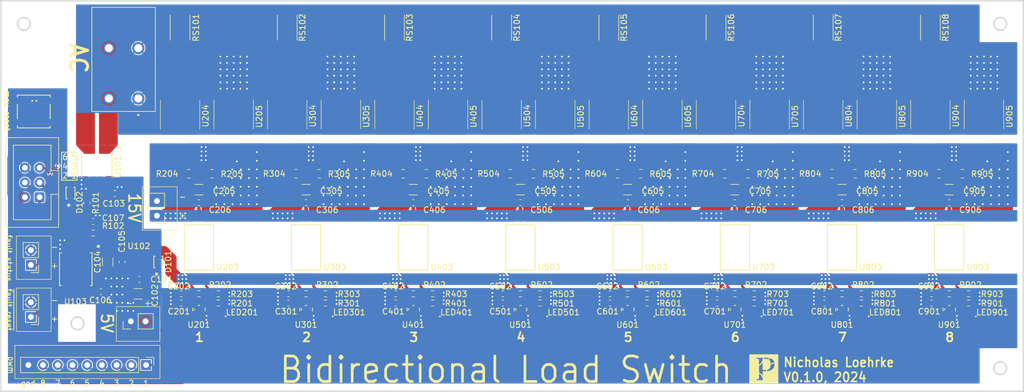
<source format=kicad_pcb>
(kicad_pcb (version 20240108) (generator "pcbnew") (generator_version "8.0")
  (layers (0 "F.Cu" signal) (31 "B.Cu" signal) (34 "B.Paste" user) (35 "F.Paste" user) (36 "B.SilkS" user "B.Silkscreen") (37 "F.SilkS" user "F.Silkscreen") (38 "B.Mask" user) (39 "F.Mask" user) (44 "Edge.Cuts" user))
  (net 0 "")
  (net 1 "5V")
  (net 2 "GND")
  (net 3 "3V3")
  (net 4 "GNDPWR")
  (net 5 "15V_isolated")
  (net 6 "Earth")
  (net 7 "Net-(U103-PB3)")
  (net 8 "~{MCU_RST}")
  (net 9 "AC_in")
  (net 10 "PWM6_in")
  (net 11 "Net-(U203-ANODE)")
  (net 12 "PWM8_in")
  (net 13 "PWM5_in")
  (net 14 "PWM2_in")
  (net 15 "Net-(U203-CATHODE)")
  (net 16 "Net-(R204-Pad2)")
  (net 17 "PWM1_in")
  (net 18 "PWM3_in")
  (net 19 "PWM4_in")
  (net 20 "Net-(U203-VOUT)")
  (net 21 "Net-(R205-Pad2)")
  (net 22 "PWM7_in")
  (net 23 "MISO{slash}fault_status")
  (net 24 "SCK{slash}~{fault_rst}")
  (net 25 "Net-(U303-ANODE)")
  (net 26 "MOSI")
  (net 27 "Net-(U303-CATHODE)")
  (net 28 "Net-(U303-VOUT)")
  (net 29 "Net-(R304-Pad2)")
  (net 30 "Net-(R305-Pad2)")
  (net 31 "Net-(U403-ANODE)")
  (net 32 "Net-(U403-CATHODE)")
  (net 33 "Net-(U101-VOUT)")
  (net 34 "Net-(R404-Pad2)")
  (net 35 "Net-(U403-VOUT)")
  (net 36 "Net-(R405-Pad2)")
  (net 37 "/Channel 1/RIN")
  (net 38 "/Channel 2/RIN")
  (net 39 "/Channel 3/RIN")
  (net 40 "/Channel 4/RIN")
  (net 41 "/Channel 5/RIN")
  (net 42 "/Channel 6/RIN")
  (net 43 "/Channel 7/RIN")
  (net 44 "/Channel 8/RIN")
  (net 45 "Net-(U503-ANODE)")
  (net 46 "Net-(U503-CATHODE)")
  (net 47 "Net-(U503-VOUT)")
  (net 48 "Net-(R504-Pad2)")
  (net 49 "Net-(R505-Pad2)")
  (net 50 "Net-(U603-ANODE)")
  (net 51 "Net-(U603-CATHODE)")
  (net 52 "Net-(U603-VOUT)")
  (net 53 "Net-(R604-Pad2)")
  (net 54 "Net-(R605-Pad2)")
  (net 55 "Net-(U703-ANODE)")
  (net 56 "Net-(U703-CATHODE)")
  (net 57 "Net-(U201-Y)")
  (net 58 "Net-(U703-VOUT)")
  (net 59 "Net-(R704-Pad2)")
  (net 60 "Net-(R705-Pad2)")
  (net 61 "Net-(U803-ANODE)")
  (net 62 "Net-(U803-CATHODE)")
  (net 63 "Net-(R804-Pad2)")
  (net 64 "Net-(U803-VOUT)")
  (net 65 "Net-(LED901-Pad1)")
  (net 66 "Net-(LED801-Pad1)")
  (net 67 "Net-(LED701-Pad1)")
  (net 68 "Net-(LED601-Pad1)")
  (net 69 "Net-(LED501-Pad1)")
  (net 70 "Net-(LED401-Pad1)")
  (net 71 "Net-(LED301-Pad1)")
  (net 72 "Net-(LED201-Pad1)")
  (net 73 "Net-(R805-Pad2)")
  (net 74 "Net-(U301-Y)")
  (net 75 "Net-(U903-ANODE)")
  (net 76 "Net-(U903-CATHODE)")
  (net 77 "Net-(U401-Y)")
  (net 78 "Net-(U903-VOUT)")
  (net 79 "Net-(R904-Pad2)")
  (net 80 "Net-(U501-Y)")
  (net 81 "Net-(R905-Pad2)")
  (net 82 "Net-(U601-Y)")
  (net 84 "Net-(U701-Y)")
  (net 86 "Net-(U801-Y)")
  (net 88 "Net-(U901-Y)")
  (net 90 "AC_post_sense")
  (net 92 "~{fault}")
  (net 97 "Net-(J107-VCC)")
  (footprint "Resistor_SMD:R_0603_1608Metric" (layer "F.Cu") (at 99.65 111.8 180)
    (property "Reference" "R203")
    (property "Value" "50")
  )
  (footprint "mosfet_STD16N60M6:DPAKTO-252_STM" (layer "F.Cu") (at 102.3 83.3)
    (property "Reference" "U205")
    (property "Value" "~" (hide yes))
  )
  (footprint "Resistor_SMD:R_0603_1608Metric" (layer "F.Cu") (at 151.8 111.8 180)
    (property "Reference" "R502")
    (property "Value" "50")
  )
  (footprint "gate_driver_UCC23313DWYR:SOIC6_DWY_TEX" (layer "F.Cu") (at 207.3 103.8 90)
    (property "Reference" "U803")
    (property "Value" "~")
  )
  (footprint "and_gate_SN74LVC1G08DCKR:DCK5" (layer "F.Cu") (at 225.8 114.5 90)
    (property "Reference" "U901")
    (property "Value" "~")
  )
  (footprint "Capacitor_SMD:C_1206_3216Metric" (layer "F.Cu") (at 85.8 111.8 180)
    (property "Reference" "C102")
    (property "Value" "10u")
  )
  (footprint "Resistor_SMD:R_2512_6332Metric" (layer "F.Cu") (at 148.55 65.8 -90)
    (property "Reference" "RS104")
    (property "Value" "47")
  )
  (footprint "Connector_PinHeader_2.54mm:PinHeader_1x02_P2.54mm_Vertical" (layer "F.Cu") (at 67.3 106.8 180)
    (property "Reference" "J105" (hide yes))
    (property "Value" "Conn_01x02_Socket")
  )
  (footprint "Capacitor_SMD:C_0603_1608Metric" (layer "F.Cu") (at 185.75 113.4 180)
    (property "Reference" "C701")
    (property "Value" "1u")
  )
  (footprint "Capacitor_SMD:C_1206_3216Metric" (layer "F.Cu") (at 225.8 93.8)
    (property "Reference" "C905")
    (property "Value" "10u")
  )
  (footprint "mosfet_STD16N60M6:DPAKTO-252_STM" (layer "F.Cu") (at 120.8 83.3)
    (property "Reference" "U305")
    (property "Value" "~" (hide yes))
  )
  (footprint "led_B1911PG--20D000514U1930:LED_B1911PG--20D000514U1930_HVK" (layer "F.Cu") (at 229.15 114.95 180)
    (property "Reference" "LED901")
    (property "Value" "~")
  )
  (footprint "mosfet_STD16N60M6:DPAKTO-252_STM" (layer "F.Cu") (at 194.8 83.3)
    (property "Reference" "U705")
    (property "Value" "~" (hide yes))
  )
  (footprint "Capacitor_SMD:C_0603_1608Metric" (layer "F.Cu") (at 111.75 113.4 180)
    (property "Reference" "C301")
    (property "Value" "1u")
  )
  (footprint "Resistor_SMD:R_0603_1608Metric" (layer "F.Cu") (at 76.95 96.1 -90)
    (property "Reference" "R101")
    (property "Value" "150")
  )
  (footprint "mcu_ATTINY85_20SU:8S2_ATM" (layer "F.Cu") (at 75.05 107.55 -90)
    (property "Reference" "U103")
    (property "Value" "~")
  )
  (footprint "Resistor_SMD:R_0805_2012Metric" (layer "F.Cu") (at 228.05 91.05)
    (property "Reference" "R905")
    (property "Value" "5")
  )
  (footprint "Resistor_SMD:R_0805_2012Metric" (layer "F.Cu") (at 154.05 91.05)
    (property "Reference" "R505")
    (property "Value" "5")
  )
  (footprint "Resistor_SMD:R_0603_1608Metric" (layer "F.Cu") (at 173.65 113.4)
    (property "Reference" "R601")
    (property "Value" "220")
  )
  (footprint "led_B1911PG--20D000514U1930:LED_B1911PG--20D000514U1930_HVK" (layer "F.Cu") (at 155.15 114.95 180)
    (property "Reference" "LED501")
    (property "Value" "~")
  )
  (footprint "Capacitor_SMD:C_0603_1608Metric" (layer "F.Cu") (at 170.3 96.05)
    (property "Reference" "C606")
    (property "Value" "100n")
  )
  (footprint "Resistor_SMD:R_0805_2012Metric" (layer "F.Cu") (at 172.55 91.05)
    (property "Reference" "R605")
    (property "Value" "5")
  )
  (footprint "Resistor_SMD:R_0603_1608Metric" (layer "F.Cu") (at 229.15 113.4)
    (property "Reference" "R901")
    (property "Value" "220")
  )
  (footprint "Resistor_SMD:R_0603_1608Metric" (layer "F.Cu") (at 188.8 111.8 180)
    (property "Reference" "R702")
    (property "Value" "50")
  )
  (footprint "Capacitor_SMD:C_0603_1608Metric" (layer "F.Cu") (at 225.8 96.05)
    (property "Reference" "C906")
    (property "Value" "100n")
  )
  (footprint "Resistor_SMD:R_0603_1608Metric" (layer "F.Cu") (at 225.8 111.8 180)
    (property "Reference" "R902")
    (property "Value" "50")
  )
  (footprint "Capacitor_SMD:C_0603_1608Metric" (layer "F.Cu") (at 151.8 96.05)
    (property "Reference" "C506")
    (property "Value" "100n")
  )
  (footprint "Capacitor_SMD:C_1206_3216Metric" (layer "F.Cu") (at 188.8 93.8)
    (property "Reference" "C705")
    (property "Value" "10u")
  )
  (footprint "Connector_PinHeader_2.54mm:PinHeader_1x02_P2.54mm_Vertical" (layer "F.Cu") (at 84.55 116.55 90)
    (property "Reference" "J102" (hide yes))
    (property "Value" "Conn_01x02_Socket")
  )
  (footprint "Capacitor_SMD:C_0603_1608Metric" (layer "F.Cu") (at 130.25 113.4 180)
    (property "Reference" "C401")
    (property "Value" "1u")
  )
  (footprint "Capacitor_SMD:C_0603_1608Metric" (layer "F.Cu") (at 93.25 111.8 180)
    (property "Reference" "C202")
    (property "Value" "100n")
  )
  (footprint "Resistor_SMD:R_2512_6332Metric" (layer "F.Cu") (at 93.05 65.8 -90)
    (property "Reference" "RS101")
    (property "Value" "1")
  )
  (footprint "Resistor_SMD:R_0603_1608Metric" (layer "F.Cu") (at 207.3 111.8 180)
    (property "Reference" "R802")
    (property "Value" "50")
  )
  (footprint "Capacitor_SMD:C_1206_3216Metric" (layer "F.Cu") (at 207.3 93.8)
    (property "Reference" "C805")
    (property "Value" "10u")
  )
  (footprint "Resistor_SMD:R_0805_2012Metric" (layer "F.Cu") (at 209.55 91.05)
    (property "Reference" "R805")
    (property "Value" "5")
  )
  (footprint "mosfet_STD16N60M6:DPAKTO-252_STM" (layer "F.Cu") (at 167.05 83.35)
    (property "Reference" "U604")
    (property "Value" "~" (hide yes))
  )
  (footprint "mosfet_STD16N60M6:DPAKTO-252_STM" (layer "F.Cu") (at 222.55 83.35)
    (property "Reference" "U904")
    (property "Value" "~" (hide yes))
  )
  (footprint "Resistor_SMD:R_0805_2012Metric" (layer "F.Cu") (at 117.05 91.05)
    (property "Reference" "R305")
    (property "Value" "5")
  )
  (footprint "Connector_IDC:IDC-Header_2x03_P2.54mm_Vertical" (layer "F.Cu") (at 68.8025 95.095 180)
    (property "Reference" "J107" (hide yes))
    (property "Value" "AVR-ISP-6")
  )
  (footprint "Resistor_SMD:R_0603_1608Metric" (layer "F.Cu") (at 118.15 113.4)
    (property "Reference" "R301")
    (property "Value" "220")
  )
  (footprint "Resistor_SMD:R_0805_2012Metric" (layer "F.Cu") (at 205.55 91.05 180)
    (property "Reference" "R804")
    (property "Value" "5")
  )
  (footprint "led_B1911PG--20D000514U1930:LED_B1911PG--20D000514U1930_HVK" (layer "F.Cu") (at 192.15 114.95 180)
    (property "Reference" "LED701")
    (property "Value" "~")
  )
  (footprint "gate_driver_UCC23313DWYR:SOIC6_DWY_TEX" (layer "F.Cu") (at 96.3 103.8 90)
    (property "Reference" "U203")
    (property "Value" "~")
  )
  (footprint "Capacitor_SMD:C_0603_1608Metric" (layer "F.Cu") (at 222.75 111.8 180)
    (property "Reference" "C902")
    (property "Value" "100n")
  )
  (footprint "gate_driver_UCC23313DWYR:SOIC6_DWY_TEX" (layer "F.Cu") (at 114.8 103.8 90)
    (property "Reference" "U303")
    (property "Value" "~")
  )
  (footprint "Capacitor_SMD:C_0603_1608Metric" (layer "F.Cu") (at 148.75 111.8 180)
    (property "Reference" "C502")
    (property "Value" "100n")
  )
  (footprint "Resistor_SMD:R_0603_1608Metric" (layer "F.Cu") (at 155.15 113.4)
    (property "Reference" "R501")
    (property "Value" "220")
  )
  (footprint "Connector_PinHeader_2.54mm:PinHeader_1x02_P2.54mm_Vertical" (layer "F.Cu") (at 67.3 115.8 180)
    (property "Reference" "J106" (hide yes))
    (property "Value" "Conn_01x02_Socket")
  )
  (footprint "Resistor_SMD:R_0805_2012Metric" (layer "F.Cu") (at 187.05 91.05 180)
    (property "Reference" "R704")
    (property "Value" "5")
  )
  (footprint "gate_driver_UCC23313DWYR:SOIC6_DWY_TEX" (layer "F.Cu") (at 170.3 103.8 90)
    (property "Reference" "U603")
    (property "Value" "~")
  )
  (footprint "platteville_logo:5x5_positive" (layer "F.Cu") (at 193.8 124.75)
    (property "Reference" "G***" (hide yes))
    (property "Value" "LOGO" (hide yes))
  )
  (footprint "Resistor_SMD:R_0603_1608Metric" (layer "F.Cu") (at 78.05 101.3 180)
    (property "Reference" "R102")
    (property "Value" "10k")
  )
  (footprint "Resistor_SMD:R_0603_1608Metric" (layer "F.Cu") (at 210.65 111.8 180)
    (property "Reference" "R803")
    (property "Value" "50")
  )
  (footprint "switch_PTS526_SK15_SMTR2_LFS:SMT_FS" (layer "F.Cu") (at 67.8 80.3)
    (property "Reference" "SW101" (hide yes))
    (property "Value" "~")
  )
  (footprint "mosfet_STD16N60M6:DPAKTO-252_STM" (layer "F.Cu") (at 148.55 83.35)
    (property "Reference" "U504")
    (property "Value" "~" (hide yes))
  )
  (footprint "Capacitor_SMD:C_0603_1608Metric" (layer "F.Cu") (at 188.8 96.05)
    (property "Reference" "C706")
    (property "Value" "100n")
  )
  (footprint "Resistor_SMD:R_2512_6332Metric" (layer "F.Cu") (at 111.55 65.8 -90)
    (property "Reference" "RS102")
    (property "Value" "3.9")
  )
  (footprint "Resistor_SMD:R_0603_1608Metric" (layer "F.Cu") (at 136.65 113.4)
    (property "Reference" "R401")
    (property "Value" "220")
  )
  (footprint "Resistor_SMD:R_0603_1608Metric" (layer "F.Cu") (at 170.3 111.8 180)
    (property "Reference" "R602")
    (property "Value" "50")
  )
  (footprint "Resistor_SMD:R_0805_2012Metric" (layer "F.Cu") (at 131.55 91.05 180)
    (property "Reference" "R404")
    (property "Value" "5")
  )
  (footprint "mosfet_STD16N60M6:DPAKTO-252_STM" (layer "F.Cu") (at 139.3 83.3)
    (property "Reference" "U405")
    (property "Value" "~" (hide yes))
  )
  (footprint "Resistor_SMD:R_2512_6332Metric" (layer "F.Cu") (at 185.55 65.8 -90)
    (property "Reference" "RS106")
    (property "Value" "680")
  )
  (footprint "Resistor_SMD:R_0805_2012Metric" (layer "F.Cu") (at 191.05 91.05)
    (property "Reference" "R705")
    (property "Value" "5")
  )
  (footprint "diode_CUS10S30_H3F:USC_TOS" (layer "F.Cu") (at 74.15 94.4 90)
    (property "Reference" "D102")
    (property "Value" "~")
  )
  (footprint "led_B1911PG--20D000514U1930:LED_B1911PG--20D000514U1930_HVK" (layer "F.Cu") (at 118.15 114.95 180)
    (property "Reference" "LED301")
    (property "Value" "~")
  )
  (footprint "Resistor_SMD:R_0603_1608Metric" (layer "F.Cu") (at 192.15 111.8 180)
    (property "Reference" "R703")
    (property "Value" "50")
  )
  (footprint "Resistor_SMD:R_0603_1608Metric" (layer "F.Cu") (at 229.15 111.8 180)
    (property "Reference" "R903")
    (property "Value" "50")
  )
  (footprint "gate_driver_UCC23313DWYR:SOIC6_DWY_TEX" (layer "F.Cu") (at 151.8 103.8 90)
    (property "Reference" "U503")
    (property "Value" "~")
  )
  (footprint "Connector_PinHeader_2.54mm:PinHeader_1x02_P2.54mm_Vertical" (layer "F.Cu") (at 89.05 98.3 180)
    (property "Reference" "J104" (hide yes))
    (property "Value" "Conn_01x02_Socket")
  )
  (footprint "Capacitor_SMD:C_0603_1608Metric" (layer "F.Cu") (at 148.75 113.4 180)
    (property "Reference" "C501")
    (property "Value" "1u")
  )
  (footprint "mosfet_STD16N60M6:DPAKTO-252_STM" (layer "F.Cu") (at 176.3 83.3)
    (property "Reference" "U605")
    (property "Value" "~" (hide yes))
  )
  (footprint "Resistor_SMD:R_0805_2012Metric" (layer "F.Cu") (at 98.55 91.05)
    (property "Reference" "R205")
    (property "Value" "5")
  )
  (footprint "mosfet_STD16N60M6:DPAKTO-252_STM" (layer "F.Cu") (at 130.05 83.35)
    (property "Reference" "U404")
    (property "Value" "~" (hide yes))
  )
  (footprint "Capacitor_SMD:C_0603_1608Metric" (layer "F.Cu") (at 130.25 111.8 180)
    (property "Reference" "C402")
    (property "Value" "100n")
  )
  (footprint "current_sensor_TMCS1101A3BQDR:SOIC8_D_TEX" (layer "F.Cu") (at 78.7 89.55 -90)
    (property "Reference" "U101")
    (property "Value" "~")
  )
  (footprint "Resistor_SMD:R_0603_1608Metric" (layer "F.Cu") (at 99.65 113.4)
    (property "Reference" "R201")
    (property "Value" "220")
  )
  (footprint "Capacitor_SMD:C_0603_1608Metric" (layer "F.Cu") (at 83.05 106.3 -90)
    (property "Reference" "C105")
    (property "Value" "100n")
  )
  (footprint "Capacitor_SMD:C_0603_1608Metric" (layer "F.Cu") (at 207.3 96.05)
    (property "Reference" "C806")
    (property "Value" "100n")
  )
  (footprint "and_gate_SN74LVC1G08DCKR:DCK5" (layer "F.Cu") (at 170.3 114.5 90)
    (property "Reference" "U601")
    (property "Value" "~")
  )
  (footprint "mosfet_STD16N60M6:DPAKTO-252_STM" (layer "F.Cu") (at 185.55 83.35)
    (property "Reference" "U704")
    (property "Value" "~" (hide yes))
  )
  (footprint "Capacitor_SMD:C_0603_1608Metric" (layer "F.Cu") (at 167.25 111.8 180)
    (property "Reference" "C602")
    (property "Value" "100n")
  )
  (footprint "Resistor_SMD:R_0805_2012Metric" (layer "F.Cu") (at 135.55 91.05)
    (property "Reference" "R405")
    (property "Value" "5")
  )
  (footprint "Capacitor_SMD:C_0603_1608Metric" (layer "F.Cu") (at 81.8 94.45)
    (property "Reference" "C103")
    (property "Value" "100n")
  )
  (footprint "mosfet_STD16N60M6:DPAKTO-252_STM" (layer "F.Cu") (at 231.8 83.3)
    (property "Reference" "U905")
    (property "Value" "~" (hide yes))
  )
  (footprint "Resistor_SMD:R_0805_2012Metric" (layer "F.Cu") (at 94.55 91.05 180)
    (property "Reference" "R204")
    (property "Value" "5")
  )
  (footprint "gate_driver_UCC23313DWYR:SOIC6_DWY_TEX" (layer "F.Cu") (at 133.3 103.8 90)
    (property "Reference" "U403")
    (property "Value" "~")
  )
  (footprint "mosfet_STD16N60M6:DPAKTO-252_STM" (layer "F.Cu") (at 204.05 83.35)
    (property "Reference" "U804")
    (property "Value" "~" (hide yes))
  )
  (footprint "Resistor_SMD:R_0603_1608Metric" (layer "F.Cu") (at 173.65 111.8 180)
    (property "Reference" "R603")
    (property "Value" "50")
  )
  (footprint "Resistor_SMD:R_0603_1608Metric" (layer "F.Cu") (at 96.3 111.8 180)
    (property "Reference" "R202")
    (property "Value" "50")
  )
  (footprint "Resistor_SMD:R_0603_1608Metric" (layer "F.Cu") (at 114.8 111.8 180)
    (property "Reference" "R302")
    (property "Value" "50")
  )
  (footprint "gate_driver_UCC23313DWYR:SOIC6_DWY_TEX" (layer "F.Cu") (at 188.8 103.8 90)
    (property "Reference" "U703")
    (property "Value" "~")
  )
  (footprint "led_B1911PG--20D000514U1930:LED_B1911PG--20D000514U1930_HVK" (layer "F.Cu") (at 173.65 114.95 180)
    (property "Reference" "LED601")
    (property "Value" "~")
  )
  (footprint "Capacitor_SMD:C_0603_1608Metric" (layer "F.Cu") (at 204.25 113.4 180)
    (property "Reference" "C801")
    (property "Value" "1u")
  )
  (footprint "Resistor_SMD:R_0805_2012Metric" (layer "F.Cu") (at 168.55 91.05 180)
    (property "Reference" "R604")
    (property "Value" "5")
  )
  (footprint "and_gate_SN74LVC1G08DCKR:DCK5" (layer "F.Cu") (at 114.8 114.5 90)
    (property "Reference" "U301")
    (property "Value" "~")
  )
  (footprint "Connector_PinHeader_2.54mm:PinHeader_1x09_P2.54mm_Vertical" (layer "F.Cu") (at 87.18 124.1 -90)
    (property "Reference" "J103" (hide yes))
    (property "Value" "Conn_01x09_Socket")
  )
  (footprint "led_B1911PG--20D000514U1930:LED_B1911PG--20D000514U1930_HVK" (layer "F.Cu") (at 210.65 114.95 180)
    (property "Reference" "LED801")
    (property "Value" "~")
  )
  (footprint "Resistor_SMD:R_0603_1608Metric" (layer "F.Cu") (at 210.65 113.4)
    (property "Reference" "R801")
    (property "Value" "220")
  )
  (footprint "mosfet_STD16N60M6:DPAKTO-252_STM" (layer "F.Cu") (at 93.05 83.35)
    (property "Reference" "U204")
    (property "Value" "~" (hide yes))
  )
  (footprint "Resistor_SMD:R_2512_6332Metric" (layer "F.Cu") (at 130.05 65.8 -90)
    (property "Reference" "RS103")
    (property "Value" "15")
  )
  (footprint "Resistor_SMD:R_0603_1608Metric" (layer "F.Cu") (at 118.15 111.8 180)
    (property "Reference" "R303")
    (property "Value" "50")
  )
  (footprint "and_gate_SN74LVC1G08DCKR:DCK5" (layer "F.Cu") (at 96.3 114.5 90)
    (property "Reference" "U201")
    (property "Value" "~")
  )
  (footprint "gate_driver_UCC23313DWYR:SOIC6_DWY_TEX" (layer "F.Cu") (at 225.8 103.8 90)
    (property "Reference" "U903")
    (property "Value" "~")
  )
  (footprint "Resistor_SMD:R_0603_1608Metric" (layer "F.Cu") (at 192.15 113.4)
    (property "Reference" "R701")
    (property "Value" "220")
  )
  (footprint "Capacitor_SMD:C_0603_1608Metric" (layer "F.Cu") (at 204.25 111.8 180)
    (property "Reference" "C802")
    (property "Value" "100n")
  )
  (footprint "spring_terminal_1017503:PHOENIX_1017503" (layer "F.Cu") (at 88.78 62.2875 180)
    (property "Reference" "J101" (hide yes))
    (property "Value" "~")
  )
  (footprint "Capacitor_SMD:C_1206_3216Metric" (layer "F.Cu") (at 151.8 93.8)
    (property "Reference" "C505")
    (property "Value" "10u")
  )
  (footprint "mosfet_STD16N60M6:DPAKTO-252_STM" (layer "F.Cu") (at 213.3 83.3)
    (property "Reference" "U805")
    (property "Value" "~" (hide yes))
  )
  (footprint "Capacitor_SMD:C_1206_3216Metric" (layer "F.Cu") (at 114.8 93.8)
    (property "Reference" "C305")
    (property "Value" "10u")
  )
  (footprint "and_gate_SN74LVC1G08DCKR:DCK5" (layer "F.Cu") (at 207.3 114.5 90)
    (property "Reference" "U801")
    (property "Value" "~")
  )
  (footprint "Capacitor_SMD:C_0603_1608Metric" (layer "F.Cu") (at 111.75 111.8 180)
    (property "Reference" "C302")
    (property "Value" "100n")
  )
  (footprint "Capacitor_SMD:C_0603_1608Metric" (layer "F.Cu") (at 78.05 99.3)
    (property "Reference" "C107")
    (property "Value" "100n")
  )
  (footprint "ldo_TLV75733PDBVR:DBV0005A_L" (layer "F.Cu") (at 86.050002 106.274999 90)
    (property "Reference" "U102")
    (property "Value" "~" (hide yes))
  )
  (footprint "and_gate_SN74LVC1G08DCKR:DCK5" (layer "F.Cu") (at 188.8 114.5 90)
    (property "Reference" "U701")
    (property "Value" "~")
  )
  (footprint "Resistor_SMD:R_0603_1608Metric" (layer "F.Cu") (at 136.65 111.8 180)
    (property "Reference" "R403")
    (property "Value" "50")
  )
  (footprint "Capacitor_SMD:C_1206_3216Metric" (layer "F.Cu") (at 133.3 93.8)
    (property "Reference" "C405")
    (property "Value" "10u")
  )
  (footprint "Capacitor_SMD:C_0603_1608Metric" (layer "F.Cu") (at 86.05 109.3 180)
    (property "Reference" "C101")
    (property "Value" "100n")
  )
  (footprint "Capacitor_SMD:C_0603_1608Metric" (layer "F.Cu") (at 222.75 113.4 180)
    (property "Reference" "C901")
    (property "Value" "1u")
  )
  (footprint "Capacitor_SMD:C_0603_1608Metric" (layer "F.Cu") (at 167.25 113.4 180)
    (property "Reference" "C601")
    (property "Value" "1u")
  )
  (footprint "and_gate_SN74LVC1G08DCKR:DCK5" (layer "F.Cu") (at 151.8 114.5 90)
    (property "Reference" "U501")
    (property "Value" "~")
  )
  (footprint "Capacitor_SMD:C_1206_3216Metric" (layer "F.Cu") (at 96.3 93.8)
    (property "Reference" "C205")
    (property "Value" "10u")
  )
  (footprint "Resistor_SMD:R_0603_1608Metric" (layer "F.Cu") (at 155.15 111.8 180)
    (property "Reference" "R503")
    (property "Value" "50")
  )
  (footprint "Resistor_SMD:R_0805_2012Metric" (layer "F.Cu") (at 224.05 91.05 180)
    (property "Reference" "R904")
    (property "Value" "5")
  )
  (footprint "diode_CUS10S30_H3F:USC_TOS" (layer "F.Cu") (at 89.3 106.3 90)
    (property "Reference" "D101")
    (property "Value" "~")
  )
  (footprint "Capacitor_SMD:C_1206_3216Metric" (layer "F.Cu") (at 170.3 93.8)
    (property "Reference" "C605")
    (property "Value" "10u")
  )
  (footprint "Resistor_SMD:R_2512_6332Metric" (layer "F.Cu") (at 167.05 65.8 -90)
    (property "Reference" "RS105")
    (property "Value" "200")
  )
  (footprint "Resistor_SMD:R_0603_1608Metric" (layer "F.Cu") (at 133.3 111.8 180)
    (property "Reference" "R402")
    (property "Value" "50")
  )
  (footprint "mosfet_STD16N60M6:DPAKTO-252_STM" (layer "F.Cu") (at 157.8 83.3)
    (property "Reference" "U505")
    (property "Value" "~" (hide yes))
  )
  (footprint "Capacitor_SMD:C_1206_3216Metric" (layer "F.Cu") (at 80.55 106.3 -90)
    (property "Reference" "C104")
    (property "Value" "10u")
  )
  (footprint "led_B1911PG--20D000514U1930:LED_B1911PG--20D000514U1930_HVK" (layer "F.Cu") (at 136.65 114.95 180)
    (property "Reference" "LED401")
    (property "Value" "~")
  )
  (footprint "Resistor_SMD:R_2512_6332Metric" (layer "F.Cu") (at 204.05 65.8 -90)
    (property "Reference" "RS107")
    (property "Value" "2700")
  )
  (footprint "Capacitor_SMD:C_0603_1608Metric" (layer "F.Cu") (at 93.25 113.4 180)
    (property "Reference" "C201")
    (property "Value" "1u")
  )
  (footprint "Resistor_SMD:R_0805_2012Metric" (layer "F.Cu") (at 150.05 91.05 180)
    (property "Reference" "R504")
    (property "Value" "5")
  )
  (footprint "Capacitor_SMD:C_0603_1608Metric" (layer "F.Cu") (at 96.3 96.05)
    (property "Reference" "C206")
    (property "Value" "100n")
  )
  (footprint "mosfet_STD16N60M6:DPAKTO-252_STM" (layer "F.Cu") (at 111.55 83.35)
    (property "Reference" "U304")
    (property "Value" "~" (hide yes))
  )
  (footprint "and_gate_SN74LVC1G08DCKR:DCK5" (layer "F.Cu") (at 133.3 114.5 90)
    (property "Reference" "U401")
    (property "Value" "~")
  )
  (footprint "Resistor_SMD:R_2512_6332Metric" (layer "F.Cu") (at 222.55 65.8 -90)
    (property "Reference" "RS108")
    (property "Value" "10000")
  )
  (footprint "Capacitor_SMD:C_0603_1608Metric" (layer "F.Cu") (at 185.75 111.8 180)
    (property "Reference" "C702")
    (property "Value" "100n")
  )
  (footprint "Capacitor_SMD:C_0603_1608Metric" (layer "F.Cu") (at 133.3 96.05)
    (property "Reference" "C406")
    (property "Value" "100n")
  )
  (footprint "Resistor_SMD:R_0805_2012Metric" (layer "F.Cu") (at 113.05 91.05 180)
    (property "Reference" "R304")
    (property "Value" "5")
  )
  (footprint "led_B1911PG--20D000514U1930:LED_B1911PG--20D000514U1930_HVK" (layer "F.Cu") (at 99.65 114.95 180)
    (property "Reference" "LED201")
    (property "Value" "~")
  )
  (footprint "Capacitor_SMD:C_0603_1608Metric" (layer "F.Cu") (at 79.4 111.45)
    (property "Reference" "C106")
    (property "Value" "100n")
  )
  (footprint "Capacitor_SMD:C_0603_1608Metric" (layer "F.Cu") (at 114.8 96.05)
    (property "Reference" "C306")
    (property "Value" "100n")
  )
  (gr_rect (start 72.6 87.325) (end 75.3 92.175) (stroke (width 0.153)) (fill none) (layer "F.SilkS"))
  (gr_circle (center 75.346056 116.90001) (end 76.446056 116.90001) (stroke (width 0.254)) (fill none) (layer "Edge.Cuts"))
  (gr_circle (center 66.098028 65.150005) (end 67.198028 65.150005) (stroke (width 0.254)) (fill none) (layer "Edge.Cuts"))
  (gr_rect (start 62.098028 61.150005) (end 238.598028 128.650005) (stroke (width 0.254)) (fill none) (layer "Edge.Cuts"))
  (gr_circle (center 234.598028 65.150005) (end 235.698028 65.150005) (stroke (width 0.254)) (fill none) (layer "Edge.Cuts"))
  (gr_circle (center 234.598028 124.650005) (end 235.698028 124.650005) (stroke (width 0.254)) (fill none) (layer "Edge.Cuts"))
  (gr_text "+\n\n-" (at 72.05 103.25 180) (layer "F.SilkS") (effects (font (size 1 0.918) (thickness 0.153) (bold yes)) (justify left bottom)))
  (gr_text "gnd" (at 65.5 127.85 0) (layer "F.SilkS") (effects (font (size 1 0.918) (thickness 0.153) (bold yes)) (justify left bottom)))
  (gr_text "2" (at 113.95 120.2 0) (layer "F.SilkS") (effects (font (size 1.524 1.524) (thickness 0.3048) (bold yes)) (justify left bottom)))
  (gr_text "Bidirectional Load Switch\n" (at 109.95 127.5 0) (layer "F.SilkS") (effects (font (size 4.4 4.0392) (thickness 0.459)) (justify left bottom)))
  (gr_text "AC" (at 73.7 68.2 270) (layer "F.SilkS") (effects (font (size 3 2.754) (thickness 0.5) (bold yes)) (justify left bottom)))
  (gr_text "7" (at 206.45 120.2 0) (layer "F.SilkS") (effects (font (size 1.524 1.524) (thickness 0.3048) (bold yes)) (justify left bottom)))
  (gr_text "4" (at 79.01 127.85 0) (layer "F.SilkS") (effects (font (size 1 0.918) (thickness 0.153) (bold yes)) (justify left bottom)))
  (gr_text "6 5\n4 3\n2 1" (at 72.65 91.975 0) (layer "F.SilkS") (effects (font (size 1 0.918) (thickness 0.153) (bold yes)) (justify left bottom)))
  (gr_text "6" (at 187.95 120.2 0) (layer "F.SilkS") (effects (font (size 1.524 1.524) (thickness 0.3048) (bold yes)) (justify left bottom)))
  (gr_text "+\n\n-" (at 72.05 112.45 180) (layer "F.SilkS") (effects (font (size 1 0.918) (thickness 0.153) (bold yes)) (justify left bottom)))
  (gr_text "8" (at 68.85 127.85 0) (layer "F.SilkS") (effects (font (size 1 0.918) (thickness 0.153) (bold yes)) (justify left bottom)))
  (gr_text "2" (at 84.09 127.85 0) (layer "F.SilkS") (effects (font (size 1 0.918) (thickness 0.153) (bold yes)) (justify left bottom)))
  (gr_text "7" (at 71.39 127.85 0) (layer "F.SilkS") (effects (font (size 1 0.918) (thickness 0.153) (bold yes)) (justify left bottom)))
  (gr_text "5V" (at 79.25 115 270) (layer "F.SilkS") (effects (font (size 2 1.836) (thickness 0.306) (bold yes)) (justify left bottom)))
  (gr_text "5" (at 76.47 127.85 0) (layer "F.SilkS") (effects (font (size 1 0.918) (thickness 0.153) (bold yes)) (justify left bottom)))
  (gr_text "1" (at 86.63 127.85 0) (layer "F.SilkS") (effects (font (size 1 0.918) (thickness 0.153) (bold yes)) (justify left bottom)))
  (gr_text "3" (at 132.45 120.2 0) (layer "F.SilkS") (effects (font (size 1.524 1.524) (thickness 0.3048) (bold yes)) (justify left bottom)))
  (gr_text "~{fault reset}" (at 62.95 110.8 -90) (layer "F.SilkS") (effects (font (size 1 0.918) (thickness 0.153) (bold yes)) (justify left bottom)))
  (gr_text "+\n\n-" (at 94.15 94.6 180) (layer "F.SilkS") (effects (font (size 1 0.918) (thickness 0.153) (bold yes)) (justify left bottom)))
  (gr_text "5" (at 169.45 120.2 0) (layer "F.SilkS") (effects (font (size 1.524 1.524) (thickness 0.3048) (bold yes)) (justify left bottom)))
  (gr_text "3" (at 81.55 127.85 0) (layer "F.SilkS") (effects (font (size 1 0.918) (thickness 0.153) (bold yes)) (justify left bottom)))
  (gr_text "8" (at 224.95 120.2 0) (layer "F.SilkS") (effects (font (size 1.524 1.524) (thickness 0.3048) (bold yes)) (justify left bottom)))
  (gr_text "\n" (at 64.7 127.35 0) (layer "F.SilkS") (effects (font (size 1 0.918) (thickness 0.153) (bold yes)) (justify left bottom)))
  (gr_text "6" (at 73.93 127.85 0) (layer "F.SilkS") (effects (font (size 1 0.918) (thickness 0.153) (bold yes)) (justify left bottom)))
  (gr_text "mcu reset" (at 62.65 76.6 -90) (layer "F.SilkS") (effects (font (size 1 0.918) (thickness 0.153) (bold yes)) (justify left bottom)))
  (gr_text "+   -" (at 88.15 112.95 180) (layer "F.SilkS") (effects (font (size 1 0.918) (thickness 0.153) (bold yes)) (justify left bottom)))
  (gr_text "4" (at 150.95 120.2 0) (layer "F.SilkS") (effects (font (size 1.524 1.524) (thickness 0.3048) (bold yes)) (justify left bottom)))
  (gr_text "Nicholas Loehrke\nV0.1.0, 2024\n" (at 197.05 127.15 0) (layer "F.SilkS") (effects (font (size 1.6 1.4688) (thickness 0.2754) (bold yes)) (justify left bottom)))
  (gr_text "1" (at 95.45 120.2 0) (layer "F.SilkS") (effects (font (size 1.524 1.524) (thickness 0.3048) (bold yes)) (justify left bottom)))
  (gr_text "fault status" (at 62.95 101.5 -90) (layer "F.SilkS") (effects (font (size 1 0.918) (thickness 0.153) (bold yes)) (justify left bottom)))
  (gr_text "15V" (at 84 94.2 270) (layer "F.SilkS") (effects (font (size 2 1.836) (thickness 0.306) (bold yes)) (justify left bottom)))
  (gr_text "pwm" (at 63.3 122.5 -90) (layer "F.SilkS") (effects (font (size 1 0.918) (thickness 0.153) (bold yes)) (justify left bottom)))
  (segment (start 86.999998 107.15) (end 86.641598 106.7916) (width 0.4) (layer "F.Cu") (net 1))
  (segment (start 86.999998 107.575001) (end 86.999998 107.15) (width 0.4) (layer "F.Cu") (net 1))
  (segment (start 85.458402 106.7916) (end 85.099999 107.150003) (width 0.4) (layer "F.Cu") (net 1))
  (segment (start 86.641598 106.7916) (end 85.458402 106.7916) (width 0.4) (layer "F.Cu") (net 1))
  (segment (start 85.099999 107.150003) (end 85.099999 107.575001) (width 0.4) (layer "F.Cu") (net 1))
  (segment (start 78.825 99.35) (end 78.825 98.625) (width 0.4) (layer "F.Cu") (net 2))
  (segment (start 85.275 109.174999) (end 85.275 109.3) (width 0.8) (layer "F.Cu") (net 2))
  (segment (start 86.05 108.399999) (end 85.275 109.174999) (width 0.8) (layer "F.Cu") (net 2))
  (segment (start 64.61865 78.4458) (end 67.55 78.4458) (width 0.4) (layer "F.Cu") (net 2))
  (segment (start 86.05 107.575001) (end 86.05 108.399999) (width 0.8) (layer "F.Cu") (net 2))
  (segment (start 68.254003 78.4458) (end 70.98135 78.4458) (width 0.4) (layer "F.Cu") (net 2))
  (segment (start 67.55 78.4458) (end 68.254003 78.4458) (width 0.4) (layer "F.Cu") (net 2))
  (segment (start 78.825 99.35) (end 78.825 98.575) (width 0.4) (layer "F.Cu") (net 2))
  (segment (start 78.825 98.575) (end 78.5 98.25) (width 0.4) (layer "F.Cu") (net 2))
  (segment (start 78.825 98.625) (end 79.2 98.25) (width 0.4) (layer "F.Cu") (net 2))
  (via (at 82.1416 109.1416) (size 0.6) (drill 0.3) (layers "F.Cu" "B.Cu") (net 2))
  (via (at 80.2416 109.1416) (size 0.6) (drill 0.3) (layers "F.Cu" "B.Cu") (net 2))
  (via (at 157.05 113.55) (size 0.6) (drill 0.3) (layers "F.Cu" "B.Cu") (net 2))
  (via (at 128.45 111.65) (size 0.6) (drill 0.3) (layers "F.Cu" "B.Cu") (net 2))
  (via (at 120.05 112.25) (size 0.6) (drill 0.3) (layers "F.Cu" "B.Cu") (net 2))
  (via (at 220.95 113.6) (size 0.6) (drill 0.3) (layers "F.Cu" "B.Cu") (net 2))
  (via (at 82.95 93.35) (size 0.6) (drill 0.3) (layers "F.Cu" "B.Cu") (net 2))
  (via (at 194.05 113.55) (size 0.6) (drill 0.3) (layers "F.Cu" "B.Cu") (net 2))
  (via (at 79.2 98.25) (size 0.6) (drill 0.3) (layers "F.Cu" "B.Cu") (net 2))
  (via (at 202.45 112.3) (size 0.6) (drill 0.3) (layers "F.Cu" "B.Cu") (net 2))
  (via (at 208.6 116.3) (size 0.6) (drill 0.3) (layers "F.Cu" "B.Cu") (net 2))
  (via (at 194.05 112.25) (size 0.6) (drill 0.3) (layers "F.Cu" "B.Cu") (net 2))
  (via (at 220.95 112.3) (size 0.6) (drill 0.3) (layers "F.Cu" "B.Cu") (net 2))
  (via (at 212.55 113.55) (size 0.6) (drill 0.3) (layers "F.Cu" "B.Cu") (net 2))
  (via (at 97.6 115.6) (size 0.6) (drill 0.3) (layers "F.Cu" "B.Cu") (net 2))
  (via (at 101.55 113.55) (size 0.6) (drill 0.3) (layers "F.Cu" "B.Cu") (net 2))
  (via (at 84.0416 114.7416) (size 0.6) (drill 0.3) (layers "F.Cu" "B.Cu") (net 2))
  (via (at 81.2 111.95) (size 0.6) (drill 0.3) (layers "F.Cu" "B.Cu") (net 2))
  (via (at 81.2 113.35) (size 0.6) (drill 0.3) (layers "F.Cu" "B.Cu") (net 2))
  (via (at 83.0916 109.1416) (size 0.6) (drill 0.3) (layers "F.Cu" "B.Cu") (net 2))
  (via (at 231.05 113.55) (size 0.6) (drill 0.3) (layers "F.Cu" "B.Cu") (net 2))
  (via (at 157.05 111.6) (size 0.6) (drill 0.3) (layers "F.Cu" "B.Cu") (net 2))
  (via (at 83.0916 111.9416) (size 0.6) (drill 0.3) (layers "F.Cu" "B.Cu") (net 2))
  (via (at 153.1 116.3) (size 0.6) (drill 0.3) (layers "F.Cu" "B.Cu") (net 2))
  (via (at 175.55 113.55) (size 0.6) (drill 0.3) (layers "F.Cu" "B.Cu") (net 2))
  (via (at 84.9916 114.7416) (size 0.6) (drill 0.3) (layers "F.Cu" "B.Cu") (net 2))
  (via (at 109.95 112.95) (size 0.6) (drill 0.3) (layers "F.Cu" "B.Cu") (net 2))
  (via (at 83.0916 114.7416) (size 0.6) (drill 0.3) (layers "F.Cu" "B.Cu") (net 2))
  (via (at 76.05 92.9) (size 0.6) (drill 0.3) (layers "F.Cu" "B.Cu") (net 2))
  (via (at 138.55 112.25) (size 0.6) (drill 0.3) (layers "F.Cu" "B.Cu") (net 2))
  (via (at 194.05 111.6) (size 0.6) (drill 0.3) (layers "F.Cu" "B.Cu") (net 2))
  (via (at 120.05 113.55) (size 0.6) (drill 0.3) (layers "F.Cu" "B.Cu") (net 2))
  (via (at 91.45 112.3) (size 0.6) (drill 0.3) (layers "F.Cu" "B.Cu") (net 2))
  (via (at 175.55 112.9) (size 0.6) (drill 0.3) (layers "F.Cu" "B.Cu") (net 2))
  (via (at 101.55 112.9) (size 0.6) (drill 0.3) (layers "F.Cu" "B.Cu") (net 2))
  (via (at 83.0916 110.5416) (size 0.6) (drill 0.3) (layers "F.Cu" "B.Cu") (net 2))
  (via (at 101.55 111.6) (size 0.6) (drill 0.3) (layers "F.Cu" "B.Cu") (net 2))
  (via (at 171.6 116.3) (size 0.6) (drill 0.3) (layers "F.Cu" "B.Cu") (net 2))
  (via (at 183.95 112.3) (size 0.6) (drill 0.3) (layers "F.Cu" "B.Cu") (net 2))
  (via (at 231.05 112.25) (size 0.6) (drill 0.3) (layers "F.Cu" "B.Cu") (net 2))
  (via (at 138.55 113.55) (size 0.6) (drill 0.3) (layers "F.Cu" "B.Cu") (net 2))
  (via (at 82.1416 113.3416) (size 0.6) (drill 0.3) (layers "F.Cu" "B.Cu") (net 2))
  (via (at 157.05 112.9) (size 0.6) (drill 0.3) (layers "F.Cu" "B.Cu") (net 2))
  (via (at 109.95 113.6) (size 0.6) (drill 0.3) (layers "F.Cu" "B.Cu") (net 2))
  (via (at 175.55 112.25) (size 0.6) (drill 0.3) (layers "F.Cu" "B.Cu") (net 2))
  (via (at 183.95 113.6) (size 0.6) (drill 0.3) (layers "F.Cu" "B.Cu") (net 2))
  (via (at 146.95 112.95) (size 0.6) (drill 0.3) (layers "F.Cu" "B.Cu") (net 2))
  (via (at 165.45 113.6) (size 0.6) (drill 0.3) (layers "F.Cu" "B.Cu") (net 2))
  (via (at 82.15 114.75) (size 0.6) (drill 0.3) (layers "F.Cu" "B.Cu") (net 2))
  (via (at 116.1 115.6) (size 0.6) (drill 0.3) (layers "F.Cu" "B.Cu") (net 2))
  (via (at 109.95 112.3) (size 0.6) (drill 0.3) (layers "F.Cu" "B.Cu") (net 2))
  (via (at 212.55 112.25) (size 0.6) (drill 0.3) (layers "F.Cu" "B.Cu") (net 2))
  (via (at 73.1 102.55) (size 0.6) (drill 0.3) (layers "F.Cu" "B.Cu") (net 2))
  (via (at 76.05 92.15) (size 0.6) (drill 0.3) (layers "F.Cu" "B.Cu") (net 2))
  (via (at 190.1 116.3) (size 0.6) (drill 0.3) (layers "F.Cu" "B.Cu") (net 2))
  (via (at 128.45 112.3) (size 0.6) (drill 0.3) (layers "F.Cu" "B.Cu") (net 2))
  (via (at 128.45 112.95) (size 0.6) (drill 0.3) (layers "F.Cu" "B.Cu") (net 2))
  (via (at 202.45 112.95) (size 0.6) (drill 0.3) (layers "F.Cu" "B.Cu") (net 2))
  (via (at 165.45 112.3) (size 0.6) (drill 0.3) (layers "F.Cu" "B.Cu") (net 2))
  (via (at 212.55 112.9) (size 0.6) (drill 0.3) (layers "F.Cu" "B.Cu") (net 2))
  (via (at 190.1 115.6) (size 0.6) (drill 0.3) (layers "F.Cu" "B.Cu") (net 2))
  (via (at 101.55 112.25) (size 0.6) (drill 0.3) (layers "F.Cu" "B.Cu") (net 2))
  (via (at 83.0916 113.3416) (size 0.6) (drill 0.3) (layers "F.Cu" "B.Cu") (net 2))
  (via (at 165.45 111.65) (size 0.6) (drill 0.3) (layers "F.Cu" "B.Cu") (net 2))
  (via (at 84.0416 109.1416) (size 0.6) (drill 0.3) (layers "F.Cu" "B.Cu") (net 2))
  (via (at 146.95 111.65) (size 0.6) (drill 0.3) (layers "F.Cu" "B.Cu") (net 2))
  (via (at 175.55 111.6) (size 0.6) (drill 0.3) (layers "F.Cu" "B.Cu") (net 2))
  (via (at 183.95 112.95) (size 0.6) (drill 0.3) (layers "F.Cu" "B.Cu") (net 2))
  (via (at 82.25 93.35) (size 0.6) (drill 0.3) (layers "F.Cu" "B.Cu") (net 2))
  (via (at 134.6 116.3) (size 0.6) (drill 0.3) (layers "F.Cu" "B.Cu") (net 2))
  (via (at 91.45 112.95) (size 0.6) (drill 0.3) (layers "F.Cu" "B.Cu") (net 2))
  (via (at 202.45 113.6) (size 0.6) (drill 0.3) (layers "F.Cu" "B.Cu") (net 2))
  (via (at 81.1916 109.1416) (size 0.6) (drill 0.3) (layers "F.Cu" "B.Cu") (net 2))
  (via (at 146.95 112.3) (size 0.6) (drill 0.3) (layers "F.Cu" "B.Cu") (net 2))
  (via (at 208.6 115.6) (size 0.6) (drill 0.3) (layers "F.Cu" "B.Cu") (net 2))
  (via (at 82.1416 110.5416) (size 0.6) (drill 0.3) (layers "F.Cu" "B.Cu") (net 2))
  (via (at 109.95 111.65) (size 0.6) (drill 0.3) (layers "F.Cu" "B.Cu") (net 2))
  (via (at 76.05 93.65) (size 0.6) (drill 0.3) (layers "F.Cu" "B.Cu") (net 2))
  (via (at 76.8 93.65) (size 0.6) (drill 0.3) (layers "F.Cu" "B.Cu") (net 2))
  (via (at 227.1 115.6) (size 0.6) (drill 0.3) (layers "F.Cu" "B.Cu") (net 2))
  (via (at 91.45 113.6) (size 0.6) (drill 0.3) (layers "F.Cu" "B.Cu") (net 2))
  (via (at 81.1916 110.5416) (size 0.6) (drill 0.3) (layers "F.Cu" "B.Cu") (net 2))
  (via (at 212.55 111.6) (size 0.6) (drill 0.3) (layers "F.Cu" "B.Cu") (net 2))
  (via (at 202.45 111.65) (size 0.6) (drill 0.3) (layers "F.Cu" "B.Cu") (net 2))
  (via (at 231.05 111.6) (size 0.6) (drill 0.3) (layers "F.Cu" "B.Cu") (net 2))
  (via (at 153.1 115.6) (size 0.6) (drill 0.3) (layers "F.Cu" "B.Cu") (net 2))
  (via (at 120.05 112.9) (size 0.6) (drill 0.3) (layers "F.Cu" "B.Cu") (net 2))
  (via (at 120.05 111.6) (size 0.6) (drill 0.3) (layers "F.Cu" "B.Cu") (net 2))
  (via (at 134.6 115.6) (size 0.6) (drill 0.3) (layers "F.Cu" "B.Cu") (net 2))
  (via (at 68.254003 78.4458) (size 0.6) (drill 0.3) (layers "F.Cu" "B.Cu") (net 2))
  (via (at 165.45 112.95) (size 0.6) (drill 0.3) (layers "F.Cu" "B.Cu") (net 2))
  (via (at 84.0416 113.3416) (size 0.6) (drill 0.3) (layers "F.Cu" "B.Cu") (net 2))
  (via (at 78.5 98.25) (size 0.6) (drill 0.3) (layers "F.Cu" "B.Cu") (net 2))
  (via (at 171.6 115.6) (size 0.6) (drill 0.3) (layers "F.Cu" "B.Cu") (net 2))
  (via (at 82.1416 111.9416) (size 0.6) (drill 0.3) (layers "F.Cu" "B.Cu") (net 2))
  (via (at 91.45 111.65) (size 0.6) (drill 0.3) (layers "F.Cu" "B.Cu") (net 2))
  (via (at 72.35 103.3) (size 0.6) (drill 0.3) (layers "F.Cu" "B.Cu") (net 2))
  (via (at 227.1 116.3) (size 0.6) (drill 0.3) (layers "F.Cu" "B.Cu") (net 2))
  (via (at 157.05 112.25) (size 0.6) (drill 0.3) (layers "F.Cu" "B.Cu") (net 2))
  (via (at 183.95 111.65) (size 0.6) (drill 0.3) (layers "F.Cu" "B.Cu") (net 2))
  (via (at 138.55 112.9) (size 0.6) (drill 0.3) (layers "F.Cu" "B.Cu") (net 2))
  (via (at 146.95 113.6) (size 0.6) (drill 0.3) (layers "F.Cu" "B.Cu") (net 2))
  (via (at 72.35 102.55) (size 0.6) (drill 0.3) (layers "F.Cu" "B.Cu") (net 2))
  (via (at 72.35 104.05) (size 0.6) (drill 0.3) (layers "F.Cu" "B.Cu") (net 2))
  (via (at 138.55 111.6) (size 0.6) (drill 0.3) (layers "F.Cu" "B.Cu") (net 2))
  (via (at 231.05 112.9) (size 0.6) (drill 0.3) (layers "F.Cu" "B.Cu") (net 2))
  (via (at 128.45 113.6) (size 0.6) (drill 0.3) (layers "F.Cu" "B.Cu") (net 2))
  (via (at 194.05 112.9) (size 0.6) (drill 0.3) (layers "F.Cu" "B.Cu") (net 2))
  (via (at 67.55 78.4458) (size 0.6) (drill 0.3) (layers "F.Cu" "B.Cu") (net 2))
  (via (at 97.6 116.3) (size 0.6) (drill 0.3) (layers "F.Cu" "B.Cu") (net 2))
  (via (at 116.1 116.3) (size 0.6) (drill 0.3) (layers "F.Cu" "B.Cu") (net 2))
  (via (at 220.95 111.65) (size 0.6) (drill 0.3) (layers "F.Cu" "B.Cu") (net 2))
  (via (at 220.95 112.95) (size 0.6) (drill 0.3) (layers "F.Cu" "B.Cu") (net 2))
  (via (at 84.9916 113.3416) (size 0.6) (drill 0.3) (layers "F.Cu" "B.Cu") (net 2))
  (segment (start 114.150001 113.4586) (end 113.5086 113.4586) (width 0.6) (layer "F.Cu") (net 3))
  (segment (start 74.7 96.1) (end 75.75 96.1) (width 1) (layer "F.Cu") (net 3))
  (segment (start 187.5086 113.4586) (end 187.45 113.4) (width 0.6) (layer "F.Cu") (net 3))
  (segment (start 206.0086 113.4586) (end 205.95 113.4) (width 0.6) (layer "F.Cu") (net 3))
  (segment (start 131.95 113.4) (end 131.025 113.4) (width 0.6) (layer "F.Cu") (net 3))
  (segment (start 83.05 105.525) (end 81.25 105.525) (width 1) (layer "F.Cu") (net 3))
  (segment (start 205.95 113.4) (end 205.025 113.4) (width 0.6) (layer "F.Cu") (net 3))
  (segment (start 224.45 113.4) (end 223.525 113.4) (width 0.6) (layer "F.Cu") (net 3))
  (segment (start 186.525 113.4) (end 186.525 111.8) (width 1) (layer "F.Cu") (net 3))
  (segment (start 80.55 104.825) (end 80.55 102.975) (width 1) (layer "F.Cu") (net 3))
  (segment (start 132.0086 113.4586) (end 131.95 113.4) (width 0.6) (layer "F.Cu") (net 3))
  (segment (start 80.4416 101.8416) (end 81.025 101.8416) (width 1) (layer "F.Cu") (net 3))
  (segment (start 112.525 113.4) (end 112.525 111.8) (width 1) (layer "F.Cu") (net 3))
  (segment (start 79.9291 102.3541) (end 80.4416 101.8416) (width 1) (layer "F.Cu") (net 3))
  (segment (start 94.95 113.4) (end 94.025 113.4) (width 0.6) (layer "F.Cu") (net 3))
  (segment (start 80.475 101.8416) (end 81.025 101.2916) (width 1) (layer "F.Cu") (net 3))
  (segment (start 81.025 96.0916) (end 81.025 94.8) (width 1) (layer "F.Cu") (net 3))
  (segment (start 81.025 102.5082) (end 81.025 101.8416) (width 1) (layer "F.Cu") (net 3))
  (segment (start 168.025 113.4) (end 168.025 111.8) (width 1) (layer "F.Cu") (net 3))
  (segment (start 80.55 102.975) (end 80.5582 102.975) (width 1) (layer "F.Cu") (net 3))
  (segment (start 223.525 111.8) (end 223.525 109.525) (width 1) (layer "F.Cu") (net 3))
  (segment (start 223.525 113.4) (end 223.525 111.8) (width 1) (layer "F.Cu") (net 3))
  (segment (start 90.75 105.15) (end 89.3 105.15) (width 1) (layer "F.Cu") (net 3))
  (segment (start 89.3 105.15) (end 83.425 105.15) (width 1) (layer "F.Cu") (net 3))
  (segment (start 112.525 111.8) (end 112.525 109.525) (width 1) (layer "F.Cu") (net 3))
  (segment (start 149.525 111.8) (end 149.525 109.525) (width 1) (layer "F.Cu") (net 3))
  (segment (start 78.6916 109.8916) (end 78.2166 110.3666) (width 1) (layer "F.Cu") (net 3))
  (segment (start 206.650001 113.4586) (end 206.0086 113.4586) (width 0.6) (layer "F.Cu") (net 3))
  (segment (start 90.8 105.1) (end 90.75 105.15) (width 1) (layer "F.Cu") (net 3))
  (segment (start 83.05 105.525) (end 79.85 105.525) (width 1) (layer "F.Cu") (net 3))
  (segment (start 187.45 113.4) (end 186.525 113.4) (width 0.6) (layer "F.Cu") (net 3))
  (segment (start 78.2166 102.1334) (end 78.875 101.475) (width 1) (layer "F.Cu") (net 3))
  (segment (start 78.2166 110.3666) (end 78.2166 102.1334) (width 1) (layer "F.Cu") (net 3))
  (segment (start 91.45 105.75) (end 91.45 107.9) (width 2) (layer "F.Cu") (net 3))
  (segment (start 80.55 104.825) (end 79.7125 105.6625) (width 1) (layer "F.Cu") (net 3))
  (segment (start 91.45 107.9) (end 93.45 109.9) (width 2) (layer "F.Cu") (net 3))
  (segment (start 81.025 101.8416) (end 81.025 101.2916) (width 1) (layer "F.Cu") (net 3))
  (segment (start 186.525 111.8) (end 186.525 109.525) (width 1) (layer "F.Cu") (net 3))
  (segment (start 131.025 111.8) (end 131.025 109.525) (width 1) (layer "F.Cu") (net 3))
  (segment (start 90.8 105.1) (end 90.25 104.55) (width 2) (layer "F.Cu") (net 3))
  (segment (start 95.650001 113.4586) (end 95.0086 113.4586) (width 0.6) (layer "F.Cu") (net 3))
  (segment (start 188.150001 113.4586) (end 187.5086 113.4586) (width 0.6) (layer "F.Cu") (net 3))
  (segment (start 90.25 104.55) (end 89.25 104.55) (width 2) (layer "F.Cu") (net 3))
  (segment (start 78.875 101.475) (end 78.875 101.3) (width 1) (layer "F.Cu") (net 3))
  (segment (start 169.650001 113.4586) (end 169.0086 113.4586) (width 0.6) (layer "F.Cu") (net 3))
  (segment (start 79.9291 102.3541) (end 78.875 101.3) (width 1) (layer "F.Cu") (net 3))
  (segment (start 80.55 102.975) (end 79.9291 102.3541) (width 1) (layer "F.Cu") (net 3))
  (segment (start 81.025 96.0916) (end 78.3416 96.0916) (width 1) (layer "F.Cu") (net 3))
  (segment (start 94.025 113.4) (end 94.025 111.8) (width 1) (layer "F.Cu") (net 3))
  (segment (start 75.75 96.1) (end 77.7 96.1) (width 0.4) (layer "F.Cu") (net 3))
  (segment (start 205.025 111.8) (end 205.025 109.525) (width 1) (layer "F.Cu") (net 3))
  (segment (start 168.025 111.8) (end 168.025 109.525) (width 1) (layer "F.Cu") (net 3))
  (segment (start 81.25 105.525) (end 80.55 104.825) (width 1) (layer "F.Cu") (net 3))
  (segment (start 78 96.1) (end 77.7 96.1) (width 0.6) (layer "F.Cu") (net 3))
  (segment (start 150.45 113.4) (end 149.525 113.4) (width 0.6) (layer "F.Cu") (net 3))
  (segment (start 224.5086 113.4586) (end 224.45 113.4) (width 0.6) (layer "F.Cu") (net 3))
  (segment (start 150.5086 113.4586) (end 150.45 113.4) (width 0.6) (layer "F.Cu") (net 3))
  (segment (start 113.45 113.4) (end 112.525 113.4) (width 0.6) (layer "F.Cu") (net 3))
  (segment (start 80.5582 102.975) (end 81.025 102.5082) (width 1) (layer "F.Cu") (net 3))
  (segment (start 81.025 94.8) (end 81.025 92.69415) (width 1) (layer "F.Cu") (net 3))
  (segment (start 74.15 95.55) (end 74.7 96.1) (width 1) (layer "F.Cu") (net 3))
  (segment (start 81.025 92.69415) (end 80.605 92.27415) (width 0.6) (layer "F.Cu") (net 3))
  (segment (start 225.150001 113.4586) (end 224.5086 113.4586) (width 0.6) (layer "F.Cu") (net 3))
  (segment (start 169.0086 113.4586) (end 168.95 113.4) (width 0.6) (layer "F.Cu") (net 3))
  (segment (start 168.95 113.4) (end 168.025 113.4) (width 0.6) (layer "F.Cu") (net 3))
  (segment (start 83.425 105.15) (end 83.05 105.525) (width 1) (layer "F.Cu") (net 3))
  (segment (start 149.525 113.4) (end 149.525 111.8) (width 1) (layer "F.Cu") (net 3))
  (segment (start 151.150001 113.4586) (end 150.5086 113.4586) (width 0.6) (layer "F.Cu") (net 3))
  (segment (start 131.025 113.4) (end 131.025 111.8) (width 1) (layer "F.Cu") (net 3))
  (segment (start 79.85 105.525) (end 79.7125 105.6625) (width 1) (layer "F.Cu") (net 3))
  (segment (start 205.025 113.4) (end 205.025 111.8) (width 1) (layer "F.Cu") (net 3))
  (segment (start 113.5086 113.4586) (end 113.45 113.4) (width 0.6) (layer "F.Cu") (net 3))
  (segment (start 78.2166 110.3666) (end 77.275 111.3082) (width 1) (layer "F.Cu") (net 3))
  (segment (start 81.025 101.2916) (end 81.025 96.0916) (width 1) (layer "F.Cu") (net 3))
  (segment (start 79.7125 105.6625) (end 78.6916 106.6834) (width 1) (layer "F.Cu") (net 3))
  (segment (start 90.8 105.1) (end 91.45 105.75) (width 2) (layer "F.Cu") (net 3))
  (segment (start 132.650001 113.4586) (end 132.0086 113.4586) (width 0.6) (layer "F.Cu") (net 3))
  (segment (start 78.6916 106.6834) (end 78.6916 109.8916) (width 1) (layer "F.Cu") (net 3))
  (segment (start 80.4416 101.8416) (end 80.475 101.8416) (width 1) (layer "F.Cu") (net 3))
  (segment (start 94.025 109.525) (end 94.025 111.8) (width 1) (layer "F.Cu") (net 3))
  (segment (start 95.0086 113.4586) (end 94.95 113.4) (width 0.6) (layer "F.Cu") (net 3))
  (via (at 223.6 109.25) (size 0.6) (drill 0.3) (layers "F.Cu" "B.Cu") (net 3))
  (via (at 222.3 109.25) (size 0.6) (drill 0.3) (layers "F.Cu" "B.Cu") (net 3))
  (via (at 222.95 109.9) (size 0.6) (drill 0.3) (layers "F.Cu" "B.Cu") (net 3))
  (via (at 166.8 108.6) (size 0.6) (drill 0.3) (layers "F.Cu" "B.Cu") (net 3))
  (via (at 205.1 109.25) (size 0.6) (drill 0.3) (layers "F.Cu" "B.Cu") (net 3))
  (via (at 203.8 109.9) (size 0.6) (drill 0.3) (layers "F.Cu" "B.Cu") (net 3))
  (via (at 222.3 108.6) (size 0.6) (drill 0.3) (layers "F.Cu" "B.Cu") (net 3))
  (via (at 130.45 109.9) (size 0.6) (drill 0.3) (layers "F.Cu" "B.Cu") (net 3))
  (via (at 168.1 109.25) (size 0.6) (drill 0.3) (layers "F.Cu" "B.Cu") (net 3))
  (via (at 130.45 109.25) (size 0.6) (drill 0.3) (layers "F.Cu" "B.Cu") (net 3))
  (via (at 205.1 109.9) (size 0.6) (drill 0.3) (layers "F.Cu" "B.Cu") (net 3))
  (via (at 131.1 108.6) (size 0.6) (drill 0.3) (layers "F.Cu" "B.Cu") (net 3))
  (via (at 94.1 108.6) (size 0.6) (drill 0.3) (layers "F.Cu" "B.Cu") (net 3))
  (via (at 186.6 109.9) (size 0.6) (drill 0.3) (layers "F.Cu" "B.Cu") (net 3))
  (via (at 112.6 109.9) (size 0.6) (drill 0.3) (layers "F.Cu" "B.Cu") (net 3))
  (via (at 223.6 108.6) (size 0.6) (drill 0.3) (layers "F.Cu" "B.Cu") (net 3))
  (via (at 203.8 109.25) (size 0.6) (drill 0.3) (layers "F.Cu" "B.Cu") (net 3))
  (via (at 111.95 108.6) (size 0.6) (drill 0.3) (layers "F.Cu" "B.Cu") (net 3))
  (via (at 148.3 109.9) (size 0.6) (drill 0.3) (layers "F.Cu" "B.Cu") (net 3))
  (via (at 203.8 108.6) (size 0.6) (drill 0.3) (layers "F.Cu" "B.Cu") (net 3))
  (via (at 148.3 109.25) (size 0.6) (drill 0.3) (layers "F.Cu" "B.Cu") (net 3))
  (via (at 148.95 108.6) (size 0.6) (drill 0.3) (layers "F.Cu" "B.Cu") (net 3))
  (via (at 166.8 109.9) (size 0.6) (drill 0.3) (layers "F.Cu" "B.Cu") (net 3))
  (via (at 93.45 108.6) (size 0.6) (drill 0.3) (layers "F.Cu" "B.Cu") (net 3))
  (via (at 186.6 108.6) (size 0.6) (drill 0.3) (layers "F.Cu" "B.Cu") (net 3))
  (via (at 111.3 108.6) (size 0.6) (drill 0.3) (layers "F.Cu" "B.Cu") (net 3))
  (via (at 222.95 108.6) (size 0.6) (drill 0.3) (layers "F.Cu" "B.Cu") (net 3))
  (via (at 185.95 109.9) (size 0.6) (drill 0.3) (layers "F.Cu" "B.Cu") (net 3))
  (via (at 185.3 108.6) (size 0.6) (drill 0.3) (layers "F.Cu" "B.Cu") (net 3))
  (via (at 93.45 109.25) (size 0.6) (drill 0.3) (layers "F.Cu" "B.Cu") (net 3))
  (via (at 185.3 109.25) (size 0.6) (drill 0.3) (layers "F.Cu" "B.Cu") (net 3))
  (via (at 167.45 109.9) (size 0.6) (drill 0.3) (layers "F.Cu" "B.Cu") (net 3))
  (via (at 111.3 109.25) (size 0.6) (drill 0.3) (layers "F.Cu" "B.Cu") (net 3))
  (via (at 204.45 109.9) (size 0.6) (drill 0.3) (layers "F.Cu" "B.Cu") (net 3))
  (via (at 167.45 108.6) (size 0.6) (drill 0.3) (layers "F.Cu" "B.Cu") (net 3))
  (via (at 168.1 108.6) (size 0.6) (drill 0.3) (layers "F.Cu" "B.Cu") (net 3))
  (via (at 167.45 109.25) (size 0.6) (drill 0.3) (layers "F.Cu" "B.Cu") (net 3))
  (via (at 185.95 109.25) (size 0.6) (drill 0.3) (layers "F.Cu" "B.Cu") (net 3))
  (via (at 92.8 109.9) (size 0.6) (drill 0.3) (layers "F.Cu" "B.Cu") (net 3))
  (via (at 166.8 109.25) (size 0.6) (drill 0.3) (layers "F.Cu" "B.Cu") (net 3))
  (via (at 129.8 108.6) (size 0.6) (drill 0.3) (layers "F.Cu" "B.Cu") (net 3))
  (via (at 94.1 109.25) (size 0.6) (drill 0.3) (layers "F.Cu" "B.Cu") (net 3))
  (via (at 204.45 108.6) (size 0.6) (drill 0.3) (layers "F.Cu" "B.Cu") (net 3))
  (via (at 112.6 109.25) (size 0.6) (drill 0.3) (layers "F.Cu" "B.Cu") (net 3))
  (via (at 149.6 109.9) (size 0.6) (drill 0.3) (layers "F.Cu" "B.Cu") (net 3))
  (via (at 223.6 109.9) (size 0.6) (drill 0.3) (layers "F.Cu" "B.Cu") (net 3))
  (via (at 204.45 109.25) (size 0.6) (drill 0.3) (layers "F.Cu" "B.Cu") (net 3))
  (via (at 222.95 109.25) (size 0.6) (drill 0.3) (layers "F.Cu" "B.Cu") (net 3))
  (via (at 131.1 109.9) (size 0.6) (drill 0.3) (layers "F.Cu" "B.Cu") (net 3))
  (via (at 222.3 109.9) (size 0.6) (drill 0.3) (layers "F.Cu" "B.Cu") (net 3))
  (via (at 148.3 108.6) (size 0.6) (drill 0.3) (layers "F.Cu" "B.Cu") (net 3))
  (via (at 130.45 108.6) (size 0.6) (drill 0.3) (layers "F.Cu" "B.Cu") (net 3))
  (via (at 111.95 109.25) (size 0.6) (drill 0.3) (layers "F.Cu" "B.Cu") (net 3))
  (via (at 185.3 109.9) (size 0.6) (drill 0.3) (layers "F.Cu" "B.Cu") (net 3))
  (via (at 148.95 109.9) (size 0.6) (drill 0.3) (layers "F.Cu" "B.Cu") (net 3))
  (via (at 111.3 109.9) (size 0.6) (drill 0.3) (layers "F.Cu" "B.Cu") (net 3))
  (via (at 112.6 108.6) (size 0.6) (drill 0.3) (layers "F.Cu" "B.Cu") (net 3))
  (via (at 111.95 109.9) (size 0.6) (drill 0.3) (layers "F.Cu" "B.Cu") (net 3))
  (via (at 94.1 109.9) (size 0.6) (drill 0.3) (layers "F.Cu" "B.Cu") (net 3))
  (via (at 205.1 108.6) (size 0.6) (drill 0.3) (layers "F.Cu" "B.Cu") (net 3))
  (via (at 131.1 109.25) (size 0.6) (drill 0.3) (layers "F.Cu" "B.Cu") (net 3))
  (via (at 129.8 109.25) (size 0.6) (drill 0.3) (layers "F.Cu" "B.Cu") (net 3))
  (via (at 186.6 109.25) (size 0.6) (drill 0.3) (layers "F.Cu" "B.Cu") (net 3))
  (via (at 149.6 108.6) (size 0.6) (drill 0.3) (layers "F.Cu" "B.Cu") (net 3))
  (via (at 168.1 109.9) (size 0.6) (drill 0.3) (layers "F.Cu" "B.Cu") (net 3))
  (via (at 92.8 109.25) (size 0.6) (drill 0.3) (layers "F.Cu" "B.Cu") (net 3))
  (via (at 148.95 109.25) (size 0.6) (drill 0.3) (layers "F.Cu" "B.Cu") (net 3))
  (via (at 93.45 109.9) (size 0.6) (drill 0.3) (layers "F.Cu" "B.Cu") (net 3))
  (via (at 185.95 108.6) (size 0.6) (drill 0.3) (layers "F.Cu" "B.Cu") (net 3))
  (via (at 129.8 109.9) (size 0.6) (drill 0.3) (layers "F.Cu" "B.Cu") (net 3))
  (via (at 92.8 108.6) (size 0.6) (drill 0.3) (layers "F.Cu" "B.Cu") (net 3))
  (via (at 149.6 109.25) (size 0.6) (drill 0.3) (layers "F.Cu" "B.Cu") (net 3))
  (via (at 157.5 91.8) (size 0.6) (drill 0.3) (layers "F.Cu" "B.Cu") (net 4))
  (via (at 116 87.2) (size 0.6) (drill 0.3) (layers "F.Cu" "B.Cu") (net 4))
  (via (at 234.4 94.8) (size 0.6) (drill 0.3) (layers "F.Cu" "B.Cu") (net 4))
  (via (at 189.25 86.45) (size 0.6) (drill 0.3) (layers "F.Cu" "B.Cu") (net 4))
  (via (at 156.2 96.3) (size 0.6) (drill 0.3) (layers "F.Cu" "B.Cu") (net 4))
  (via (at 173.3 96.3) (size 0.6) (drill 0.3) (layers "F.Cu" "B.Cu") (net 4))
  (via (at 180.25 87.3) (size 0.6) (drill 0.3) (layers "F.Cu" "B.Cu") (net 4))
  (via (at 117.8 94.8) (size 0.6) (drill 0.3) (layers "F.Cu" "B.Cu") (net 4))
  (via (at 233.05 90.3) (size 0.6) (drill 0.3) (layers "F.Cu" "B.Cu") (net 4))
  (via (at 159.05 91.8) (size 0.6) (drill 0.3) (layers "F.Cu" "B.Cu") (net 4))
  (via (at 143.3 91.8) (size 0.6) (drill 0.3) (layers "F.Cu" "B.Cu") (net 4))
  (via (at 141.9 93.3) (size 0.6) (drill 0.3) (layers "F.Cu" "B.Cu") (net 4))
  (via (at 106.3 88.8) (size 0.6) (drill 0.3) (layers "F.Cu" "B.Cu") (net 4))
  (via (at 235.9 96.3) (size 0.6) (drill 0.3) (layers "F.Cu" "B.Cu") (net 4))
  (via (at 161.8 94.8) (size 0.6) (drill 0.3) (layers "F.Cu" "B.Cu") (net 4))
  (via (at 177.55 91.8) (size 0.6) (drill 0.3) (layers "F.Cu" "B.Cu") (net 4))
  (via (at 198.8 91.8) (size 0.6) (drill 0.3) (layers "F.Cu" "B.Cu") (net 4))
  (via (at 178.95 91.8) (size 0.6) (drill 0.3) (layers "F.Cu" "B.Cu") (net 4))
  (via (at 103.5 93.3) (size 0.6) (drill 0.3) (layers "F.Cu" "B.Cu") (net 4))
  (via (at 141.95 91.8) (size 0.6) (drill 0.3) (layers "F.Cu" "B.Cu") (net 4))
  (via (at 170.75 87.2) (size 0.6) (drill 0.3) (layers "F.Cu" "B.Cu") (net 4))
  (via (at 177.5 93.3) (size 0.6) (drill 0.3) (layers "F.Cu" "B.Cu") (net 4))
  (via (at 217.3 90.3) (size 0.6) (drill 0.3) (layers "F.Cu" "B.Cu") (net 4))
  (via (at 123.45 90.3) (size 0.6) (drill 0.3) (layers "F.Cu" "B.Cu") (net 4))
  (via (at 96.75 88.7) (size 0.6) (drill 0.3) (layers "F.Cu" "B.Cu") (net 4))
  (via (at 178.95 90.3) (size 0.6) (drill 0.3) (layers "F.Cu" "B.Cu") (net 4))
  (via (at 210.3 96.3) (size 0.6) (drill 0.3) (layers "F.Cu" "B.Cu") (net 4))
  (via (at 213.1 94.8) (size 0.6) (drill 0.3) (layers "F.Cu" "B.Cu") (net 4))
  (via (at 190 86.45) (size 0.6) (drill 0.3) (layers "F.Cu" "B.Cu") (net 4))
  (via (at 133.75 86.45) (size 0.6) (drill 0.3) (layers "F.Cu" "B.Cu") (net 4))
  (via (at 196 94.8) (size 0.6) (drill 0.3) (layers "F.Cu" "B.Cu") (net 4))
  (via (at 143.3 90.3) (size 0.6) (drill 0.3) (layers "F.Cu" "B.Cu") (net 4))
  (via (at 116 86.45) (size 0.6) (drill 0.3) (layers "F.Cu" "B.Cu") (net 4))
  (via (at 196 93.3) (size 0.6) (drill 0.3) (layers "F.Cu" "B.Cu") (net 4))
  (via (at 231.5 91.8) (size 0.6) (drill 0.3) (layers "F.Cu" "B.Cu") (net 4))
  (via (at 117.8 96.3) (size 0.6) (drill 0.3) (layers "F.Cu" "B.Cu") (net 4))
  (via (at 137.7 94.8) (size 0.6) (drill 0.3) (layers "F.Cu" "B.Cu") (net 4))
  (via (at 103.5 94.8) (size 0.6) (drill 0.3) (layers "F.Cu" "B.Cu") (net 4))
  (via (at 161.8 93.3) (size 0.6) (drill 0.3) (layers "F.Cu" "B.Cu") (net 4))
  (via (at 106.3 96.3) (size 0.6) (drill 0.3) (layers "F.Cu" "B.Cu") (net 4))
  (via (at 194.6 94.8) (size 0.6) (drill 0.3) (layers "F.Cu" "B.Cu") (net 4))
  (via (at 136.3 94.8) (size 0.6) (drill 0.3) (layers "F.Cu" "B.Cu") (net 4))
  (via (at 235.9 91.8) (size 0.6) (drill 0.3) (layers "F.Cu" "B.Cu") (net 4))
  (via (at 160.4 94.8) (size 0.6) (drill 0.3) (layers "F.Cu" "B.Cu") (net 4))
  (via (at 139.1 93.3) (size 0.6) (drill 0.3) (layers "F.Cu" "B.Cu") (net 4))
  (via (at 106.3 91.8) (size 0.6) (drill 0.3) (layers "F.Cu" "B.Cu") (net 4))
  (via (at 124.8 94.8) (size 0.6) (drill 0.3) (layers "F.Cu" "B.Cu") (net 4))
  (via (at 176.85 88.9) (size 0.6) (drill 0.3) (layers "F.Cu" "B.Cu") (net 4))
  (via (at 97.5 87.2) (size 0.6) (drill 0.3) (layers "F.Cu" "B.Cu") (net 4))
  (via (at 143.3 93.3) (size 0.6) (drill 0.3) (layers "F.Cu" "B.Cu") (net 4))
  (via (at 143.3 87.3) (size 0.6) (drill 0.3) (layers "F.Cu" "B.Cu") (net 4))
  (via (at 120.5 91.8) (size 0.6) (drill 0.3) (layers "F.Cu" "B.Cu") (net 4))
  (via (at 227 87.95) (size 0.6) (drill 0.3) (layers "F.Cu" "B.Cu") (net 4))
  (via (at 234.45 91.8) (size 0.6) (drill 0.3) (layers "F.Cu" "B.Cu") (net 4))
  (via (at 235.9 93.3) (size 0.6) (drill 0.3) (layers "F.Cu" "B.Cu") (net 4))
  (via (at 217.3 93.3) (size 0.6) (drill 0.3) (layers "F.Cu" "B.Cu") (net 4))
  (via (at 96.75 87.95) (size 0.6) (drill 0.3) (layers "F.Cu" "B.Cu") (net 4))
  (via (at 189.25 87.2) (size 0.6) (drill 0.3) (layers "F.Cu" "B.Cu") (net 4))
  (via (at 196 96.3) (size 0.6) (drill 0.3) (layers "F.Cu" "B.Cu") (net 4))
  (via (at 197.4 96.3) (size 0.6) (drill 0.3) (layers "F.Cu" "B.Cu") (net 4))
  (via (at 154.8 93.3) (size 0.6) (drill 0.3) (layers "F.Cu" "B.Cu") (net 4))
  (via (at 171.5 88.7) (size 0.6) (drill 0.3) (layers "F.Cu" "B.Cu") (net 4))
  (via (at 137.7 96.3) (size 0.6) (drill 0.3) (layers "F.Cu" "B.Cu") (net 4))
  (via (at 122 93.3) (size 0.6) (drill 0.3) (layers "F.Cu" "B.Cu") (net 4))
  (via (at 231.55 90.3) (size 0.6) (drill 0.3) (layers "F.Cu" "B.Cu") (net 4))
  (via (at 173.3 93.3) (size 0.6) (drill 0.3) (layers "F.Cu" "B.Cu") (net 4))
  (via (at 157.6 96.3) (size 0.6) (drill 0.3) (layers "F.Cu" "B.Cu") (net 4))
  (via (at 176 91.8) (size 0.6) (drill 0.3) (layers "F.Cu" "B.Cu") (net 4))
  (via (at 102.1 96.3) (size 0.6) (drill 0.3) (layers "F.Cu" "B.Cu") (net 4))
  (via (at 99.3 96.3) (size 0.6) (drill 0.3) (layers "F.Cu" "B.Cu") (net 4))
  (via (at 198.8 96.3) (size 0.6) (drill 0.3) (layers "F.Cu" "B.Cu") (net 4))
  (via (at 152.25 87.2) (size 0.6) (drill 0.3) (layers "F.Cu" "B.Cu") (net 4))
  (via (at 195.35 88.9) (size 0.6) (drill 0.3) (layers "F.Cu" "B.Cu") (net 4))
  (via (at 140.5 94.8) (size 0.6) (drill 0.3) (layers "F.Cu" "B.Cu") (net 4))
  (via (at 178.9 96.3) (size 0.6) (drill 0.3) (layers "F.Cu" "B.Cu") (net 4))
  (via (at 123.4 93.3) (size 0.6) (drill 0.3) (layers "F.Cu" "B.Cu") (net 4))
  (via (at 173.3 94.8) (size 0.6) (drill 0.3) (layers "F.Cu" "B.Cu") (net 4))
  (via (at 191.8 96.3) (size 0.6) (drill 0.3) (layers "F.Cu" "B.Cu") (net 4))
  (via (at 156.2 93.3) (size 0.6) (drill 0.3) (layers "F.Cu" "B.Cu") (net 4))
  (via (at 124.8 90.3) (size 0.6) (drill 0.3) (layers "F.Cu" "B.Cu") (net 4))
  (via (at 213.05 90.3) (size 0.6) (drill 0.3) (layers "F.Cu" "B.Cu") (net 4))
  (via (at 215.9 96.3) (size 0.6) (drill 0.3) (layers "F.Cu" "B.Cu") (net 4))
  (via (at 174.7 96.3) (size 0.6) (drill 0.3) (layers "F.Cu" "B.Cu") (net 4))
  (via (at 120.6 94.8) (size 0.6) (drill 0.3) (layers "F.Cu" "B.Cu") (net 4))
  (via (at 104.9 96.3) (size 0.6) (drill 0.3) (layers "F.Cu" "B.Cu") (net 4))
  (via (at 157.55 90.3) (size 0.6) (drill 0.3) (layers "F.Cu" "B.Cu") (net 4))
  (via (at 228.8 93.3) (size 0.6) (drill 0.3) (layers "F.Cu" "B.Cu") (net 4))
  (via (at 122.05 90.3) (size 0.6) (drill 0.3) (layers "F.Cu" "B.Cu") (net 4))
  (via (at 171.5 87.2) (size 0.6) (drill 0.3) (layers "F.Cu" "B.Cu") (net 4))
  (via (at 124.8 88.8) (size 0.6) (drill 0.3) (layers "F.Cu" "B.Cu") (net 4))
  (via (at 207.75 88.7) (size 0.6) (drill 0.3) (layers "F.Cu" "B.Cu") (net 4))
  (via (at 119.2 93.3) (size 0.6) (drill 0.3) (layers "F.Cu" "B.Cu") (net 4))
  (via (at 158.35 88.9) (size 0.6) (drill 0.3) (layers "F.Cu" "B.Cu") (net 4))
  (via (at 234.4 93.3) (size 0.6) (drill 0.3) (layers "F.Cu" "B.Cu") (net 4))
  (via (at 122 94.8) (size 0.6) (drill 0.3) (layers "F.Cu" "B.Cu") (net 4))
  (via (at 140.5 93.3) (size 0.6) (drill 0.3) (layers "F.Cu" "B.Cu") (net 4))
  (via (at 230.2 93.3) (size 0.6) (drill 0.3) (layers "F.Cu" "B.Cu") (net 4))
  (via (at 117.8 93.3) (size 0.6) (drill 0.3) (layers "F.Cu" "B.Cu") (net 4))
  (via (at 120.55 90.3) (size 0.6) (drill 0.3) (layers "F.Cu" "B.Cu") (net 4))
  (via (at 226.25 88.7) (size 0.6) (drill 0.3) (layers "F.Cu" "B.Cu") (net 4))
  (via (at 171.5 87.95) (size 0.6) (drill 0.3) (layers "F.Cu" "B.Cu") (net 4))
  (via (at 115.25 87.95) (size 0.6) (drill 0.3) (layers "F.Cu" "B.Cu") (net 4))
  (via (at 208.5 87.2) (size 0.6) (drill 0.3) (layers "F.Cu" "B.Cu") (net 4))
  (via (at 180.25 94.8) (size 0.6) (drill 0.3) (layers "F.Cu" "B.Cu") (net 4))
  (via (at 133.75 87.2) (size 0.6) (drill 0.3) (layers "F.Cu" "B.Cu") (net 4))
  (via (at 191.8 94.8) (size 0.6) (drill 0.3) (layers "F.Cu" "B.Cu") (net 4))
  (via (at 213.85 88.9) (size 0.6) (drill 0.3) (layers "F.Cu" "B.Cu") (net 4))
  (via (at 190 87.2) (size 0.6) (drill 0.3) (layers "F.Cu" "B.Cu") (net 4))
  (via (at 120.6 93.3) (size 0.6) (drill 0.3) (layers "F.Cu" "B.Cu") (net 4))
  (via (at 226.25 87.95) (size 0.6) (drill 0.3) (layers "F.Cu" "B.Cu") (net 4))
  (via (at 227 86.45) (size 0.6) (drill 0.3) (layers "F.Cu" "B.Cu") (net 4))
  (via (at 102.1 93.3) (size 0.6) (drill 0.3) (layers "F.Cu" "B.Cu") (net 4))
  (via (at 214.5 96.3) (size 0.6) (drill 0.3) (layers "F.Cu" "B.Cu") (net 4))
  (via (at 115.25 88.7) (size 0.6) (drill 0.3) (layers "F.Cu" "B.Cu") (net 4))
  (via (at 122 96.3) (size 0.6) (drill 0.3) (layers "F.Cu" "B.Cu") (net 4))
  (via (at 122.05 91.8) (size 0.6) (drill 0.3) (layers "F.Cu" "B.Cu") (net 4))
  (via (at 198.8 90.3) (size 0.6) (drill 0.3) (layers "F.Cu" "B.Cu") (net 4))
  (via (at 133.75 87.95) (size 0.6) (drill 0.3) (layers "F.Cu" "B.Cu") (net 4))
  (via (at 104.95 90.3) (size 0.6) (drill 0.3) (layers "F.Cu" "B.Cu") (net 4))
  (via (at 139.1 96.3) (size 0.6) (drill 0.3) (layers "F.Cu" "B.Cu") (net 4))
  (via (at 170.75 86.45) (size 0.6) (drill 0.3) (layers "F.Cu" "B.Cu") (net 4))
  (via (at 119.2 94.8) (size 0.6) (drill 0.3) (layers "F.Cu" "B.Cu") (net 4))
  (via (at 154.8 96.3) (size 0.6) (drill 0.3) (layers "F.Cu" "B.Cu") (net 4))
  (via (at 140.55 91.8) (size 0.6) (drill 0.3) (layers "F.Cu" "B.Cu") (net 4))
  (via (at 161.8 91.8) (size 0.6) (drill 0.3) (layers "F.Cu" "B.Cu") (net 4))
  (via (at 116 87.95) (size 0.6) (drill 0.3) (layers "F.Cu" "B.Cu") (net 4))
  (via (at 208.5 88.7) (size 0.6) (drill 0.3) (layers "F.Cu" "B.Cu") (net 4))
  (via (at 177.55 90.3) (size 0.6) (drill 0.3) (layers "F.Cu" "B.Cu") (net 4))
  (via (at 160.45 91.8) (size 0.6) (drill 0.3) (layers "F.Cu" "B.Cu") (net 4))
  (via (at 100.7 96.3) (size 0.6) (drill 0.3) (layers "F.Cu" "B.Cu") (net 4))
  (via (at 207.75 87.95) (size 0.6) (drill 0.3) (layers "F.Cu" "B.Cu") (net 4))
  (via (at 154.8 94.8) (size 0.6) (drill 0.3) (layers "F.Cu" "B.Cu") (net 4))
  (via (at 194.6 93.3) (size 0.6) (drill 0.3) (layers "F.Cu" "B.Cu") (net 4))
  (via (at 104.95 91.8) (size 0.6) (drill 0.3) (layers "F.Cu" "B.Cu") (net 4))
  (via (at 190 88.7) (size 0.6) (drill 0.3) (layers "F.Cu" "B.Cu") (net 4))
  (via (at 213.1 93.3) (size 0.6) (drill 0.3) (layers "F.Cu" "B.Cu") (net 4))
  (via (at 124.8 87.3) (size 0.6) (drill 0.3) (layers "F.Cu" "B.Cu") (net 4))
  (via (at 228.8 94.8) (size 0.6) (drill 0.3) (layers "F.Cu" "B.Cu") (net 4))
  (via (at 194.5 91.8) (size 0.6) (drill 0.3) (layers "F.Cu" "B.Cu") (net 4))
  (via (at 215.9 94.8) (size 0.6) (drill 0.3) (layers "F.Cu" "B.Cu") (net 4))
  (via (at 235.9 87.3) (size 0.6) (drill 0.3) (layers "F.Cu" "B.Cu") (net 4))
  (via (at 106.3 93.3) (size 0.6) (drill 0.3) (layers "F.Cu" "B.Cu") (net 4))
  (via (at 196.05 91.8) (size 0.6) (drill 0.3) (layers "F.Cu" "B.Cu") (net 4))
  (via (at 134.5 86.45) (size 0.6) (drill 0.3) (layers "F.Cu" "B.Cu") (net 4))
  (via (at 161.8 87.3) (size 0.6) (drill 0.3) (layers "F.Cu" "B.Cu") (net 4))
  (via (at 207.75 87.2) (size 0.6) (drill 0.3) (layers "F.Cu" "B.Cu") (net 4))
  (via (at 210.3 94.8) (size 0.6) (drill 0.3) (layers "F.Cu" "B.Cu") (net 4))
  (via (at 214.5 93.3) (size 0.6) (drill 0.3) (layers "F.Cu" "B.Cu") (net 4))
  (via (at 160.4 96.3) (size 0.6) (drill 0.3) (layers "F.Cu" "B.Cu") (net 4))
  (via (at 213.1 96.3) (size 0.6) (drill 0.3) (layers "F.Cu" "B.Cu") (net 4))
  (via (at 120.6 96.3) (size 0.6) (drill 0.3) (layers "F.Cu" "B.Cu") (net 4))
  (via (at 226.25 86.45) (size 0.6) (drill 0.3) (layers "F.Cu" "B.Cu") (net 4))
  (via (at 143.3 96.3) (size 0.6) (drill 0.3) (layers "F.Cu" "B.Cu") (net 4))
  (via (at 180.25 88.8) (size 0.6) (drill 0.3) (layers "F.Cu" "B.Cu") (net 4))
  (via (at 159 96.3) (size 0.6) (drill 0.3) (layers "F.Cu" "B.Cu") (net 4))
  (via (at 207.75 86.45) (size 0.6) (drill 0.3) (layers "F.Cu" "B.Cu") (net 4))
  (via (at 176.1 94.8) (size 0.6) (drill 0.3) (layers "F.Cu" "B.Cu") (net 4))
  (via (at 134.5 88.7) (size 0.6) (drill 0.3) (layers "F.Cu" "B.Cu") (net 4))
  (via (at 232.35 88.9) (size 0.6) (drill 0.3) (layers "F.Cu" "B.Cu") (net 4))
  (via (at 136.3 96.3) (size 0.6) (drill 0.3) (layers "F.Cu" "B.Cu") (net 4))
  (via (at 139.85 88.9) (size 0.6) (drill 0.3) (layers "F.Cu" "B.Cu") (net 4))
  (via (at 124.8 96.3) (size 0.6) (drill 0.3) (layers "F.Cu" "B.Cu") (net 4))
  (via (at 170.75 87.95) (size 0.6) (drill 0.3) (layers "F.Cu" "B.Cu") (net 4))
  (via (at 153 87.95) (size 0.6) (drill 0.3) (layers "F.Cu" "B.Cu") (net 4))
  (via (at 217.3 94.8) (size 0.6) (drill 0.3) (layers "F.Cu" "B.Cu") (net 4))
  (via (at 161.8 96.3) (size 0.6) (drill 0.3) (layers "F.Cu" "B.Cu") (net 4))
  (via (at 174.7 94.8) (size 0.6) (drill 0.3) (layers "F.Cu" "B.Cu") (net 4))
  (via (at 153 86.45) (size 0.6) (drill 0.3) (layers "F.Cu" "B.Cu") (net 4))
  (via (at 133.75 88.7) (size 0.6) (drill 0.3) (layers "F.Cu" "B.Cu") (net 4))
  (via (at 106.3 94.8) (size 0.6) (drill 0.3) (layers "F.Cu" "B.Cu") (net 4))
  (via (at 227 88.7) (size 0.6) (drill 0.3) (layers "F.Cu" "B.Cu") (net 4))
  (via (at 152.25 86.45) (size 0.6) (drill 0.3) (layers "F.Cu" "B.Cu") (net 4))
  (via (at 193.2 93.3) (size 0.6) (drill 0.3) (layers "F.Cu" "B.Cu") (net 4))
  (via (at 159.05 90.3) (size 0.6) (drill 0.3) (layers "F.Cu" "B.Cu") (net 4))
  (via (at 124.8 93.3) (size 0.6) (drill 0.3) (layers "F.Cu" "B.Cu") (net 4))
  (via (at 197.4 94.8) (size 0.6) (drill 0.3) (layers "F.Cu" "B.Cu") (net 4))
  (via (at 226.25 87.2) (size 0.6) (drill 0.3) (layers "F.Cu" "B.Cu") (net 4))
  (via (at 99.3 94.8) (size 0.6) (drill 0.3) (layers "F.Cu" "B.Cu") (net 4))
  (via (at 100.7 94.8) (size 0.6) (drill 0.3) (layers "F.Cu" "B.Cu") (net 4))
  (via (at 123.4 94.8) (size 0.6) (drill 0.3) (layers "F.Cu" "B.Cu") (net 4))
  (via (at 156.2 94.8) (size 0.6) (drill 0.3) (layers "F.Cu" "B.Cu") (net 4))
  (via (at 97.5 88.7) (size 0.6) (drill 0.3) (layers "F.Cu" "B.Cu") (net 4))
  (via (at 189.25 88.7) (size 0.6) (drill 0.3) (layers "F.Cu" "B.Cu") (net 4))
  (via (at 153 88.7) (size 0.6) (drill 0.3) (layers "F.Cu" "B.Cu") (net 4))
  (via (at 211.7 93.3) (size 0.6) (drill 0.3) (layers "F.Cu" "B.Cu") (net 4))
  (via (at 233 96.3) (size 0.6) (drill 0.3) (layers "F.Cu" "B.Cu") (net 4))
  (via (at 217.3 91.8) (size 0.6) (drill 0.3) (layers "F.Cu" "B.Cu") (net 4))
  (via (at 176.1 96.3) (size 0.6) (drill 0.3) (layers "F.Cu" "B.Cu") (net 4))
  (via (at 194.6 96.3) (size 0.6) (drill 0.3) (layers "F.Cu" "B.Cu") (net 4))
  (via (at 141.95 90.3) (size 0.6) (drill 0.3) (layers "F.Cu" "B.Cu") (net 4))
  (via (at 140.55 90.3) (size 0.6) (drill 0.3) (layers "F.Cu" "B.Cu") (net 4))
  (via (at 103.55 91.8) (size 0.6) (drill 0.3) (layers "F.Cu" "B.Cu") (net 4))
  (via (at 197.45 91.8) (size 0.6) (drill 0.3) (layers "F.Cu" "B.Cu") (net 4))
  (via (at 159 94.8) (size 0.6) (drill 0.3) (layers "F.Cu" "B.Cu") (net 4))
  (via (at 177.5 94.8) (size 0.6) (drill 0.3) (layers "F.Cu" "B.Cu") (net 4))
  (via (at 198.8 93.3) (size 0.6) (drill 0.3) (layers "F.Cu" "B.Cu") (net 4))
  (via (at 217.3 88.8) (size 0.6) (drill 0.3) (layers "F.Cu" "B.Cu") (net 4))
  (via (at 141.9 94.8) (size 0.6) (drill 0.3) (layers "F.Cu" "B.Cu") (net 4))
  (via (at 214.5 94.8) (size 0.6) (drill 0.3) (layers "F.Cu" "B.Cu") (net 4))
  (via (at 116 88.7) (size 0.6) (drill 0.3) (layers "F.Cu" "B.Cu") (net 4))
  (via (at 121.35 88.9) (size 0.6) (drill 0.3) (layers "F.Cu" "B.Cu") (net 4))
  (via (at 235.9 88.8) (size 0.6) (drill 0.3) (layers "F.Cu" "B.Cu") (net 4))
  (via (at 103.55 90.3) (size 0.6) (drill 0.3) (layers "F.Cu" "B.Cu") (net 4))
  (via (at 157.6 94.8) (size 0.6) (drill 0.3) (layers "F.Cu" "B.Cu") (net 4))
  (via (at 124.8 91.8) (size 0.6) (drill 0.3) (layers "F.Cu" "B.Cu") (net 4))
  (via (at 208.5 87.95) (size 0.6) (drill 0.3) (layers "F.Cu" "B.Cu") (net 4))
  (via (at 231.6 96.3) (size 0.6) (drill 0.3) (layers "F.Cu" "B.Cu") (net 4))
  (via (at 233 94.8) (size 0.6) (drill 0.3) (layers "F.Cu" "B.Cu") (net 4))
  (via (at 96.75 86.45) (size 0.6) (drill 0.3) (layers "F.Cu" "B.Cu") (net 4))
  (via (at 217.3 87.3) (size 0.6) (drill 0.3) (layers "F.Cu" "B.Cu") (net 4))
  (via (at 235.9 94.8) (size 0.6) (drill 0.3) (layers "F.Cu" "B.Cu") (net 4))
  (via (at 176.05 90.3) (size 0.6) (drill 0.3) (layers "F.Cu" "B.Cu") (net 4))
  (via (at 235.9 90.3) (size 0.6) (drill 0.3) (layers "F.Cu" "B.Cu") (net 4))
  (via (at 214.55 91.8) (size 0.6) (drill 0.3) (layers "F.Cu" "B.Cu") (net 4))
  (via (at 191.8 93.3) (size 0.6) (drill 0.3) (layers "F.Cu" "B.Cu") (net 4))
  (via (at 161.8 88.8) (size 0.6) (drill 0.3) (layers "F.Cu" "B.Cu") (net 4))
  (via (at 102.85 88.9) (size 0.6) (drill 0.3) (layers "F.Cu" "B.Cu") (net 4))
  (via (at 143.3 88.8) (size 0.6) (drill 0.3) (layers "F.Cu" "B.Cu") (net 4))
  (via (at 140.5 96.3) (size 0.6) (drill 0.3) (layers "F.Cu" "B.Cu") (net 4))
  (via (at 213 91.8) (size 0.6) (drill 0.3) (layers "F.Cu" "B.Cu") (net 4))
  (via (at 193.2 94.8) (size 0.6) (drill 0.3) (layers "F.Cu" "B.Cu") (net 4))
  (via (at 180.25 91.8) (size 0.6) (drill 0.3) (layers "F.Cu" "B.Cu") (net 4))
  (via (at 115.25 87.2) (size 0.6) (drill 0.3) (layers "F.Cu" "B.Cu") (net 4))
  (via (at 178.9 93.3) (size 0.6) (drill 0.3) (layers "F.Cu" "B.Cu") (net 4))
  (via (at 177.5 96.3) (size 0.6) (drill 0.3) (layers "F.Cu" "B.Cu") (net 4))
  (via (at 99.3 93.3) (size 0.6) (drill 0.3) (layers "F.Cu" "B.Cu") (net 4))
  (via (at 231.6 94.8) (size 0.6) (drill 0.3) (layers "F.Cu" "B.Cu") (net 4))
  (via (at 210.3 93.3) (size 0.6) (drill 0.3) (layers "F.Cu" "B.Cu") (net 4))
  (via (at 152.25 87.95) (size 0.6) (drill 0.3) (layers "F.Cu" "B.Cu") (net 4))
  (via (at 137.7 93.3) (size 0.6) (drill 0.3) (layers "F.Cu" "B.Cu") (net 4))
  (via (at 198.8 94.8) (size 0.6) (drill 0.3) (layers "F.Cu" "B.Cu") (net 4))
  (via (at 100.7 93.3) (size 0.6) (drill 0.3) (layers "F.Cu" "B.Cu") (net 4))
  (via (at 134.5 87.2) (size 0.6) (drill 0.3) (layers "F.Cu" "B.Cu") (net 4))
  (via (at 97.5 87.95) (size 0.6) (drill 0.3) (layers "F.Cu" "B.Cu") (net 4))
  (via (at 136.3 93.3) (size 0.6) (drill 0.3) (layers "F.Cu" "B.Cu") (net 4))
  (via (at 134.5 87.95) (size 0.6) (drill 0.3) (layers "F.Cu" "B.Cu") (net 4))
  (via (at 139.1 94.8) (size 0.6) (drill 0.3) (layers "F.Cu" "B.Cu") (net 4))
  (via (at 234.45 90.3) (size 0.6) (drill 0.3) (layers "F.Cu" "B.Cu") (net 4))
  (via (at 228.8 96.3) (size 0.6) (drill 0.3) (layers "F.Cu" "B.Cu") (net 4))
  (via (at 176.1 93.3) (size 0.6) (drill 0.3) (layers "F.Cu" "B.Cu") (net 4))
  (via (at 196.05 90.3) (size 0.6) (drill 0.3) (layers "F.Cu" "B.Cu") (net 4))
  (via (at 211.7 96.3) (size 0.6) (drill 0.3) (layers "F.Cu" "B.Cu") (net 4))
  (via (at 160.4 93.3) (size 0.6) (drill 0.3) (layers "F.Cu" "B.Cu") (net 4))
  (via (at 152.25 88.7) (size 0.6) (drill 0.3) (layers "F.Cu" "B.Cu") (net 4))
  (via (at 123.4 96.3) (size 0.6) (drill 0.3) (layers "F.Cu" "B.Cu") (net 4))
  (via (at 139 91.8) (size 0.6) (drill 0.3) (layers "F.Cu" "B.Cu") (net 4))
  (via (at 208.5 86.45) (size 0.6) (drill 0.3) (layers "F.Cu" "B.Cu") (net 4))
  (via (at 198.8 88.8) (size 0.6) (drill 0.3) (layers "F.Cu" "B.Cu") (net 4))
  (via (at 160.45 90.3) (size 0.6) (drill 0.3) (layers "F.Cu" "B.Cu") (net 4))
  (via (at 102.05 90.3) (size 0.6) (drill 0.3) (layers "F.Cu" "B.Cu") (net 4))
  (via (at 123.45 91.8) (size 0.6) (drill 0.3) (layers "F.Cu" "B.Cu") (net 4))
  (via (at 161.8 90.3) (size 0.6) (drill 0.3) (layers "F.Cu" "B.Cu") (net 4))
  (via (at 104.9 94.8) (size 0.6) (drill 0.3) (layers "F.Cu" "B.Cu") (net 4))
  (via (at 193.2 96.3) (size 0.6) (drill 0.3) (layers "F.Cu" "B.Cu") (net 4))
  (via (at 197.4 93.3) (size 0.6) (drill 0.3) (layers "F.Cu" "B.Cu") (net 4))
  (via (at 97.5 86.45) (size 0.6) (drill 0.3) (layers "F.Cu" "B.Cu") (net 4))
  (via (at 115.25 86.45) (size 0.6) (drill 0.3) (layers "F.Cu" "B.Cu") (net 4))
  (via (at 234.4 96.3) (size 0.6) (drill 0.3) (layers "F.Cu" "B.Cu") (net 4))
  (via (at 180.25 93.3) (size 0.6) (drill 0.3) (layers "F.Cu" "B.Cu") (net 4))
  (via (at 233.05 91.8) (size 0.6) (drill 0.3) (layers "F.Cu" "B.Cu") (net 4))
  (via (at 231.6 93.3) (size 0.6) (drill 0.3) (layers "F.Cu" "B.Cu") (net 4))
  (via (at 139.05 90.3) (size 0.6) (drill 0.3) (layers "F.Cu" "B.Cu") (net 4))
  (via (at 157.6 93.3) (size 0.6) (drill 0.3) (layers "F.Cu" "B.Cu") (net 4))
  (via (at 143.3 94.8) (size 0.6) (drill 0.3) (layers "F.Cu" "B.Cu") (net 4))
  (via (at 215.95 90.3) (size 0.6) (drill 0.3) (layers "F.Cu" "B.Cu") (net 4))
  (via (at 153 87.2) (size 0.6) (drill 0.3) (layers "F.Cu" "B.Cu") (net 4))
  (via (at 180.25 96.3) (size 0.6) (drill 0.3) (layers "F.Cu" "B.Cu") (net 4))
  (via (at 211.7 94.8) (size 0.6) (drill 0.3) (layers "F.Cu" "B.Cu") (net 4))
  (via (at 214.55 90.3) (size 0.6) (drill 0.3) (layers "F.Cu" "B.Cu") (net 4))
  (via (at 106.3 90.3) (size 0.6) (drill 0.3) (layers "F.Cu" "B.Cu") (net 4))
  (via (at 102 91.8) (size 0.6) (drill 0.3) (layers "F.Cu" "B.Cu") (net 4))
  (via (at 119.2 96.3) (size 0.6) (drill 0.3) (layers "F.Cu" "B.Cu") (net 4))
  (via (at 159 93.3) (size 0.6) (drill 0.3) (layers "F.Cu" "B.Cu") (net 4))
  (via (at 178.9 94.8) (size 0.6) (drill 0.3) (layers "F.Cu" "B.Cu") (net 4))
  (via (at 215.95 91.8) (size 0.6) (drill 0.3) (layers "F.Cu" "B.Cu") (net 4))
  (via (at 230.2 94.8) (size 0.6) (drill 0.3) (layers "F.Cu" "B.Cu") (net 4))
  (via (at 190 87.95) (size 0.6) (drill 0.3) (layers "F.Cu" "B.Cu") (net 4))
  (via (at 180.25 90.3) (size 0.6) (drill 0.3) (layers "F.Cu" "B.Cu") (net 4))
  (via (at 102.1 94.8) (size 0.6) (drill 0.3) (layers "F.Cu" "B.Cu") (net 4))
  (via (at 174.7 93.3) (size 0.6) (drill 0.3) (layers "F.Cu" "B.Cu") (net 4))
  (via (at 96.75 87.2) (size 0.6) (drill 0.3) (layers "F.Cu" "B.Cu") (net 4))
  (via (at 194.55 90.3) (size 0.6) (drill 0.3) (layers "F.Cu" "B.Cu") (net 4))
  (via (at 141.9 96.3) (size 0.6) (drill 0.3) (layers "F.Cu" "B.Cu") (net 4))
  (via (at 171.5 86.45) (size 0.6) (drill 0.3) (layers "F.Cu" "B.Cu") (net 4))
  (via (at 104.9 93.3) (size 0.6) (drill 0.3) (layers "F.Cu" "B.Cu") (net 4))
  (via (at 106.3 87.3) (size 0.6) (drill 0.3) (layers "F.Cu" "B.Cu") (net 4))
  (via (at 215.9 93.3) (size 0.6) (drill 0.3) (layers "F.Cu" "B.Cu") (net 4))
  (via (at 233 93.3) (size 0.6) (drill 0.3) (layers "F.Cu" "B.Cu") (net 4))
  (via (at 198.8 87.3) (size 0.6) (drill 0.3) (layers "F.Cu" "B.Cu") (net 4))
  (via (at 189.25 87.95) (size 0.6) (drill 0.3) (layers "F.Cu" "B.Cu") (net 4))
  (via (at 217.3 96.3) (size 0.6) (drill 0.3) (layers "F.Cu" "B.Cu") (net 4))
  (via (at 103.5 96.3) (size 0.6) (drill 0.3) (layers "F.Cu" "B.Cu") (net 4))
  (via (at 170.75 88.7) (size 0.6) (drill 0.3) (layers "F.Cu" "B.Cu") (net 4))
  (via (at 230.2 96.3) (size 0.6) (drill 0.3) (layers "F.Cu" "B.Cu") (net 4))
  (via (at 227 87.2) (size 0.6) (drill 0.3) (layers "F.Cu" "B.Cu") (net 4))
  (via (at 197.45 90.3) (size 0.6) (drill 0.3) (layers "F.Cu" "B.Cu") (net 4))
  (via (at 129.25 97.9) (size 0.6) (drill 0.3) (layers "F.Cu" "B.Cu") (net 5))
  (via (at 223.45 98.75) (size 0.6) (drill 0.3) (layers "F.Cu" "B.Cu") (net 5))
  (via (at 112.45 98.75) (size 0.6) (drill 0.3) (layers "F.Cu" "B.Cu") (net 5))
  (via (at 185.6 97.9) (size 0.6) (drill 0.3) (layers "F.Cu" "B.Cu") (net 5))
  (via (at 90.55 97.9) (size 0.6) (drill 0.3) (layers "F.Cu" "B.Cu") (net 5))
  (via (at 202.4 97.9) (size 0.6) (drill 0.3) (layers "F.Cu" "B.Cu") (net 5))
  (via (at 149.45 97.9) (size 0.6) (drill 0.3) (layers "F.Cu" "B.Cu") (net 5))
  (via (at 220.05 98.75) (size 0.6) (drill 0.3) (layers "F.Cu" "B.Cu") (net 5))
  (via (at 91.4 98.75) (size 0.6) (drill 0.3) (layers "F.Cu" "B.Cu") (net 5))
  (via (at 130.95 97.9) (size 0.6) (drill 0.3) (layers "F.Cu" "B.Cu") (net 5))
  (via (at 220.9 97.9) (size 0.6) (drill 0.3) (layers "F.Cu" "B.Cu") (net 5))
  (via (at 204.1 98.75) (size 0.6) (drill 0.3) (layers "F.Cu" "B.Cu") (net 5))
  (via (at 166.25 98.75) (size 0.6) (drill 0.3) (layers "F.Cu" "B.Cu") (net 5))
  (via (at 223.45 97.9) (size 0.6) (drill 0.3) (layers "F.Cu" "B.Cu") (net 5))
  (via (at 129.25 98.75) (size 0.6) (drill 0.3) (layers "F.Cu" "B.Cu") (net 5))
  (via (at 201.55 97.9) (size 0.6) (drill 0.3) (layers "F.Cu" "B.Cu") (net 5))
  (via (at 90.55 98.75) (size 0.6) (drill 0.3) (layers "F.Cu" "B.Cu") (net 5))
  (via (at 128.4 97.9) (size 0.6) (drill 0.3) (layers "F.Cu" "B.Cu") (net 5))
  (via (at 220.9 98.75) (size 0.6) (drill 0.3) (layers "F.Cu" "B.Cu") (net 5))
  (via (at 166.25 97.9) (size 0.6) (drill 0.3) (layers "F.Cu" "B.Cu") (net 5))
  (via (at 130.95 98.75) (size 0.6) (drill 0.3) (layers "F.Cu" "B.Cu") (net 5))
  (via (at 167.95 97.9) (size 0.6) (drill 0.3) (layers "F.Cu" "B.Cu") (net 5))
  (via (at 164.55 97.9) (size 0.6) (drill 0.3) (layers "F.Cu" "B.Cu") (net 5))
  (via (at 183.05 97.9) (size 0.6) (drill 0.3) (layers "F.Cu" "B.Cu") (net 5))
  (via (at 204.1 97.9) (size 0.6) (drill 0.3) (layers "F.Cu" "B.Cu") (net 5))
  (via (at 201.55 98.75) (size 0.6) (drill 0.3) (layers "F.Cu" "B.Cu") (net 5))
  (via (at 220.05 97.9) (size 0.6) (drill 0.3) (layers "F.Cu" "B.Cu") (net 5))
  (via (at 149.45 98.75) (size 0.6) (drill 0.3) (layers "F.Cu" "B.Cu") (net 5))
  (via (at 93.1 98.75) (size 0.6) (drill 0.3) (layers "F.Cu" "B.Cu") (net 5))
  (via (at 186.45 97.9) (size 0.6) (drill 0.3) (layers "F.Cu" "B.Cu") (net 5))
  (via (at 148.6 97.9) (size 0.6) (drill 0.3) (layers "F.Cu" "B.Cu") (net 5))
  (via (at 164.55 98.75) (size 0.6) (drill 0.3) (layers "F.Cu" "B.Cu") (net 5))
  (via (at 146.9 97.9) (size 0.6) (drill 0.3) (layers "F.Cu" "B.Cu") (net 5))
  (via (at 167.1 98.75) (size 0.6) (drill 0.3) (layers "F.Cu" "B.Cu") (net 5))
  (via (at 112.45 97.9) (size 0.6) (drill 0.3) (layers "F.Cu" "B.Cu") (net 5))
  (via (at 222.6 98.75) (size 0.6) (drill 0.3) (layers "F.Cu" "B.Cu") (net 5))
  (via (at 202.4 98.75) (size 0.6) (drill 0.3) (layers "F.Cu" "B.Cu") (net 5))
  (via (at 183.9 97.9) (size 0.6) (drill 0.3) (layers "F.Cu" "B.Cu") (net 5))
  (via (at 221.75 97.9) (size 0.6) (drill 0.3) (layers "F.Cu" "B.Cu") (net 5))
  (via (at 128.4 98.75) (size 0.6) (drill 0.3) (layers "F.Cu" "B.Cu") (net 5))
  (via (at 147.75 98.75) (size 0.6) (drill 0.3) (layers "F.Cu" "B.Cu") (net 5))
  (via (at 165.4 97.9) (size 0.6) (drill 0.3) (layers "F.Cu" "B.Cu") (net 5))
  (via (at 109.05 98.75) (size 0.6) (drill 0.3) (layers "F.Cu" "B.Cu") (net 5))
  (via (at 111.6 97.9) (size 0.6) (drill 0.3) (layers "F.Cu" "B.Cu") (net 5))
  (via (at 92.25 98.75) (size 0.6) (drill 0.3) (layers "F.Cu" "B.Cu") (net 5))
  (via (at 127.55 97.9) (size 0.6) (drill 0.3) (layers "F.Cu" "B.Cu") (net 5))
  (via (at 183.05 98.75) (size 0.6) (drill 0.3) (layers "F.Cu" "B.Cu") (net 5))
  (via (at 146.9 98.75) (size 0.6) (drill 0.3) (layers "F.Cu" "B.Cu") (net 5))
  (via (at 183.9 98.75) (size 0.6) (drill 0.3) (layers "F.Cu" "B.Cu") (net 5))
  (via (at 111.6 98.75) (size 0.6) (drill 0.3) (layers "F.Cu" "B.Cu") (net 5))
  (via (at 184.75 97.9) (size 0.6) (drill 0.3) (layers "F.Cu" "B.Cu") (net 5))
  (via (at 130.1 97.9) (size 0.6) (drill 0.3) (layers "F.Cu" "B.Cu") (net 5))
  (via (at 222.6 97.9) (size 0.6) (drill 0.3) (layers "F.Cu" "B.Cu") (net 5))
  (via (at 167.1 97.9) (size 0.6) (drill 0.3) (layers "F.Cu" "B.Cu") (net 5))
  (via (at 110.75 97.9) (size 0.6) (drill 0.3) (layers "F.Cu" "B.Cu") (net 5))
  (via (at 203.25 97.9) (size 0.6) (drill 0.3) (layers "F.Cu" "B.Cu") (net 5))
  (via (at 146.05 97.9) (size 0.6) (drill 0.3) (layers "F.Cu" "B.Cu") (net 5))
  (via (at 93.95 98.75) (size 0.6) (drill 0.3) (layers "F.Cu" "B.Cu") (net 5))
  (via (at 130.1 98.75) (size 0.6) (drill 0.3) (layers "F.Cu" "B.Cu") (net 5))
  (via (at 109.9 97.9) (size 0.6) (drill 0.3) (layers "F.Cu" "B.Cu") (net 5))
  (via (at 109.05 97.9) (size 0.6) (drill 0.3) (layers "F.Cu" "B.Cu") (net 5))
  (via (at 92.25 97.9) (size 0.6) (drill 0.3) (layers "F.Cu" "B.Cu") (net 5))
  (via (at 146.05 98.75) (size 0.6) (drill 0.3) (layers "F.Cu" "B.Cu") (net 5))
  (via (at 203.25 98.75) (size 0.6) (drill 0.3) (layers "F.Cu" "B.Cu") (net 5))
  (via (at 109.9 98.75) (size 0.6) (drill 0.3) (layers "F.Cu" "B.Cu") (net 5))
  (via (at 91.4 97.9) (size 0.6) (drill 0.3) (layers "F.Cu" "B.Cu") (net 5))
  (via (at 186.45 98.75) (size 0.6) (drill 0.3) (layers "F.Cu" "B.Cu") (net 5))
  (via (at 165.4 98.75) (size 0.6) (drill 0.3) (layers "F.Cu" "B.Cu") (net 5))
  (via (at 204.95 98.75) (size 0.6) (drill 0.3) (layers "F.Cu" "B.Cu") (net 5))
  (via (at 221.75 98.75) (size 0.6) (drill 0.3) (layers "F.Cu" "B.Cu") (net 5))
  (via (at 93.95 97.9) (size 0.6) (drill 0.3) (layers "F.Cu" "B.Cu") (net 5))
  (via (at 93.1 97.9) (size 0.6) (drill 0.3) (layers "F.Cu" "B.Cu") (net 5))
  (via (at 185.6 98.75) (size 0.6) (drill 0.3) (layers "F.Cu" "B.Cu") (net 5))
  (via (at 147.75 97.9) (size 0.6) (drill 0.3) (layers "F.Cu" "B.Cu") (net 5))
  (via (at 148.6 98.75) (size 0.6) (drill 0.3) (layers "F.Cu" "B.Cu") (net 5))
  (via (at 204.95 97.9) (size 0.6) (drill 0.3) (layers "F.Cu" "B.Cu") (net 5))
  (via (at 127.55 98.75) (size 0.6) (drill 0.3) (layers "F.Cu" "B.Cu") (net 5))
  (via (at 167.95 98.75) (size 0.6) (drill 0.3) (layers "F.Cu" "B.Cu") (net 5))
  (via (at 184.75 98.75) (size 0.6) (drill 0.3) (layers "F.Cu" "B.Cu") (net 5))
  (via (at 110.75 98.75) (size 0.6) (drill 0.3) (layers "F.Cu" "B.Cu") (net 5))
  (via (at 137 76.35) (size 0.6) (drill 0.3) (layers "F.Cu" "B.Cu") (net 6))
  (via (at 192.5 74.1) (size 0.6) (drill 0.3) (layers "F.Cu" "B.Cu") (net 6))
  (via (at 137 74.1) (size 0.6) (drill 0.3) (layers "F.Cu" "B.Cu") (net 6))
  (via (at 157.8 73) (size 0.6) (drill 0.3) (layers "F.Cu" "B.Cu") (net 6))
  (via (at 103.45 74.1) (size 0.6) (drill 0.3) (layers "F.Cu" "B.Cu") (net 6))
  (via (at 121.95 75.25) (size 0.6) (drill 0.3) (layers "F.Cu" "B.Cu") (net 6))
  (via (at 157.8 74.1) (size 0.6) (drill 0.3) (layers "F.Cu" "B.Cu") (net 6))
  (via (at 103.45 71.9) (size 0.6) (drill 0.3) (layers "F.Cu" "B.Cu") (net 6))
  (via (at 174 76.35) (size 0.6) (drill 0.3) (layers "F.Cu" "B.Cu") (net 6))
  (via (at 194.8 70.8) (size 0.6) (drill 0.3) (layers "F.Cu" "B.Cu") (net 6))
  (via (at 215.6 70.8) (size 0.6) (drill 0.3) (layers "F.Cu" "B.Cu") (net 6))
  (via (at 194.8 75.25) (size 0.6) (drill 0.3) (layers "F.Cu" "B.Cu") (net 6))
  (via (at 197.1 70.8) (size 0.6) (drill 0.3) (layers "F.Cu" "B.Cu") (net 6))
  (via (at 104.6 74.1) (size 0.6) (drill 0.3) (layers "F.Cu" "B.Cu") (net 6))
  (via (at 104.6 75.25) (size 0.6) (drill 0.3) (layers "F.Cu" "B.Cu") (net 6))
  (via (at 215.6 76.35) (size 0.6) (drill 0.3) (layers "F.Cu" "B.Cu") (net 6))
  (via (at 123.1 73) (size 0.6) (drill 0.3) (layers "F.Cu" "B.Cu") (net 6))
  (via (at 156.65 74.1) (size 0.6) (drill 0.3) (layers "F.Cu" "B.Cu") (net 6))
  (via (at 102.3 73) (size 0.6) (drill 0.3) (layers "F.Cu" "B.Cu") (net 6))
  (via (at 155.5 73) (size 0.6) (drill 0.3) (layers "F.Cu" "B.Cu") (net 6))
  (via (at 141.6 73) (size 0.6) (drill 0.3) (layers "F.Cu" "B.Cu") (net 6))
  (via (at 119.65 73) (size 0.6) (drill 0.3) (layers "F.Cu" "B.Cu") (net 6))
  (via (at 212.15 73) (size 0.6) (drill 0.3) (layers "F.Cu" "B.Cu") (net 6))
  (via (at 215.6 73) (size 0.6) (drill 0.3) (layers "F.Cu" "B.Cu") (net 6))
  (via (at 175.15 74.1) (size 0.6) (drill 0.3) (layers "F.Cu" "B.Cu") (net 6))
  (via (at 137 71.9) (size 0.6) (drill 0.3) (layers "F.Cu" "B.Cu") (net 6))
  (via (at 158.95 74.1) (size 0.6) (drill 0.3) (layers "F.Cu" "B.Cu") (net 6))
  (via (at 102.3 74.1) (size 0.6) (drill 0.3) (layers "F.Cu" "B.Cu") (net 6))
  (via (at 160.1 76.35) (size 0.6) (drill 0.3) (layers "F.Cu" "B.Cu") (net 6))
  (via (at 230.65 71.9) (size 0.6) (drill 0.3) (layers "F.Cu" "B.Cu") (net 6))
  (via (at 178.6 76.35) (size 0.6) (drill 0.3) (layers "F.Cu" "B.Cu") (net 6))
  (via (at 195.95 71.9) (size 0.6) (drill 0.3) (layers "F.Cu" "B.Cu") (net 6))
  (via (at 192.5 71.9) (size 0.6) (drill 0.3) (layers "F.Cu" "B.Cu") (net 6))
  (via (at 231.8 76.35) (size 0.6) (drill 0.3) (layers "F.Cu" "B.Cu") (net 6))
  (via (at 100 75.25) (size 0.6) (drill 0.3) (layers "F.Cu" "B.Cu") (net 6))
  (via (at 139.3 71.9) (size 0.6) (drill 0.3) (layers "F.Cu" "B.Cu") (net 6))
  (via (at 193.65 70.8) (size 0.6) (drill 0.3) (layers "F.Cu" "B.Cu") (net 6))
  (via (at 118.5 71.9) (size 0.6) (drill 0.3) (layers "F.Cu" "B.Cu") (net 6))
  (via (at 231.8 73) (size 0.6) (drill 0.3) (layers "F.Cu" "B.Cu") (net 6))
  (via (at 141.6 75.25) (size 0.6) (drill 0.3) (layers "F.Cu" "B.Cu") (net 6))
  (via (at 212.15 70.8) (size 0.6) (drill 0.3) (layers "F.Cu" "B.Cu") (net 6))
  (via (at 140.45 73) (size 0.6) (drill 0.3) (layers "F.Cu" "B.Cu") (net 6))
  (via (at 104.6 76.35) (size 0.6) (drill 0.3) (layers "F.Cu" "B.Cu") (net 6))
  (via (at 195.95 75.25) (size 0.6) (drill 0.3) (layers "F.Cu" "B.Cu") (net 6))
  (via (at 195.95 76.35) (size 0.6) (drill 0.3) (layers "F.Cu" "B.Cu") (net 6))
  (via (at 155.5 70.8) (size 0.6) (drill 0.3) (layers "F.Cu" "B.Cu") (net 6))
  (via (at 211 73) (size 0.6) (drill 0.3) (layers "F.Cu" "B.Cu") (net 6))
  (via (at 121.95 76.35) (size 0.6) (drill 0.3) (layers "F.Cu" "B.Cu") (net 6))
  (via (at 230.65 74.1) (size 0.6) (drill 0.3) (layers "F.Cu" "B.Cu") (net 6))
  (via (at 193.65 74.1) (size 0.6) (drill 0.3) (layers "F.Cu" "B.Cu") (net 6))
  (via (at 102.3 70.8) (size 0.6) (drill 0.3) (layers "F.Cu" "B.Cu") (net 6))
  (via (at 176.3 76.35) (size 0.6) (drill 0.3) (layers "F.Cu" "B.Cu") (net 6))
  (via (at 155.5 71.9) (size 0.6) (drill 0.3) (layers "F.Cu" "B.Cu") (net 6))
  (via (at 101.15 73) (size 0.6) (drill 0.3) (layers "F.Cu" "B.Cu") (net 6))
  (via (at 175.15 73) (size 0.6) (drill 0.3) (layers "F.Cu" "B.Cu") (net 6))
  (via (at 234.1 70.8) (size 0.6) (drill 0.3) (layers "F.Cu" "B.Cu") (net 6))
  (via (at 213.3 73) (size 0.6) (drill 0.3) (layers "F.Cu" "B.Cu") (net 6))
  (via (at 192.5 75.25) (size 0.6) (drill 0.3) (layers "F.Cu" "B.Cu") (net 6))
  (via (at 139.3 76.35) (size 0.6) (drill 0.3) (layers "F.Cu" "B.Cu") (net 6))
  (via (at 103.45 70.8) (size 0.6) (drill 0.3) (layers "F.Cu" "B.Cu") (net 6))
  (via (at 138.15 70.8) (size 0.6) (drill 0.3) (layers "F.Cu" "B.Cu") (net 6))
  (via (at 104.6 71.9) (size 0.6) (drill 0.3) (layers "F.Cu" "B.Cu") (net 6))
  (via (at 156.65 71.9) (size 0.6) (drill 0.3) (layers "F.Cu" "B.Cu") (net 6))
  (via (at 195.95 74.1) (size 0.6) (drill 0.3) (layers "F.Cu" "B.Cu") (net 6))
  (via (at 177.45 70.8) (size 0.6) (drill 0.3) (layers "F.Cu" "B.Cu") (net 6))
  (via (at 156.65 70.8) (size 0.6) (drill 0.3) (layers "F.Cu" "B.Cu") (net 6))
  (via (at 123.1 75.25) (size 0.6) (drill 0.3) (layers "F.Cu" "B.Cu") (net 6))
  (via (at 123.1 71.9) (size 0.6) (drill 0.3) (layers "F.Cu" "B.Cu") (net 6))
  (via (at 118.5 70.8) (size 0.6) (drill 0.3) (layers "F.Cu" "B.Cu") (net 6))
  (via (at 178.6 70.8) (size 0.6) (drill 0.3) (layers "F.Cu" "B.Cu") (net 6))
  (via (at 119.65 71.9) (size 0.6) (drill 0.3) (layers "F.Cu" "B.Cu") (net 6))
  (via (at 213.3 75.25) (size 0.6) (drill 0.3) (layers "F.Cu" "B.Cu") (net 6))
  (via (at 123.1 76.35) (size 0.6) (drill 0.3) (layers "F.Cu" "B.Cu") (net 6))
  (via (at 140.45 76.35) (size 0.6) (drill 0.3) (layers "F.Cu" "B.Cu") (net 6))
  (via (at 120.8 76.35) (size 0.6) (drill 0.3) (layers "F.Cu" "B.Cu") (net 6))
  (via (at 211 70.8) (size 0.6) (drill 0.3) (layers "F.Cu" "B.Cu") (net 6))
  (via (at 232.95 71.9) (size 0.6) (drill 0.3) (layers "F.Cu" "B.Cu") (net 6))
  (via (at 231.8 70.8) (size 0.6) (drill 0.3) (layers "F.Cu" "B.Cu") (net 6))
  (via (at 213.3 76.35) (size 0.6) (drill 0.3) (layers "F.Cu" "B.Cu") (net 6))
  (via (at 213.3 71.9) (size 0.6) (drill 0.3) (layers "F.Cu" "B.Cu") (net 6))
  (via (at 176.3 71.9) (size 0.6) (drill 0.3) (layers "F.Cu" "B.Cu") (net 6))
  (via (at 100 74.1) (size 0.6) (drill 0.3) (layers "F.Cu" "B.Cu") (net 6))
  (via (at 118.5 74.1) (size 0.6) (drill 0.3) (layers "F.Cu" "B.Cu") (net 6))
  (via (at 174 73) (size 0.6) (drill 0.3) (layers "F.Cu" "B.Cu") (net 6))
  (via (at 215.6 74.1) (size 0.6) (drill 0.3) (layers "F.Cu" "B.Cu") (net 6))
  (via (at 139.3 70.8) (size 0.6) (drill 0.3) (layers "F.Cu" "B.Cu") (net 6))
  (via (at 157.8 75.25) (size 0.6) (drill 0.3) (layers "F.Cu" "B.Cu") (net 6))
  (via (at 229.5 71.9) (size 0.6) (drill 0.3) (layers "F.Cu" "B.Cu") (net 6))
  (via (at 138.15 76.35) (size 0.6) (drill 0.3) (layers "F.Cu" "B.Cu") (net 6))
  (via (at 158.95 70.8) (size 0.6) (drill 0.3) (layers "F.Cu" "B.Cu") (net 6))
  (via (at 121.95 73) (size 0.6) (drill 0.3) (layers "F.Cu" "B.Cu") (net 6))
  (via (at 160.1 71.9) (size 0.6) (drill 0.3) (layers "F.Cu" "B.Cu") (net 6))
  (via (at 160.1 74.1) (size 0.6) (drill 0.3) (layers "F.Cu" "B.Cu") (net 6))
  (via (at 177.45 74.1) (size 0.6) (drill 0.3) (layers "F.Cu" "B.Cu") (net 6))
  (via (at 177.45 75.25) (size 0.6) (drill 0.3) (layers "F.Cu" "B.Cu") (net 6))
  (via (at 214.45 75.25) (size 0.6) (drill 0.3) (layers "F.Cu" "B.Cu") (net 6))
  (via (at 197.1 76.35) (size 0.6) (drill 0.3) (layers "F.Cu" "B.Cu") (net 6))
  (via (at 102.3 75.25) (size 0.6) (drill 0.3) (layers "F.Cu" "B.Cu") (net 6))
  (via (at 175.15 76.35) (size 0.6) (drill 0.3) (layers "F.Cu" "B.Cu") (net 6))
  (via (at 213.3 74.1) (size 0.6) (drill 0.3) (layers "F.Cu" "B.Cu") (net 6))
  (via (at 156.65 75.25) (size 0.6) (drill 0.3) (layers "F.Cu" "B.Cu") (net 6))
  (via (at 141.6 76.35) (size 0.6) (drill 0.3) (layers "F.Cu" "B.Cu") (net 6))
  (via (at 229.5 73) (size 0.6) (drill 0.3) (layers "F.Cu" "B.Cu") (net 6))
  (via (at 155.5 75.25) (size 0.6) (drill 0.3) (layers "F.Cu" "B.Cu") (net 6))
  (via (at 211 76.35) (size 0.6) (drill 0.3) (layers "F.Cu" "B.Cu") (net 6))
  (via (at 194.8 76.35) (size 0.6) (drill 0.3) (layers "F.Cu" "B.Cu") (net 6))
  (via (at 140.45 74.1) (size 0.6) (drill 0.3) (layers "F.Cu" "B.Cu") (net 6))
  (via (at 121.95 74.1) (size 0.6) (drill 0.3) (layers "F.Cu" "B.Cu") (net 6))
  (via (at 138.15 71.9) (size 0.6) (drill 0.3) (layers "F.Cu" "B.Cu") (net 6))
  (via (at 194.8 74.1) (size 0.6) (drill 0.3) (layers "F.Cu" "B.Cu") (net 6))
  (via (at 158.95 71.9) (size 0.6) (drill 0.3) (layers "F.Cu" "B.Cu") (net 6))
  (via (at 231.8 74.1) (size 0.6) (drill 0.3) (layers "F.Cu" "B.Cu") (net 6))
  (via (at 138.15 75.25) (size 0.6) (drill 0.3) (layers "F.Cu" "B.Cu") (net 6))
  (via (at 177.45 76.35) (size 0.6) (drill 0.3) (layers "F.Cu" "B.Cu") (net 6))
  (via (at 137 75.25) (size 0.6) (drill 0.3) (layers "F.Cu" "B.Cu") (net 6))
  (via (at 192.5 70.8) (size 0.6) (drill 0.3) (layers "F.Cu" "B.Cu") (net 6))
  (via (at 119.65 76.35) (size 0.6) (drill 0.3) (layers "F.Cu" "B.Cu") (net 6))
  (via (at 101.15 74.1) (size 0.6) (drill 0.3) (layers "F.Cu" "B.Cu") (net 6))
  (via (at 157.8 76.35) (size 0.6) (drill 0.3) (layers "F.Cu" "B.Cu") (net 6))
  (via (at 194.8 73) (size 0.6) (drill 0.3) (layers "F.Cu" "B.Cu") (net 6))
  (via (at 234.1 74.1) (size 0.6) (drill 0.3) (layers "F.Cu" "B.Cu") (net 6))
  (via (at 101.15 70.8) (size 0.6) (drill 0.3) (layers "F.Cu" "B.Cu") (net 6))
  (via (at 160.1 73) (size 0.6) (drill 0.3) (layers "F.Cu" "B.Cu") (net 6))
  (via (at 232.95 70.8) (size 0.6) (drill 0.3) (layers "F.Cu" "B.Cu") (net 6))
  (via (at 120.8 73) (size 0.6) (drill 0.3) (layers "F.Cu" "B.Cu") (net 6))
  (via (at 156.65 76.35) (size 0.6) (drill 0.3) (layers "F.Cu" "B.Cu") (net 6))
  (via (at 139.3 74.1) (size 0.6) (drill 0.3) (layers "F.Cu" "B.Cu") (net 6))
  (via (at 192.5 73) (size 0.6) (drill 0.3) (layers "F.Cu" "B.Cu") (net 6))
  (via (at 194.8 71.9) (size 0.6) (drill 0.3) (layers "F.Cu" "B.Cu") (net 6))
  (via (at 215.6 71.9) (size 0.6) (drill 0.3) (layers "F.Cu" "B.Cu") (net 6))
  (via (at 214.45 71.9) (size 0.6) (drill 0.3) (layers "F.Cu" "B.Cu") (net 6))
  (via (at 160.1 70.8) (size 0.6) (drill 0.3) (layers "F.Cu" "B.Cu") (net 6))
  (via (at 212.15 71.9) (size 0.6) (drill 0.3) (layers "F.Cu" "B.Cu") (net 6))
  (via (at 139.3 75.25) (size 0.6) (drill 0.3) (layers "F.Cu" "B.Cu") (net 6))
  (via (at 214.45 73) (size 0.6) (drill 0.3) (layers "F.Cu" "B.Cu") (net 6))
  (via (at 100 70.8) (size 0.6) (drill 0.3) (layers "F.Cu" "B.Cu") (net 6))
  (via (at 100 73) (size 0.6) (drill 0.3) (layers "F.Cu" "B.Cu") (net 6))
  (via (at 178.6 73) (size 0.6) (drill 0.3) (layers "F.Cu" "B.Cu") (net 6))
  (via (at 138.15 73) (size 0.6) (drill 0.3) (layers "F.Cu" "B.Cu") (net 6))
  (via (at 231.8 75.25) (size 0.6) (drill 0.3) (layers "F.Cu" "B.Cu") (net 6))
  (via (at 230.65 76.35) (size 0.6) (drill 0.3) (layers "F.Cu" "B.Cu") (net 6))
  (via (at 212.15 74.1) (size 0.6) (drill 0.3) (layers "F.Cu" "B.Cu") (net 6))
  (via (at 118.5 75.25) (size 0.6) (drill 0.3) (layers "F.Cu" "B.Cu") (net 6))
  (via (at 174 70.8) (size 0.6) (drill 0.3) (layers "F.Cu" "B.Cu") (net 6))
  (via (at 139.3 73) (size 0.6) (drill 0.3) (layers "F.Cu" "B.Cu") (net 6))
  (via (at 160.1 75.25) (size 0.6) (drill 0.3) (layers "F.Cu" "B.Cu") (net 6))
  (via (at 157.8 70.8) (size 0.6) (drill 0.3) (layers "F.Cu" "B.Cu") (net 6))
  (via (at 175.15 71.9) (size 0.6) (drill 0.3) (layers "F.Cu" "B.Cu") (net 6))
  (via (at 197.1 74.1) (size 0.6) (drill 0.3) (layers "F.Cu" "B.Cu") (net 6))
  (via (at 197.1 73) (size 0.6) (drill 0.3) (layers "F.Cu" "B.Cu") (net 6))
  (via (at 119.65 74.1) (size 0.6) (drill 0.3) (layers "F.Cu" "B.Cu") (net 6))
  (via (at 232.95 75.25) (size 0.6) (drill 0.3) (layers "F.Cu" "B.Cu") (net 6))
  (via (at 119.65 70.8) (size 0.6) (drill 0.3) (layers "F.Cu" "B.Cu") (net 6))
  (via (at 118.5 73) (size 0.6) (drill 0.3) (layers "F.Cu" "B.Cu") (net 6))
  (via (at 120.8 71.9) (size 0.6) (drill 0.3) (layers "F.Cu" "B.Cu") (net 6))
  (via (at 175.15 70.8) (size 0.6) (drill 0.3) (layers "F.Cu" "B.Cu") (net 6))
  (via (at 174 71.9) (size 0.6) (drill 0.3) (layers "F.Cu" "B.Cu") (net 6))
  (via (at 230.65 70.8) (size 0.6) (drill 0.3) (layers "F.Cu" "B.Cu") (net 6))
  (via (at 175.15 75.25) (size 0.6) (drill 0.3) (layers "F.Cu" "B.Cu") (net 6))
  (via (at 178.6 71.9) (size 0.6) (drill 0.3) (layers "F.Cu" "B.Cu") (net 6))
  (via (at 123.1 74.1) (size 0.6) (drill 0.3) (layers "F.Cu" "B.Cu") (net 6))
  (via (at 193.65 73) (size 0.6) (drill 0.3) (layers "F.Cu" "B.Cu") (net 6))
  (via (at 197.1 71.9) (size 0.6) (drill 0.3) (layers "F.Cu" "B.Cu") (net 6))
  (via (at 192.5 76.35) (size 0.6) (drill 0.3) (layers "F.Cu" "B.Cu") (net 6))
  (via (at 177.45 71.9) (size 0.6) (drill 0.3) (layers "F.Cu" "B.Cu") (net 6))
  (via (at 101.15 76.35) (size 0.6) (drill 0.3) (layers "F.Cu" "B.Cu") (net 6))
  (via (at 197.1 75.25) (size 0.6) (drill 0.3) (layers "F.Cu" "B.Cu") (net 6))
  (via (at 232.95 73) (size 0.6) (drill 0.3) (layers "F.Cu" "B.Cu") (net 6))
  (via (at 193.65 75.25) (size 0.6) (drill 0.3) (layers "F.Cu" "B.Cu") (net 6))
  (via (at 120.8 74.1) (size 0.6) (drill 0.3) (layers "F.Cu" "B.Cu") (net 6))
  (via (at 103.45 75.25) (size 0.6) (drill 0.3) (layers "F.Cu" "B.Cu") (net 6))
  (via (at 176.3 70.8) (size 0.6) (drill 0.3) (layers "F.Cu" "B.Cu") (net 6))
  (via (at 176.3 74.1) (size 0.6) (drill 0.3) (layers "F.Cu" "B.Cu") (net 6))
  (via (at 140.45 71.9) (size 0.6) (drill 0.3) (layers "F.Cu" "B.Cu") (net 6))
  (via (at 213.3 70.8) (size 0.6) (drill 0.3) (layers "F.Cu" "B.Cu") (net 6))
  (via (at 141.6 74.1) (size 0.6) (drill 0.3) (layers "F.Cu" "B.Cu") (net 6))
  (via (at 176.3 75.25) (size 0.6) (drill 0.3) (layers "F.Cu" "B.Cu") (net 6))
  (via (at 101.15 75.25) (size 0.6) (drill 0.3) (layers "F.Cu" "B.Cu") (net 6))
  (via (at 214.45 76.35) (size 0.6) (drill 0.3) (layers "F.Cu" "B.Cu") (net 6))
  (via (at 229.5 70.8) (size 0.6) (drill 0.3) (layers "F.Cu" "B.Cu") (net 6))
  (via (at 101.15 71.9) (size 0.6) (drill 0.3) (layers "F.Cu" "B.Cu") (net 6))
  (via (at 104.6 70.8) (size 0.6) (drill 0.3) (layers "F.Cu" "B.Cu") (net 6))
  (via (at 100 71.9) (size 0.6) (drill 0.3) (layers "F.Cu" "B.Cu") (net 6))
  (via (at 211 74.1) (size 0.6) (drill 0.3) (layers "F.Cu" "B.Cu") (net 6))
  (via (at 177.45 73) (size 0.6) (drill 0.3) (layers "F.Cu" "B.Cu") (net 6))
  (via (at 215.6 75.25) (size 0.6) (drill 0.3) (layers "F.Cu" "B.Cu") (net 6))
  (via (at 195.95 73) (size 0.6) (drill 0.3) (layers "F.Cu" "B.Cu") (net 6))
  (via (at 234.1 76.35) (size 0.6) (drill 0.3) (layers "F.Cu" "B.Cu") (net 6))
  (via (at 137 70.8) (size 0.6) (drill 0.3) (layers "F.Cu" "B.Cu") (net 6))
  (via (at 229.5 76.35) (size 0.6) (drill 0.3) (layers "F.Cu" "B.Cu") (net 6))
  (via (at 174 75.25) (size 0.6) (drill 0.3) (layers "F.Cu" "B.Cu") (net 6))
  (via (at 100 76.35) (size 0.6) (drill 0.3) (layers "F.Cu" "B.Cu") (net 6))
  (via (at 211 75.25) (size 0.6) (drill 0.3) (layers "F.Cu" "B.Cu") (net 6))
  (via (at 176.3 73) (size 0.6) (drill 0.3) (layers "F.Cu" "B.Cu") (net 6))
  (via (at 140.45 70.8) (size 0.6) (drill 0.3) (layers "F.Cu" "B.Cu") (net 6))
  (via (at 158.95 76.35) (size 0.6) (drill 0.3) (layers "F.Cu" "B.Cu") (net 6))
  (via (at 103.45 73) (size 0.6) (drill 0.3) (layers "F.Cu" "B.Cu") (net 6))
  (via (at 155.5 74.1) (size 0.6) (drill 0.3) (layers "F.Cu" "B.Cu") (net 6))
  (via (at 141.6 71.9) (size 0.6) (drill 0.3) (layers "F.Cu" "B.Cu") (net 6))
  (via (at 118.5 76.35) (size 0.6) (drill 0.3) (layers "F.Cu" "B.Cu") (net 6))
  (via (at 230.65 73) (size 0.6) (drill 0.3) (layers "F.Cu" "B.Cu") (net 6))
  (via (at 231.8 71.9) (size 0.6) (drill 0.3) (layers "F.Cu" "B.Cu") (net 6))
  (via (at 155.5 76.35) (size 0.6) (drill 0.3) (layers "F.Cu" "B.Cu") (net 6))
  (via (at 211 71.9) (size 0.6) (drill 0.3) (layers "F.Cu" "B.Cu") (net 6))
  (via (at 102.3 71.9) (size 0.6) (drill 0.3) (layers "F.Cu" "B.Cu") (net 6))
  (via (at 195.95 70.8) (size 0.6) (drill 0.3) (layers "F.Cu" "B.Cu") (net 6))
  (via (at 157.8 71.9) (size 0.6) (drill 0.3) (layers "F.Cu" "B.Cu") (net 6))
  (via (at 232.95 74.1) (size 0.6) (drill 0.3) (layers "F.Cu" "B.Cu") (net 6))
  (via (at 193.65 76.35) (size 0.6) (drill 0.3) (layers "F.Cu" "B.Cu") (net 6))
  (via (at 119.65 75.25) (size 0.6) (drill 0.3) (layers "F.Cu" "B.Cu") (net 6))
  (via (at 193.65 71.9) (size 0.6) (drill 0.3) (layers "F.Cu" "B.Cu") (net 6))
  (via (at 212.15 75.25) (size 0.6) (drill 0.3) (layers "F.Cu" "B.Cu") (net 6))
  (via (at 140.45 75.25) (size 0.6) (drill 0.3) (layers "F.Cu" "B.Cu") (net 6))
  (via (at 214.45 70.8) (size 0.6) (drill 0.3) (layers "F.Cu" "B.Cu") (net 6))
  (via (at 212.15 76.35) (size 0.6) (drill 0.3) (layers "F.Cu" "B.Cu") (net 6))
  (via (at 141.6 70.8) (size 0.6) (drill 0.3) (layers "F.Cu" "B.Cu") (net 6))
  (via (at 120.8 75.25) (size 0.6) (drill 0.3) (layers "F.Cu" "B.Cu") (net 6))
  (via (at 234.1 73) (size 0.6) (drill 0.3) (layers "F.Cu" "B.Cu") (net 6))
  (via (at 234.1 71.9) (size 0.6) (drill 0.3) (layers "F.Cu" "B.Cu") (net 6))
  (via (at 178.6 75.25) (size 0.6) (drill 0.3) (layers "F.Cu" "B.Cu") (net 6))
  (via (at 158.95 73) (size 0.6) (drill 0.3) (layers "F.Cu" "B.Cu") (net 6))
  (via (at 178.6 74.1) (size 0.6) (drill 0.3) (layers "F.Cu" "B.Cu") (net 6))
  (via (at 102.3 76.35) (size 0.6) (drill 0.3) (layers "F.Cu" "B.Cu") (net 6))
  (via (at 156.65 73) (size 0.6) (drill 0.3) (layers "F.Cu" "B.Cu") (net 6))
  (via (at 137 73) (size 0.6) (drill 0.3) (layers "F.Cu" "B.Cu") (net 6))
  (via (at 121.95 70.8) (size 0.6) (drill 0.3) (layers "F.Cu" "B.Cu") (net 6))
  (via (at 230.65 75.25) (size 0.6) (drill 0.3) (layers "F.Cu" "B.Cu") (net 6))
  (via (at 123.1 70.8) (size 0.6) (drill 0.3) (layers "F.Cu" "B.Cu") (net 6))
  (via (at 121.95 71.9) (size 0.6) (drill 0.3) (layers "F.Cu" "B.Cu") (net 6))
  (via (at 229.5 75.25) (size 0.6) (drill 0.3) (layers "F.Cu" "B.Cu") (net 6))
  (via (at 120.8 70.8) (size 0.6) (drill 0.3) (layers "F.Cu" "B.Cu") (net 6))
  (via (at 214.45 74.1) (size 0.6) (drill 0.3) (layers "F.Cu" "B.Cu") (net 6))
  (via (at 232.95 76.35) (size 0.6) (drill 0.3) (layers "F.Cu" "B.Cu") (net 6))
  (via (at 158.95 75.25) (size 0.6) (drill 0.3) (layers "F.Cu" "B.Cu") (net 6))
  (via (at 229.5 74.1) (size 0.6) (drill 0.3) (layers "F.Cu" "B.Cu") (net 6))
  (via (at 103.45 76.35) (size 0.6) (drill 0.3) (layers "F.Cu" "B.Cu") (net 6))
  (via (at 138.15 74.1) (size 0.6) (drill 0.3) (layers "F.Cu" "B.Cu") (net 6))
  (via (at 234.1 75.25) (size 0.6) (drill 0.3) (layers "F.Cu" "B.Cu") (net 6))
  (via (at 174 74.1) (size 0.6) (drill 0.3) (layers "F.Cu" "B.Cu") (net 6))
  (via (at 104.6 73) (size 0.6) (drill 0.3) (layers "F.Cu" "B.Cu") (net 6))
  (segment (start 75.685 98.19) (end 75.685 103.8543) (width 0.4) (layer "F.Cu") (net 7))
  (segment (start 76.95 96.925) (end 75.685 98.19) (width 0.4) (layer "F.Cu") (net 7))
  (segment (start 71.942762 88.083574) (end 70.95 87.090812) (width 0.4) (layer "F.Cu") (net 8))
  (segment (start 77.275 99.3) (end 77.275 101.25) (width 0.4) (layer "F.Cu") (net 8))
  (segment (start 77.225 101.3) (end 77.225 103.5843) (width 0.4) (layer "F.Cu") (net 8))
  (segment (start 69.580318 90.015) (end 70.599259 91.033941) (width 0.4) (layer "F.Cu") (net 8))
  (segment (start 77.225 103.5843) (end 76.955 103.8543) (width 0.4) (layer "F.Cu") (net 8))
  (segment (start 77.275 101.25) (end 77.225 101.3) (width 0.4) (layer "F.Cu") (net 8))
  (segment (start 64.61865 82.1542) (end 70.98135 82.1542) (width 0.4) (layer "F.Cu") (net 8))
  (segment (start 75.3416 105.0417) (end 76.6415 105.0417) (width 0.2) (layer "F.Cu") (net 8))
  (segment (start 76.955 104.7282) (end 76.955 104.375) (width 0.2) (layer "F.Cu") (net 8))
  (segment (start 76.6415 105.0417) (end 76.955 104.7282) (width 0.2) (layer "F.Cu") (net 8))
  (segment (start 75.0683 104.7684) (end 75.3416 105.0417) (width 0.2) (layer "F.Cu") (net 8))
  (segment (start 76.955 104.375) (end 76.955 103.8543) (width 0.4) (layer "F.Cu") (net 8))
  (segment (start 75.0683 102.6183) (end 75.0683 104.7684) (width 0.2) (layer "F.Cu") (net 8))
  (segment (start 70.599259 91.033941) (end 70.599259 98.149259) (width 0.4) (layer "F.Cu") (net 8))
  (segment (start 70.95 87.090812) (end 70.95 82.18555) (width 0.4) (layer "F.Cu") (net 8))
  (segment (start 68.8025 90.015) (end 69.580318 90.015) (width 0.4) (layer "F.Cu") (net 8))
  (segment (start 70.599259 98.149259) (end 75.0683 102.6183) (width 0.4) (layer "F.Cu") (net 8))
  (segment (start 70.95 82.18555) (end 70.98135 82.1542) (width 0.4) (layer "F.Cu") (net 8))
  (segment (start 71.942762 89.690438) (end 71.942762 88.083574) (width 0.4) (layer "F.Cu") (net 8))
  (via (at 70.599259 91.033941) (size 0.6) (drill 0.3) (layers "F.Cu" "B.Cu") (net 8))
  (via (at 71.942762 89.690438) (size 0.6) (drill 0.3) (layers "F.Cu" "B.Cu") (net 8))
  (segment (start 71.942762 89.690438) (end 70.599259 91.033941) (width 0.4) (layer "B.Cu") (net 8))
  (segment (start 92.5 126.5) (end 99.15 119.85) (width 0.4) (layer "F.Cu") (net 10))
  (segment (start 99.15 119.85) (end 183.841401 119.85) (width 0.4) (layer "F.Cu") (net 10))
  (segment (start 183.841401 119.85) (end 188.150001 115.5414) (width 0.4) (layer "F.Cu") (net 10))
  (segment (start 74.48 124.1) (end 76.98 126.6) (width 0.2) (layer "F.Cu") (net 10))
  (segment (start 76.98 126.6) (end 92.4 126.6) (width 0.2) (layer "F.Cu") (net 10))
  (segment (start 92.4 126.6) (end 92.5 126.5) (width 0.2) (layer "F.Cu") (net 10))
  (segment (start 95.475 110.975) (end 95.03 110.53) (width 0.4) (layer "F.Cu") (net 11))
  (segment (start 95.03 110.53) (end 95.03 109.1848) (width 0.4) (layer "F.Cu") (net 11))
  (segment (start 95.475 111.8) (end 95.475 110.975) (width 0.4) (layer "F.Cu") (net 11))
  (segment (start 93.4 127.3) (end 93.5 127.2) (width 0.2) (layer "F.Cu") (net 12))
  (segment (start 72.6 127.3) (end 93.4 127.3) (width 0.2) (layer "F.Cu") (net 12))
  (segment (start 93.5 127.2) (end 99.75 120.95) (width 0.4) (layer "F.Cu") (net 12))
  (segment (start 219.741401 120.95) (end 225.150001 115.5414) (width 0.4) (layer "F.Cu") (net 12))
  (segment (start 69.4 124.1) (end 72.6 127.3) (width 0.2) (layer "F.Cu") (net 12))
  (segment (start 99.75 120.95) (end 219.741401 120.95) (width 0.4) (layer "F.Cu") (net 12))
  (segment (start 165.891401 119.3) (end 169.650001 115.5414) (width 0.4) (layer "F.Cu") (net 13))
  (segment (start 92 126.15) (end 98.85 119.3) (width 0.4) (layer "F.Cu") (net 13))
  (segment (start 77.02 124.1) (end 79.17 126.25) (width 0.2) (layer "F.Cu") (net 13))
  (segment (start 98.85 119.3) (end 165.891401 119.3) (width 0.4) (layer "F.Cu") (net 13))
  (segment (start 91.9 126.25) (end 92 126.15) (width 0.2) (layer "F.Cu") (net 13))
  (segment (start 79.17 126.25) (end 91.9 126.25) (width 0.2) (layer "F.Cu") (net 13))
  (segment (start 85.74 125.2) (end 90.4 125.2) (width 0.2) (layer "F.Cu") (net 14))
  (segment (start 97.95 117.65) (end 113.181219 117.65) (width 0.4) (layer "F.Cu") (net 14))
  (segment (start 113.181219 117.65) (end 114.150001 116.681218) (width 0.4) (layer "F.Cu") (net 14))
  (segment (start 90.4 125.2) (end 90.5 125.1) (width 0.2) (layer "F.Cu") (net 14))
  (segment (start 114.150001 116.681218) (end 114.150001 115.5414) (width 0.4) (layer "F.Cu") (net 14))
  (segment (start 84.64 124.1) (end 85.74 125.2) (width 0.2) (layer "F.Cu") (net 14))
  (segment (start 90.5 125.1) (end 97.95 117.65) (width 0.4) (layer "F.Cu") (net 14))
  (segment (start 98.825 111.8) (end 98.825 111.775) (width 0.4) (layer "F.Cu") (net 15))
  (segment (start 98.825 111.775) (end 97.57 110.52) (width 0.4) (layer "F.Cu") (net 15))
  (segment (start 97.57 110.52) (end 97.57 109.1848) (width 0.4) (layer "F.Cu") (net 15))
  (segment (start 87.18 124.1) (end 90.6 124.1) (width 0.4) (layer "F.Cu") (net 17))
  (segment (start 90.6 124.1) (end 95.650001 119.049999) (width 0.4) (layer "F.Cu") (net 17))
  (segment (start 95.650001 119.049999) (end 95.650001 115.5414) (width 0.4) (layer "F.Cu") (net 17))
  (segment (start 90.9 125.55) (end 91 125.45) (width 0.2) (layer "F.Cu") (net 18))
  (segment (start 91 125.45) (end 98.25 118.2) (width 0.4) (layer "F.Cu") (net 18))
  (segment (start 129.991401 118.2) (end 132.650001 115.5414) (width 0.4) (layer "F.Cu") (net 18))
  (segment (start 82.1 124.1) (end 83.55 125.55) (width 0.2) (layer "F.Cu") (net 18))
  (segment (start 83.55 125.55) (end 90.9 125.55) (width 0.2) (layer "F.Cu") (net 18))
  (segment (start 98.25 118.2) (end 129.991401 118.2) (width 0.4) (layer "F.Cu") (net 18))
  (segment (start 81.36 125.9) (end 91.4 125.9) (width 0.2) (layer "F.Cu") (net 19))
  (segment (start 91.5 125.8) (end 98.55 118.75) (width 0.4) (layer "F.Cu") (net 19))
  (segment (start 98.55 118.75) (end 147.941401 118.75) (width 0.4) (layer "F.Cu") (net 19))
  (segment (start 91.4 125.9) (end 91.5 125.8) (width 0.2) (layer "F.Cu") (net 19))
  (segment (start 147.941401 118.75) (end 151.150001 115.5414) (width 0.4) (layer "F.Cu") (net 19))
  (segment (start 79.56 124.1) (end 81.36 125.9) (width 0.2) (layer "F.Cu") (net 19))
  (segment (start 74.79 126.95) (end 92.9 126.95) (width 0.2) (layer "F.Cu") (net 22))
  (segment (start 92.9 126.95) (end 93 126.85) (width 0.2) (layer "F.Cu") (net 22))
  (segment (start 201.791401 120.4) (end 206.650001 115.5414) (width 0.4) (layer "F.Cu") (net 22))
  (segment (start 71.94 124.1) (end 74.79 126.95) (width 0.2) (layer "F.Cu") (net 22))
  (segment (start 93 126.85) (end 99.45 120.4) (width 0.4) (layer "F.Cu") (net 22))
  (segment (start 99.45 120.4) (end 201.791401 120.4) (width 0.4) (layer "F.Cu") (net 22))
  (segment (start 74.415 108.615) (end 74.415 111.2457) (width 0.4) (layer "F.Cu") (net 23))
  (segment (start 69.3166 105.6632) (end 69.3166 106.3666) (width 0.4) (layer "F.Cu") (net 23))
  (segment (start 68.8832 106.8) (end 67.3 106.8) (width 0.4) (layer "F.Cu") (net 23))
  (segment (start 69.6683 106.0149) (end 69.3166 106.3666) (width 0.4) (layer "F.Cu") (net 23))
  (segment (start 69.3017 105.6483) (end 69.3166 105.6632) (width 0.4) (layer "F.Cu") (net 23))
  (segment (start 69.3166 106.3666) (end 68.8832 106.8) (width 0.4) (layer "F.Cu") (net 23))
  (segment (start 68.8025 95.095) (end 68.8025 105.1491) (width 0.4) (layer "F.Cu") (net 23))
  (segment (start 71.8149 106.0149) (end 74.415 108.615) (width 0.4) (layer "F.Cu") (net 23))
  (segment (start 69.3017 105.6483) (end 69.6683 106.0149) (width 0.4) (layer "F.Cu") (net 23))
  (segment (start 68.8025 105.1491) (end 69.3017 105.6483) (width 0.4) (layer "F.Cu") (net 23))
  (segment (start 69.6683 106.0149) (end 71.8149 106.0149) (width 0.4) (layer "F.Cu") (net 23))
  (segment (start 68.8025 92.555) (end 70.0025 93.755) (width 0.4) (layer "F.Cu") (net 24))
  (segment (start 75.685 108.885) (end 75.685 111.2457) (width 0.4) (layer "F.Cu") (net 24))
  (segment (start 75.685 110.690026) (end 75.685 111.2457) (width 0.2) (layer "F.Cu") (net 24))
  (segment (start 75.685 111.7298) (end 75.685 111.2457) (width 0.4) (layer "F.Cu") (net 24))
  (segment (start 67.3 115.8) (end 67.55 115.8) (width 0.4) (layer "F.Cu") (net 24))
  (segment (start 70.0025 103.2025) (end 75.685 108.885) (width 0.4) (layer "F.Cu") (net 24))
  (segment (start 70.9669 112.3831) (end 75.0317 112.3831) (width 0.4) (layer "F.Cu") (net 24))
  (segment (start 70.0025 93.755) (end 70.0025 103.2025) (width 0.4) (layer "F.Cu") (net 24))
  (segment (start 75.685 111.7664) (end 75.685 111.2457) (width 0.2) (layer "F.Cu") (net 24))
  (segment (start 75.0317 112.3831) (end 75.685 111.7298) (width 0.4) (layer "F.Cu") (net 24))
  (segment (start 67.55 115.8) (end 70.9669 112.3831) (width 0.4) (layer "F.Cu") (net 24))
  (segment (start 113.975 111.8) (end 113.975 110.975) (width 0.4) (layer "F.Cu") (net 25))
  (segment (start 113.975 110.975) (end 113.53 110.53) (width 0.4) (layer "F.Cu") (net 25))
  (segment (start 113.53 110.53) (end 113.53 109.1848) (width 0.4) (layer "F.Cu") (net 25))
  (segment (start 66.2625 92.555) (end 67.55 93.8425) (width 0.4) (layer "F.Cu") (net 26))
  (segment (start 65.7916 97.9916) (end 65.7916 108.2916) (width 0.4) (layer "F.Cu") (net 26))
  (segment (start 67.55 93.8425) (end 67.55 96.2332) (width 0.4) (layer "F.Cu") (net 26))
  (segment (start 68.7457 111.2457) (end 73.145 111.2457) (width 0.4) (layer "F.Cu") (net 26))
  (segment (start 65.7916 108.2916) (end 68.7457 111.2457) (width 0.4) (layer "F.Cu") (net 26))
  (segment (start 67.55 96.2332) (end 65.7916 97.9916) (width 0.4) (layer "F.Cu") (net 26))
  (segment (start 117.325 111.775) (end 116.07 110.52) (width 0.4) (layer "F.Cu") (net 27))
  (segment (start 117.325 111.8) (end 117.325 111.775) (width 0.4) (layer "F.Cu") (net 27))
  (segment (start 116.07 110.52) (end 116.07 109.1848) (width 0.4) (layer "F.Cu") (net 27))
  (segment (start 132.03 110.53) (end 132.03 109.1848) (width 0.4) (layer "F.Cu") (net 31))
  (segment (start 132.475 111.8) (end 132.475 110.975) (width 0.4) (layer "F.Cu") (net 31))
  (segment (start 132.475 110.975) (end 132.03 110.53) (width 0.4) (layer "F.Cu") (net 31))
  (segment (start 134.57 110.52) (end 134.57 109.1848) (width 0.4) (layer "F.Cu") (net 32))
  (segment (start 135.825 111.8) (end 135.825 111.775) (width 0.4) (layer "F.Cu") (net 32))
  (segment (start 135.825 111.775) (end 134.57 110.52) (width 0.4) (layer "F.Cu") (net 32))
  (segment (start 77.0582 95.275) (end 79.335 92.9982) (width 0.4) (layer "F.Cu") (net 33))
  (segment (start 79.335 92.9982) (end 79.335 92.27415) (width 0.4) (layer "F.Cu") (net 33))
  (segment (start 76.95 95.275) (end 77.0582 95.275) (width 0.4) (layer "F.Cu") (net 33))
  (segment (start 150.53 110.53) (end 150.53 109.1848) (width 0.4) (layer "F.Cu") (net 45))
  (segment (start 150.975 110.975) (end 150.53 110.53) (width 0.4) (layer "F.Cu") (net 45))
  (segment (start 150.975 111.8) (end 150.975 110.975) (width 0.4) (layer "F.Cu") (net 45))
  (segment (start 153.07 110.52) (end 153.07 109.1848) (width 0.4) (layer "F.Cu") (net 46))
  (segment (start 154.325 111.8) (end 154.325 111.775) (width 0.4) (layer "F.Cu") (net 46))
  (segment (start 154.325 111.775) (end 153.07 110.52) (width 0.4) (layer "F.Cu") (net 46))
  (segment (start 169.475 111.8) (end 169.475 110.975) (width 0.4) (layer "F.Cu") (net 50))
  (segment (start 169.03 110.53) (end 169.03 109.1848) (width 0.4) (layer "F.Cu") (net 50))
  (segment (start 169.475 110.975) (end 169.03 110.53) (width 0.4) (layer "F.Cu") (net 50))
  (segment (start 171.57 110.52) (end 171.57 109.1848) (width 0.4) (layer "F.Cu") (net 51))
  (segment (start 172.825 111.8) (end 172.825 111.775) (width 0.4) (layer "F.Cu") (net 51))
  (segment (start 172.825 111.775) (end 171.57 110.52) (width 0.4) (layer "F.Cu") (net 51))
  (segment (start 187.975 110.975) (end 187.53 110.53) (width 0.4) (layer "F.Cu") (net 55))
  (segment (start 187.975 111.8) (end 187.975 110.975) (width 0.4) (layer "F.Cu") (net 55))
  (segment (start 187.53 110.53) (end 187.53 109.1848) (width 0.4) (layer "F.Cu") (net 55))
  (segment (start 191.325 111.8) (end 191.325 111.775) (width 0.4) (layer "F.Cu") (net 56))
  (segment (start 191.325 111.775) (end 190.07 110.52) (width 0.4) (layer "F.Cu") (net 56))
  (segment (start 190.07 110.52) (end 190.07 109.1848) (width 0.4) (layer "F.Cu") (net 56))
  (segment (start 99.0785 114.95) (end 98.85 114.95) (width 0.4) (layer "F.Cu") (net 57))
  (segment (start 96.949999 113.4586) (end 96.949999 112.650001) (width 0.4) (layer "F.Cu") (net 57))
  (segment (start 97.125 112.475) (end 97.125 111.8) (width 0.4) (layer "F.Cu") (net 57))
  (segment (start 97.3586 113.4586) (end 96.949999 113.4586) (width 0.4) (layer "F.Cu") (net 57))
  (segment (start 96.949999 112.650001) (end 97.125 112.475) (width 0.4) (layer "F.Cu") (net 57))
  (segment (start 98.85 114.95) (end 97.3586 113.4586) (width 0.4) (layer "F.Cu") (net 57))
  (segment (start 206.475 111.8) (end 206.475 110.975) (width 0.4) (layer "F.Cu") (net 61))
  (segment (start 206.03 110.53) (end 206.03 109.1848) (width 0.4) (layer "F.Cu") (net 61))
  (segment (start 206.475 110.975) (end 206.03 110.53) (width 0.4) (layer "F.Cu") (net 61))
  (segment (start 208.57 110.52) (end 208.57 109.1848) (width 0.4) (layer "F.Cu") (net 62))
  (segment (start 209.825 111.775) (end 208.57 110.52) (width 0.4) (layer "F.Cu") (net 62))
  (segment (start 209.825 111.8) (end 209.825 111.775) (width 0.4) (layer "F.Cu") (net 62))
  (segment (start 229.7215 114.95) (end 229.7215 114.7965) (width 0.4) (layer "F.Cu") (net 65))
  (segment (start 229.7215 114.7965) (end 228.325 113.4) (width 0.4) (layer "F.Cu") (net 65))
  (segment (start 211.2215 114.7965) (end 209.825 113.4) (width 0.4) (layer "F.Cu") (net 66))
  (segment (start 211.2215 114.95) (end 211.2215 114.7965) (width 0.4) (layer "F.Cu") (net 66))
  (segment (start 192.7215 114.7965) (end 191.325 113.4) (width 0.4) (layer "F.Cu") (net 67))
  (segment (start 192.7215 114.95) (end 192.7215 114.7965) (width 0.4) (layer "F.Cu") (net 67))
  (segment (start 174.2215 114.95) (end 174.2215 114.7965) (width 0.4) (layer "F.Cu") (net 68))
  (segment (start 174.2215 114.7965) (end 172.825 113.4) (width 0.4) (layer "F.Cu") (net 68))
  (segment (start 155.7215 114.7965) (end 154.325 113.4) (width 0.4) (layer "F.Cu") (net 69))
  (segment (start 155.7215 114.95) (end 155.7215 114.7965) (width 0.4) (layer "F.Cu") (net 69))
  (segment (start 137.2215 114.95) (end 137.2215 114.7965) (width 0.4) (layer "F.Cu") (net 70))
  (segment (start 137.2215 114.7965) (end 135.825 113.4) (width 0.4) (layer "F.Cu") (net 70))
  (segment (start 118.7215 114.7965) (end 117.325 113.4) (width 0.4) (layer "F.Cu") (net 71))
  (segment (start 118.7215 114.95) (end 118.7215 114.7965) (width 0.4) (layer "F.Cu") (net 71))
  (segment (start 100.2215 114.95) (end 100.2215 114.7965) (width 0.4) (layer "F.Cu") (net 72))
  (segment (start 100.2215 114.7965) (end 98.825 113.4) (width 0.4) (layer "F.Cu") (net 72))
  (segment (start 117.35 114.95) (end 115.8586 113.4586) (width 0.4) (layer "F.Cu") (net 74))
  (segment (start 117.5785 114.95) (end 117.35 114.95) (width 0.4) (layer "F.Cu") (net 74))
  (segment (start 115.449999 112.650001) (end 115.625 112.475) (width 0.4) (layer "F.Cu") (net 74))
  (segment (start 115.8586 113.4586) (end 115.449999 113.4586) (width 0.4) (layer "F.Cu") (net 74))
  (segment (start 115.625 112.475) (end 115.625 111.8) (width 0.4) (layer "F.Cu") (net 74))
  (segment (start 115.449999 113.4586) (end 115.449999 112.650001) (width 0.4) (layer "F.Cu") (net 74))
  (segment (start 224.975 111.8) (end 224.975 110.975) (width 0.4) (layer "F.Cu") (net 75))
  (segment (start 224.975 110.975) (end 224.53 110.53) (width 0.4) (layer "F.Cu") (net 75))
  (segment (start 224.53 110.53) (end 224.53 109.1848) (width 0.4) (layer "F.Cu") (net 75))
  (segment (start 228.325 111.775) (end 227.07 110.52) (width 0.4) (layer "F.Cu") (net 76))
  (segment (start 227.07 110.52) (end 227.07 109.1848) (width 0.4) (layer "F.Cu") (net 76))
  (segment (start 228.325 111.8) (end 228.325 111.775) (width 0.4) (layer "F.Cu") (net 76))
  (segment (start 133.949999 112.650001) (end 134.125 112.475) (width 0.4) (layer "F.Cu") (net 77))
  (segment (start 134.3586 113.4586) (end 133.949999 113.4586) (width 0.4) (layer "F.Cu") (net 77))
  (segment (start 135.85 114.95) (end 134.3586 113.4586) (width 0.4) (layer "F.Cu") (net 77))
  (segment (start 136.0785 114.95) (end 135.85 114.95) (width 0.4) (layer "F.Cu") (net 77))
  (segment (start 133.949999 113.4586) (end 133.949999 112.650001) (width 0.4) (layer "F.Cu") (net 77))
  (segment (start 134.125 112.475) (end 134.125 111.8) (width 0.4) (layer "F.Cu") (net 77))
  (segment (start 152.8586 113.4586) (end 152.449999 113.4586) (width 0.4) (layer "F.Cu") (net 80))
  (segment (start 154.5785 114.95) (end 154.35 114.95) (width 0.4) (layer "F.Cu") (net 80))
  (segment (start 152.625 112.475) (end 152.625 111.8) (width 0.4) (layer "F.Cu") (net 80))
  (segment (start 152.449999 112.650001) (end 152.625 112.475) (width 0.4) (layer "F.Cu") (net 80))
  (segment (start 152.449999 113.4586) (end 152.449999 112.650001) (width 0.4) (layer "F.Cu") (net 80))
  (segment (start 154.35 114.95) (end 152.8586 113.4586) (width 0.4) (layer "F.Cu") (net 80))
  (segment (start 170.949999 113.4586) (end 170.949999 112.650001) (width 0.4) (layer "F.Cu") (net 82))
  (segment (start 173.0785 114.95) (end 172.85 114.95) (width 0.4) (layer "F.Cu") (net 82))
  (segment (start 172.85 114.95) (end 171.3586 113.4586) (width 0.4) (layer "F.Cu") (net 82))
  (segment (start 171.125 112.475) (end 171.125 111.8) (width 0.4) (layer "F.Cu") (net 82))
  (segment (start 171.3586 113.4586) (end 170.949999 113.4586) (width 0.4) (layer "F.Cu") (net 82))
  (segment (start 170.949999 112.650001) (end 171.125 112.475) (width 0.4) (layer "F.Cu") (net 82))
  (segment (start 189.625 112.475) (end 189.625 111.8) (width 0.4) (layer "F.Cu") (net 84))
  (segment (start 189.449999 113.4586) (end 189.449999 112.650001) (width 0.4) (layer "F.Cu") (net 84))
  (segment (start 191.5785 114.95) (end 191.35 114.95) (width 0.4) (layer "F.Cu") (net 84))
  (segment (start 189.449999 112.650001) (end 189.625 112.475) (width 0.4) (layer "F.Cu") (net 84))
  (segment (start 191.35 114.95) (end 189.8586 113.4586) (width 0.4) (layer "F.Cu") (net 84))
  (segment (start 189.8586 113.4586) (end 189.449999 113.4586) (width 0.4) (layer "F.Cu") (net 84))
  (segment (start 209.85 114.95) (end 208.3586 113.4586) (width 0.4) (layer "F.Cu") (net 86))
  (segment (start 210.0785 114.95) (end 209.85 114.95) (width 0.4) (layer "F.Cu") (net 86))
  (segment (start 207.949999 113.4586) (end 207.949999 112.650001) (width 0.4) (layer "F.Cu") (net 86))
  (segment (start 207.949999 112.650001) (end 208.125 112.475) (width 0.4) (layer "F.Cu") (net 86))
  (segment (start 208.125 112.475) (end 208.125 111.8) (width 0.4) (layer "F.Cu") (net 86))
  (segment (start 208.3586 113.4586) (end 207.949999 113.4586) (width 0.4) (layer "F.Cu") (net 86))
  (segment (start 226.625 112.475) (end 226.625 111.8) (width 0.4) (layer "F.Cu") (net 88))
  (segment (start 228.35 114.95) (end 226.8586 113.4586) (width 0.4) (layer "F.Cu") (net 88))
  (segment (start 226.449999 112.650001) (end 226.625 112.475) (width 0.4) (layer "F.Cu") (net 88))
  (segment (start 226.8586 113.4586) (end 226.449999 113.4586) (width 0.4) (layer "F.Cu") (net 88))
  (segment (start 226.449999 113.4586) (end 226.449999 112.650001) (width 0.4) (layer "F.Cu") (net 88))
  (segment (start 228.5785 114.95) (end 228.35 114.95) (width 0.4) (layer "F.Cu") (net 88))
  (segment (start 76.5 112.6) (end 76.2916 112.3916) (width 0.4) (layer "F.Cu") (net 92))
  (segment (start 225.570601 114.5) (end 225.8 114.729399) (width 0.4) (layer "F.Cu") (net 92))
  (segment (start 74.415 103.8543) (end 74.415 106.615) (width 0.4) (layer "F.Cu") (net 92))
  (segment (start 170.3 114.729399) (end 170.3 115.5414) (width 0.4) (layer "F.Cu") (net 92))
  (segment (start 132.15 114.5) (end 133.070601 114.5) (width 0.4) (layer "F.Cu") (net 92))
  (segment (start 151.8 116.353401) (end 152.546599 117.1) (width 0.4) (layer "F.Cu") (net 92))
  (segment (start 170.3 116.353401) (end 171.046599 117.1) (width 0.4) (layer "F.Cu") (net 92))
  (segment (start 187.65 114.5) (end 188.570601 114.5) (width 0.4) (layer "F.Cu") (net 92))
  (segment (start 93.2428 114.6072) (end 89.05 118.8) (width 0.4) (layer "F.Cu") (net 92))
  (segment (start 96.3 115.5414) (end 96.3 114.729399) (width 0.4) (layer "F.Cu") (net 92))
  (segment (start 222.05 117.1) (end 224.65 114.5) (width 0.4) (layer "F.Cu") (net 92))
  (segment (start 206.15 114.5) (end 207.070601 114.5) (width 0.4) (layer "F.Cu") (net 92))
  (segment (start 203.55 117.1) (end 206.15 114.5) (width 0.4) (layer "F.Cu") (net 92))
  (segment (start 78.798023 112.6) (end 76.5 112.6) (width 0.4) (layer "F.Cu") (net 92))
  (segment (start 76.3 110.1916) (end 76.2916 110.2) (width 0.2) (layer "F.Cu") (net 92))
  (segment (start 133.3 114.729399) (end 133.3 115.5414) (width 0.4) (layer "F.Cu") (net 92))
  (segment (start 96.3 114.729399) (end 96.177801 114.6072) (width 0.4) (layer "F.Cu") (net 92))
  (segment (start 97.046599 117.1) (end 111.05 117.1) (width 0.4) (layer "F.Cu") (net 92))
  (segment (start 151.8 115.5414) (end 151.8 116.353401) (width 0.4) (layer "F.Cu") (net 92))
  (segment (start 170.3 115.5414) (end 170.3 116.353401) (width 0.4) (layer "F.Cu") (net 92))
  (segment (start 189.546599 117.1) (end 203.55 117.1) (width 0.4) (layer "F.Cu") (net 92))
  (segment (start 133.070601 114.5) (end 133.3 114.729399) (width 0.4) (layer "F.Cu") (net 92))
  (segment (start 76.3 108.5) (end 76.3 110.1916) (width 0.4) (layer "F.Cu") (net 92))
  (segment (start 79.648028 115.250005) (end 79.648028 113.450005) (width 0.4) (layer "F.Cu") (net 92))
  (segment (start 150.65 114.5) (end 151.570601 114.5) (width 0.4) (layer "F.Cu") (net 92))
  (segment (start 207.3 115.5414) (end 207.3 116.353401) (width 0.4) (layer "F.Cu") (net 92))
  (segment (start 96.3 115.5414) (end 96.3 116.353401) (width 0.4) (layer "F.Cu") (net 92))
  (segment (start 171.046599 117.1) (end 185.05 117.1) (width 0.4) (layer "F.Cu") (net 92))
  (segment (start 166.55 117.1) (end 169.15 114.5) (width 0.4) (layer "F.Cu") (net 92))
  (segment (start 185.05 117.1) (end 187.65 114.5) (width 0.4) (layer "F.Cu") (net 92))
  (segment (start 115.546599 117.1) (end 129.55 117.1) (width 0.4) (layer "F.Cu") (net 92))
  (segment (start 151.570601 114.5) (end 151.8 114.729399) (width 0.4) (layer "F.Cu") (net 92))
  (segment (start 207.070601 114.5) (end 207.3 114.729399) (width 0.4) (layer "F.Cu") (net 92))
  (segment (start 148.05 117.1) (end 150.65 114.5) (width 0.4) (layer "F.Cu") (net 92))
  (segment (start 89.05 118.8) (end 83.198023 118.8) (width 0.4) (layer "F.Cu") (net 92))
  (segment (start 129.55 117.1) (end 132.15 114.5) (width 0.4) (layer "F.Cu") (net 92))
  (segment (start 83.198023 118.8) (end 79.648028 115.250005) (width 0.4) (layer "F.Cu") (net 92))
  (segment (start 169.15 114.5) (end 170.070601 114.5) (width 0.4) (layer "F.Cu") (net 92))
  (segment (start 134.046599 117.1) (end 148.05 117.1) (width 0.4) (layer "F.Cu") (net 92))
  (segment (start 111.05 117.1) (end 113.65 114.5) (width 0.4) (layer "F.Cu") (net 92))
  (segment (start 188.8 116.353401) (end 189.546599 117.1) (width 0.4) (layer "F.Cu") (net 92))
  (segment (start 188.8 114.729399) (end 188.8 115.5414) (width 0.4) (layer "F.Cu") (net 92))
  (segment (start 114.8 115.5414) (end 114.8 116.353401) (width 0.4) (layer "F.Cu") (net 92))
  (segment (start 79.648028 113.450005) (end 78.798023 112.6) (width 0.4) (layer "F.Cu") (net 92))
  (segment (start 114.8 116.353401) (end 115.546599 117.1) (width 0.4) (layer "F.Cu") (net 92))
  (segment (start 151.8 114.729399) (end 151.8 115.5414) (width 0.4) (layer "F.Cu") (net 92))
  (segment (start 96.177801 114.6072) (end 93.2428 114.6072) (width 0.4) (layer "F.Cu") (net 92))
  (segment (start 96.3 116.353401) (end 97.046599 117.1) (width 0.4) (layer "F.Cu") (net 92))
  (segment (start 113.65 114.5) (end 114.570601 114.5) (width 0.4) (layer "F.Cu") (net 92))
  (segment (start 152.546599 117.1) (end 166.55 117.1) (width 0.4) (layer "F.Cu") (net 92))
  (segment (start 188.570601 114.5) (end 188.8 114.729399) (width 0.4) (layer "F.Cu") (net 92))
  (segment (start 114.8 114.729399) (end 114.8 115.5414) (width 0.4) (layer "F.Cu") (net 92))
  (segment (start 133.3 115.5414) (end 133.3 116.353401) (width 0.4) (layer "F.Cu") (net 92))
  (segment (start 207.3 114.729399) (end 207.3 115.5414) (width 0.4) (layer "F.Cu") (net 92))
  (segment (start 225.8 114.729399) (end 225.8 115.5414) (width 0.4) (layer "F.Cu") (net 92))
  (segment (start 114.570601 114.5) (end 114.8 114.729399) (width 0.4) (layer "F.Cu") (net 92))
  (segment (start 207.3 116.353401) (end 208.046599 117.1) (width 0.4) (layer "F.Cu") (net 92))
  (segment (start 188.8 115.5414) (end 188.8 116.353401) (width 0.4) (layer "F.Cu") (net 92))
  (segment (start 170.070601 114.5) (end 170.3 114.729399) (width 0.4) (layer "F.Cu") (net 92))
  (segment (start 74.415 106.615) (end 76.3 108.5) (width 0.4) (layer "F.Cu") (net 92))
  (segment (start 224.65 114.5) (end 225.570601 114.5) (width 0.4) (layer "F.Cu") (net 92))
  (segment (start 76.2916 110.2) (end 76.2916 112.3916) (width 0.2) (layer "F.Cu") (net 92))
  (segment (start 208.046599 117.1) (end 222.05 117.1) (width 0.4) (layer "F.Cu") (net 92))
  (segment (start 133.3 116.353401) (end 134.046599 117.1) (width 0.4) (layer "F.Cu") (net 92))
  (segment (start 72.20441 91.30441) (end 74.15 93.25) (width 1) (layer "F.Cu") (net 97))
  (segment (start 66.2625 95.095) (end 64.945 95.095) (width 1.8) (layer "F.Cu") (net 97))
  (segment (start 64.945 95.095) (end 64.25 94.4) (width 2) (layer "F.Cu") (net 97))
  (segment (start 70.55441 89.64559) (end 72.20441 91.29559) (width 1) (layer "F.Cu") (net 97))
  (segment (start 69.9 87.95) (end 64.75 87.95) (width 2) (layer "F.Cu") (net 97))
  (segment (start 70.55441 88.60441) (end 69.9 87.95) (width 2) (layer "F.Cu") (net 97))
  (segment (start 72.20441 91.29559) (end 72.20441 91.30441) (width 1) (layer "F.Cu") (net 97))
  (segment (start 64.75 87.95) (end 64.25 88.45) (width 2) (layer "F.Cu") (net 97))
  (segment (start 70.55441 88.60441) (end 70.55441 89.64559) (width 1) (layer "F.Cu") (net 97))
  (segment (start 64.25 88.45) (end 64.25 94.4) (width 2) (layer "F.Cu") (net 97))
  (zone (net 2) (net_name "GND") (layer "F.Cu") (priority 13) (connect_pads yes (clearance 0)) (min_thickness 0.25) (fill yes (thermal_gap 0.5) (thermal_bridge_width 0.5))
    (polygon (pts (xy 204 113.95) (xy 204 111.25) (xy 202.05 111.25) (xy 202.05 113.95)))
  )
  (zone (net 43) (net_name "/Channel 7/RIN") (layer "F.Cu") (priority 2) (connect_pads yes (clearance 0.1524)) (min_thickness 0.25) (fill yes (thermal_gap 0.5) (thermal_bridge_width 0.5))
    (polygon (pts (xy 207.3 84.3) (xy 200.8 84.3) (xy 200.8 69.3) (xy 207.3 69.3)))
  )
  (zone (net 29) (net_name "Net-(R304-Pad2)") (layer "F.Cu") (priority 10) (connect_pads yes (clearance 0.1524)) (min_thickness 0.25) (fill yes (thermal_gap 0.5) (thermal_bridge_width 0.5))
    (polygon (pts (xy 108.45 85.95) (xy 108.45 87.5) (xy 111.2 89.1) (xy 110.1 85.95)))
  )
  (zone (net 38) (net_name "/Channel 2/RIN") (layer "F.Cu") (priority 3) (connect_pads yes (clearance 0.1524)) (min_thickness 0.25) (fill yes (thermal_gap 0.5) (thermal_bridge_width 0.5) (smoothing fillet) (radius 1))
    (polygon (pts (xy 108.3 69.3) (xy 109.55 67.8) (xy 113.55 67.8) (xy 114.8 69.3)))
  )
  (zone (net 6) (net_name "Earth") (layer "F.Cu") (priority 4) (connect_pads yes (clearance 0.1524)) (min_thickness 0.25) (fill yes (thermal_gap 0.5) (thermal_bridge_width 0.5))
    (polygon (pts (xy 173.05 84.3) (xy 179.55 84.3) (xy 179.55 70.05) (xy 173.05 70.05)))
  )
  (zone (net 43) (net_name "/Channel 7/RIN") (layer "F.Cu") (priority 3) (connect_pads yes (clearance 0.1524)) (min_thickness 0.25) (fill yes (thermal_gap 0.5) (thermal_bridge_width 0.5) (smoothing fillet) (radius 1))
    (polygon (pts (xy 200.8 69.3) (xy 202.05 67.8) (xy 206.05 67.8) (xy 207.3 69.3)))
  )
  (zone (net 4) (net_name "GNDPWR") (layer "F.Cu") (priority 5) (connect_pads yes (clearance 0.1524)) (min_thickness 0.25) (fill yes (thermal_gap 0.5) (thermal_bridge_width 0.5))
    (polygon (pts (xy 94.3 85.8) (xy 94.3 89.3) (xy 98.05 89.3) (xy 98.05 85.8)))
  )
  (zone (net 2) (net_name "GND") (layer "F.Cu") (priority 18) (connect_pads yes (clearance 0)) (min_thickness 0.25) (fill yes (thermal_gap 0.5) (thermal_bridge_width 0.5))
    (polygon (pts (xy 170.75 116.15) (xy 171.25 116.7) (xy 171.95 116.7) (xy 171.95 115.3) (xy 171.15 114.9) (xy 170.75 114.9)))
  )
  (zone (net 64) (net_name "Net-(U803-VOUT)") (layer "F.Cu") (priority 7) (connect_pads yes (clearance 0.1524)) (min_thickness 0.25) (fill yes (thermal_gap 0.5) (thermal_bridge_width 0.5) (smoothing fillet) (radius 0.5))
    (polygon (pts (xy 207 99.3) (xy 207 95.6) (xy 206.85 95.45) (xy 206.6 94.7) (xy 206.6 92.65) (xy 205.9 91.8) (xy 205.9 90.3) (xy 209.2 90.3) (xy 209.2 91.8) (xy 208.05 92.65) (xy 208.05 94.7) (xy 207.75 95.45) (xy 207.6 95.6) (xy 207.6 99.3)))
  )
  (zone (net 2) (net_name "GND") (layer "F.Cu") (priority 26) (connect_pads yes (clearance 0.1524)) (min_thickness 0.25) (fill yes (thermal_gap 0.1524) (thermal_bridge_width 0.25))
    (polygon (pts (xy 85.5416 117.7916) (xy 85.4916 115.6416) (xy 85.8916 109.8916) (xy 85.8916 108.6916) (xy 84.6916 108.6916) (xy 83.7416 107.6916) (xy 83.7416 106.4916) (xy 82.3916 106.4916) (xy 79.4916 107.0916) (xy 79.4916 108.4916) (xy 79.5 112.05) (xy 83.2916 117.7916)))
  )
  (zone (net 90) (net_name "AC_post_sense") (layer "F.Cu") (priority 14) (connect_pads yes (clearance 0.1524)) (min_thickness 0.25) (fill yes (thermal_gap 0.5) (thermal_bridge_width 0.5))
    (polygon (pts (xy 200.55 61.8) (xy 200.55 67.1) (xy 219.05 67.1) (xy 219.05 61.8)))
  )
  (zone (net 90) (net_name "AC_post_sense") (layer "F.Cu") (priority 14) (connect_pads yes (clearance 0.1524)) (min_thickness 0.25) (fill yes (thermal_gap 0.5) (thermal_bridge_width 0.5))
    (polygon (pts (xy 145.05 61.8) (xy 145.05 67.1) (xy 163.55 67.1) (xy 163.55 61.8)))
  )
  (zone (net 5) (net_name "15V_isolated") (layer "F.Cu") (priority 11) (connect_pads yes (clearance 0.1524)) (min_thickness 0.25) (fill yes (thermal_gap 0.1524) (thermal_bridge_width 0.25) (smoothing fillet) (radius 0.2))
    (polygon (pts (xy 132.35 99.300671) (xy 132.35 97.550671) (xy 133 96.300671) (xy 133 95.800671) (xy 132.8 95.450671) (xy 132.4 94.700671) (xy 132.45 92.850671) (xy 131.2 92.850671) (xy 127 97.300671) (xy 126.55 97.300671) (xy 126.55 99.300671)))
  )
  (zone (net 28) (net_name "Net-(U303-VOUT)") (layer "F.Cu") (priority 7) (connect_pads yes (clearance 0.1524)) (min_thickness 0.25) (fill yes (thermal_gap 0.5) (thermal_bridge_width 0.5) (smoothing fillet) (radius 0.5))
    (polygon (pts (xy 114.5 99.3) (xy 114.5 95.6) (xy 114.35 95.45) (xy 114.1 94.7) (xy 114.1 92.65) (xy 113.4 91.8) (xy 113.4 90.3) (xy 116.7 90.3) (xy 116.7 91.8) (xy 115.55 92.65) (xy 115.55 94.7) (xy 115.25 95.45) (xy 115.1 95.6) (xy 115.1 99.3)))
  )
  (zone (net 4) (net_name "GNDPWR") (layer "F.Cu") (priority 12) (connect_pads yes (clearance 0.1524)) (min_thickness 0.25) (fill yes (thermal_gap 0.1524) (thermal_bridge_width 0.25) (smoothing fillet) (radius 0.2))
    (polygon (pts (xy 208.25 99.3) (xy 208.9 99.3) (xy 218.3 99.3) (xy 218.3 92.75) (xy 208.05 92.75) (xy 208.05 94.7) (xy 207.6 95.8) (xy 207.6 96.3)))
  )
  (zone (net 4) (net_name "GNDPWR") (layer "F.Cu") (priority 5) (connect_pads yes (clearance 0.1524)) (min_thickness 0.25) (fill yes (thermal_gap 0.5) (thermal_bridge_width 0.5))
    (polygon (pts (xy 131.3 85.8) (xy 131.3 89.3) (xy 135.05 89.3) (xy 135.05 85.8)))
  )
  (zone (net 4) (net_name "GNDPWR") (layer "F.Cu") (priority 5) (connect_pads yes (clearance 0.1524)) (min_thickness 0.25) (fill yes (thermal_gap 0.5) (thermal_bridge_width 0.5))
    (polygon (pts (xy 186.8 85.8) (xy 186.8 89.3) (xy 190.55 89.3) (xy 190.55 85.8)))
  )
  (zone (net 4) (net_name "GNDPWR") (layer "F.Cu") (priority 5) (connect_pads yes (clearance 0.1524)) (min_thickness 0.25) (fill yes (thermal_gap 0.5) (thermal_bridge_width 0.5))
    (polygon (pts (xy 205.3 85.8) (xy 205.3 89.3) (xy 209.05 89.3) (xy 209.05 85.8)))
  )
  (zone (net 4) (net_name "GNDPWR") (layer "F.Cu") (priority 21) (connect_pads yes (clearance 0.1524)) (min_thickness 0.25) (fill yes (thermal_gap 0.1524) (thermal_bridge_width 0.25) (smoothing fillet) (radius 0.2))
    (polygon (pts (xy 199.8 92.75) (xy 192.6 92.75) (xy 196.05 85.8) (xy 199.8 85.8)))
  )
  (zone (net 2) (net_name "GND") (layer "F.Cu") (priority 13) (connect_pads yes (clearance 0)) (min_thickness 0.25) (fill yes (thermal_gap 0.5) (thermal_bridge_width 0.5))
    (polygon (pts (xy 211 111.25) (xy 211 113.95) (xy 212.95 113.95) (xy 212.95 111.25)))
  )
  (zone (net 36) (net_name "Net-(R405-Pad2)") (layer "F.Cu") (priority 10) (connect_pads yes (clearance 0.1524)) (min_thickness 0.25) (fill yes (thermal_gap 0.5) (thermal_bridge_width 0.5))
    (polygon (pts (xy 136.2 85.95) (xy 136.2 87.5) (xy 137.85 87.5) (xy 137.85 85.95)))
  )
  (zone (net 60) (net_name "Net-(R705-Pad2)") (layer "F.Cu") (priority 10) (connect_pads yes (clearance 0.1524)) (min_thickness 0.25) (fill yes (thermal_gap 0.5) (thermal_bridge_width 0.5))
    (polygon (pts (xy 191.7 85.95) (xy 191.7 87.5) (xy 193.35 87.5) (xy 193.35 85.95)))
  )
  (zone (net 4) (net_name "GNDPWR") (layer "F.Cu") (priority 12) (connect_pads yes (clearance 0.1524)) (min_thickness 0.25) (fill yes (thermal_gap 0.1524) (thermal_bridge_width 0.25) (smoothing fillet) (radius 0.2))
    (polygon (pts (xy 189.75 99.3) (xy 190.4 99.3) (xy 199.8 99.3) (xy 199.8 92.75) (xy 189.55 92.75) (xy 189.55 94.7) (xy 189.1 95.8) (xy 189.1 96.3)))
  )
  (zone (net 52) (net_name "Net-(U603-VOUT)") (layer "F.Cu") (priority 7) (connect_pads yes (clearance 0.1524)) (min_thickness 0.25) (fill yes (thermal_gap 0.5) (thermal_bridge_width 0.5) (smoothing fillet) (radius 0.5))
    (polygon (pts (xy 170 99.3) (xy 170 95.6) (xy 169.85 95.45) (xy 169.6 94.7) (xy 169.6 92.65) (xy 168.9 91.8) (xy 168.9 90.3) (xy 172.2 90.3) (xy 172.2 91.8) (xy 171.05 92.65) (xy 171.05 94.7) (xy 170.75 95.45) (xy 170.6 95.6) (xy 170.6 99.3)))
  )
  (zone (net 4) (net_name "GNDPWR") (layer "F.Cu") (priority 5) (connect_pads yes (clearance 0.1524)) (min_thickness 0.25) (fill yes (thermal_gap 0.5) (thermal_bridge_width 0.5))
    (polygon (pts (xy 223.8 85.8) (xy 223.8 89.3) (xy 227.55 89.3) (xy 227.55 85.8)))
  )
  (zone (net 6) (net_name "Earth") (layer "F.Cu") (priority 4) (connect_pads yes (clearance 0.1524)) (min_thickness 0.25) (fill yes (thermal_gap 0.5) (thermal_bridge_width 0.5))
    (polygon (pts (xy 210.05 84.3) (xy 216.55 84.3) (xy 216.55 70.05) (xy 210.05 70.05)))
  )
  (zone (net 3) (net_name "3V3") (layer "F.Cu") (connect_pads yes (clearance 0)) (min_thickness 0.25) (fill yes (thermal_gap 0.5) (thermal_bridge_width 0.5))
    (polygon (pts (xy 131.5 110.25) (xy 131.5 108.25) (xy 129.4 108.25) (xy 129.4 110.25)))
  )
  (zone (net 34) (net_name "Net-(R404-Pad2)") (layer "F.Cu") (priority 8) (connect_pads yes (clearance 0.1524)) (min_thickness 0.25) (fill yes (thermal_gap 0.5) (thermal_bridge_width 0.5) (smoothing fillet) (radius 0.5))
    (polygon (pts (xy 126.95 85.95) (xy 126.95 88.95) (xy 128.15 90.75) (xy 130.1 91.8) (xy 131.2 91.8) (xy 131.2 90.3) (xy 129.7 89.1) (xy 128.6 85.95)))
  )
  (zone (net 2) (net_name "GND") (layer "F.Cu") (priority 13) (connect_pads yes (clearance 0)) (min_thickness 0.25) (fill yes (thermal_gap 0.5) (thermal_bridge_width 0.5))
    (polygon (pts (xy 229.5 111.25) (xy 229.5 113.95) (xy 231.45 113.95) (xy 231.45 111.25)))
  )
  (zone (net 6) (net_name "Earth") (layer "F.Cu") (priority 4) (connect_pads yes (clearance 0.1524)) (min_thickness 0.25) (fill yes (thermal_gap 0.5) (thermal_bridge_width 0.5))
    (polygon (pts (xy 191.55 84.3) (xy 198.05 84.3) (xy 198.05 70.05) (xy 191.55 70.05)))
  )
  (zone (net 44) (net_name "/Channel 8/RIN") (layer "F.Cu") (priority 2) (connect_pads yes (clearance 0.1524)) (min_thickness 0.25) (fill yes (thermal_gap 0.5) (thermal_bridge_width 0.5))
    (polygon (pts (xy 225.8 84.3) (xy 219.3 84.3) (xy 219.3 69.3) (xy 225.8 69.3)))
  )
  (zone (net 4) (net_name "GNDPWR") (layer "F.Cu") (priority 5) (connect_pads yes (clearance 0.1524)) (min_thickness 0.25) (fill yes (thermal_gap 0.5) (thermal_bridge_width 0.5))
    (polygon (pts (xy 149.8 85.8) (xy 149.8 89.3) (xy 153.55 89.3) (xy 153.55 85.8)))
  )
  (zone (net 20) (net_name "Net-(U203-VOUT)") (layer "F.Cu") (priority 7) (connect_pads yes (clearance 0.1524)) (min_thickness 0.25) (fill yes (thermal_gap 0.5) (thermal_bridge_width 0.5) (smoothing fillet) (radius 0.5))
    (polygon (pts (xy 96 99.3) (xy 96 95.6) (xy 95.85 95.45) (xy 95.6 94.7) (xy 95.6 92.65) (xy 94.9 91.8) (xy 94.9 90.3) (xy 98.2 90.3) (xy 98.2 91.8) (xy 97.05 92.65) (xy 97.05 94.7) (xy 96.75 95.45) (xy 96.6 95.6) (xy 96.6 99.3)))
  )
  (zone (net 79) (net_name "Net-(R904-Pad2)") (layer "F.Cu") (priority 10) (connect_pads yes (clearance 0.1524)) (min_thickness 0.25) (fill yes (thermal_gap 0.5) (thermal_bridge_width 0.5))
    (polygon (pts (xy 219.45 85.95) (xy 219.45 87.5) (xy 222.2 89.1) (xy 221.1 85.95)))
  )
  (zone (net 2) (net_name "GND") (layer "F.Cu") (priority 13) (connect_pads yes (clearance 0)) (min_thickness 0.25) (fill yes (thermal_gap 0.5) (thermal_bridge_width 0.5))
    (polygon (pts (xy 185.5 113.95) (xy 185.5 111.25) (xy 183.55 111.25) (xy 183.55 113.95)))
  )
  (zone (net 5) (net_name "15V_isolated") (layer "F.Cu") (priority 11) (connect_pads yes (clearance 0.1524)) (min_thickness 0.25) (fill yes (thermal_gap 0.1524) (thermal_bridge_width 0.25) (smoothing fillet) (radius 0.2))
    (polygon (pts (xy 95.35 99.3) (xy 95.35 97.55) (xy 96 96.3) (xy 96 95.8) (xy 95.8 95.45) (xy 95.4 94.7) (xy 95.45 92.85) (xy 94.2 92.85) (xy 90 97.3) (xy 88.1 97.3) (xy 88.1 99.3)))
  )
  (zone (net 39) (net_name "/Channel 3/RIN") (layer "F.Cu") (priority 2) (connect_pads yes (clearance 0.1524)) (min_thickness 0.25) (fill yes (thermal_gap 0.5) (thermal_bridge_width 0.5))
    (polygon (pts (xy 133.3 84.3) (xy 126.8 84.3) (xy 126.8 69.3) (xy 133.3 69.3)))
  )
  (zone (net 73) (net_name "Net-(R805-Pad2)") (layer "F.Cu") (priority 10) (connect_pads yes (clearance 0.1524)) (min_thickness 0.25) (fill yes (thermal_gap 0.5) (thermal_bridge_width 0.5))
    (polygon (pts (xy 210.2 85.95) (xy 210.2 87.5) (xy 211.85 87.5) (xy 211.85 85.95)))
  )
  (zone (net 4) (net_name "GNDPWR") (layer "F.Cu") (priority 21) (connect_pads yes (clearance 0.1524)) (min_thickness 0.25) (fill yes (thermal_gap 0.1524) (thermal_bridge_width 0.25) (smoothing fillet) (radius 0.2))
    (polygon (pts (xy 181.3 92.75) (xy 174.1 92.75) (xy 177.55 85.8) (xy 181.3 85.8)))
  )
  (zone (net 2) (net_name "GND") (layer "F.Cu") (priority 13) (connect_pads yes (clearance 0)) (min_thickness 0.25) (fill yes (thermal_gap 0.5) (thermal_bridge_width 0.5))
    (polygon (pts (xy 100 111.25) (xy 100 113.95) (xy 101.95 113.95) (xy 101.95 111.25)))
  )
  (zone (net 0) (net_name "") (layer "F.Cu") (connect_pads yes (clearance 0)) (min_thickness 0.25)
    (keepout (tracks not_allowed) (vias not_allowed) (pads not_allowed) (copperpour not_allowed) (footprints allowed))
    (fill (thermal_gap 0.1524) (thermal_bridge_width 0.25))
    (polygon (pts (xy 78.499666 113.600334) (xy 71.997694 113.600339) (xy 71.997694 120.100339) (xy 78.497694 120.100339)))
  )
  (zone (net 21) (net_name "Net-(R205-Pad2)") (layer "F.Cu") (priority 9) (connect_pads yes (clearance 0.1524)) (min_thickness 0.25) (fill yes (thermal_gap 0.5) (thermal_bridge_width 0.5) (smoothing fillet) (radius 0.5))
    (polygon (pts (xy 98.9 91.8) (xy 100 91.8) (xy 100.5 90.45) (xy 100.85 88.95) (xy 100.85 85.95) (xy 99.2 85.95) (xy 99.2 88.95) (xy 99.05 89.8) (xy 98.9 90.3)))
  )
  (zone (net 54) (net_name "Net-(R605-Pad2)") (layer "F.Cu") (priority 10) (connect_pads yes (clearance 0.1524)) (min_thickness 0.25) (fill yes (thermal_gap 0.5) (thermal_bridge_width 0.5))
    (polygon (pts (xy 173.2 85.95) (xy 173.2 87.5) (xy 174.85 87.5) (xy 174.85 85.95)))
  )
  (zone (net 2) (net_name "GND") (layer "F.Cu") (priority 34) (connect_pads yes (clearance 0.1524)) (min_thickness 0.25) (fill yes (thermal_gap 0.1524) (thermal_bridge_width 0.25))
    (polygon (pts (xy 77.15 91.5) (xy 75.65 91.5) (xy 75.65 94.05) (xy 77.15 94.05)))
  )
  (zone (net 16) (net_name "Net-(R204-Pad2)") (layer "F.Cu") (priority 8) (connect_pads yes (clearance 0.1524)) (min_thickness 0.25) (fill yes (thermal_gap 0.5) (thermal_bridge_width 0.5) (smoothing fillet) (radius 0.5))
    (polygon (pts (xy 89.95 85.95) (xy 89.95 88.95) (xy 91.15 90.75) (xy 93.1 91.8) (xy 94.2 91.8) (xy 94.2 90.3) (xy 92.7 89.1) (xy 91.6 85.95)))
  )
  (zone (net 30) (net_name "Net-(R305-Pad2)") (layer "F.Cu") (priority 10) (connect_pads yes (clearance 0.1524)) (min_thickness 0.25) (fill yes (thermal_gap 0.5) (thermal_bridge_width 0.5))
    (polygon (pts (xy 117.7 85.95) (xy 117.7 87.5) (xy 119.35 87.5) (xy 119.35 85.95)))
  )
  (zone (net 3) (net_name "3V3") (layer "F.Cu") (connect_pads yes (clearance 0)) (min_thickness 0.25) (fill yes (thermal_gap 0.5) (thermal_bridge_width 0.5))
    (polygon (pts (xy 113 110.25) (xy 113 108.25) (xy 110.9 108.25) (xy 110.9 110.25)))
  )
  (zone (net 81) (net_name "Net-(R905-Pad2)") (layer "F.Cu") (priority 9) (connect_pads yes (clearance 0.1524)) (min_thickness 0.25) (fill yes (thermal_gap 0.5) (thermal_bridge_width 0.5) (smoothing fillet) (radius 0.5))
    (polygon (pts (xy 228.4 91.8) (xy 229.5 91.8) (xy 230 90.45) (xy 230.35 88.95) (xy 230.35 85.95) (xy 228.7 85.95) (xy 228.7 88.95) (xy 228.55 89.8) (xy 228.4 90.3)))
  )
  (zone (net 3) (net_name "3V3") (layer "F.Cu") (connect_pads yes (clearance 0)) (min_thickness 0.25) (fill yes (thermal_gap 0.5) (thermal_bridge_width 0.5))
    (polygon (pts (xy 150 110.25) (xy 150 108.25) (xy 147.9 108.25) (xy 147.9 110.25)))
  )
  (zone (net 79) (net_name "Net-(R904-Pad2)") (layer "F.Cu") (priority 8) (connect_pads yes (clearance 0.1524)) (min_thickness 0.25) (fill yes (thermal_gap 0.5) (thermal_bridge_width 0.5) (smoothing fillet) (radius 0.5))
    (polygon (pts (xy 219.45 85.95) (xy 219.45 88.95) (xy 220.65 90.75) (xy 222.6 91.8) (xy 223.7 91.8) (xy 223.7 90.3) (xy 222.2 89.1) (xy 221.1 85.95)))
  )
  (zone (net 34) (net_name "Net-(R404-Pad2)") (layer "F.Cu") (priority 10) (connect_pads yes (clearance 0.1524)) (min_thickness 0.25) (fill yes (thermal_gap 0.5) (thermal_bridge_width 0.5))
    (polygon (pts (xy 126.95 85.95) (xy 126.95 87.5) (xy 129.7 89.1) (xy 128.6 85.95)))
  )
  (zone (net 0) (net_name "") (layer "F.Cu") (connect_pads yes (clearance 0)) (min_thickness 0.25)
    (keepout (tracks not_allowed) (vias not_allowed) (pads not_allowed) (copperpour not_allowed) (footprints allowed))
    (fill (thermal_gap 0.1524) (thermal_bridge_width 0.25))
    (polygon (pts (xy 237.55 61.8) (xy 231.048028 61.800005) (xy 231.048028 68.300005) (xy 237.548028 68.300005)))
  )
  (zone (net 2) (net_name "GND") (layer "F.Cu") (priority 31) (connect_pads yes (clearance 0.1524)) (min_thickness 0.25) (fill yes (thermal_gap 0.1524) (thermal_bridge_width 0.25))
    (polygon (pts (xy 82.1 94.95) (xy 81.85 93.7) (xy 81.85 92.95) (xy 83.35 92.95) (xy 83.35 93.7) (xy 83.05 94.95)))
  )
  (zone (net 35) (net_name "Net-(U403-VOUT)") (layer "F.Cu") (priority 7) (connect_pads yes (clearance 0.1524)) (min_thickness 0.25) (fill yes (thermal_gap 0.5) (thermal_bridge_width 0.5) (smoothing fillet) (radius 0.5))
    (polygon (pts (xy 133 99.3) (xy 133 95.6) (xy 132.85 95.45) (xy 132.6 94.7) (xy 132.6 92.65) (xy 131.9 91.8) (xy 131.9 90.3) (xy 135.2 90.3) (xy 135.2 91.8) (xy 134.05 92.65) (xy 134.05 94.7) (xy 133.75 95.45) (xy 133.6 95.6) (xy 133.6 99.3)))
  )
  (zone (net 36) (net_name "Net-(R405-Pad2)") (layer "F.Cu") (priority 9) (connect_pads yes (clearance 0.1524)) (min_thickness 0.25) (fill yes (thermal_gap 0.5) (thermal_bridge_width 0.5) (smoothing fillet) (radius 0.5))
    (polygon (pts (xy 135.9 91.8) (xy 137 91.8) (xy 137.5 90.45) (xy 137.85 88.95) (xy 137.85 85.95) (xy 136.2 85.95) (xy 136.2 88.95) (xy 136.05 89.8) (xy 135.9 90.3)))
  )
  (zone (net 4) (net_name "GNDPWR") (layer "F.Cu") (priority 21) (connect_pads yes (clearance 0.1524)) (min_thickness 0.25) (fill yes (thermal_gap 0.1524) (thermal_bridge_width 0.25) (smoothing fillet) (radius 0.2))
    (polygon (pts (xy 162.8 92.750671) (xy 155.6 92.750671) (xy 159.05 85.800671) (xy 162.8 85.800671)))
  )
  (zone (net 54) (net_name "Net-(R605-Pad2)") (layer "F.Cu") (priority 9) (connect_pads yes (clearance 0.1524)) (min_thickness 0.25) (fill yes (thermal_gap 0.5) (thermal_bridge_width 0.5) (smoothing fillet) (radius 0.5))
    (polygon (pts (xy 172.9 91.8) (xy 174 91.8) (xy 174.5 90.45) (xy 174.85 88.95) (xy 174.85 85.95) (xy 173.2 85.95) (xy 173.2 88.95) (xy 173.05 89.8) (xy 172.9 90.3)))
  )
  (zone (net 4) (net_name "GNDPWR") (layer "F.Cu") (priority 12) (connect_pads yes (clearance 0.1524)) (min_thickness 0.25) (fill yes (thermal_gap 0.1524) (thermal_bridge_width 0.25) (smoothing fillet) (radius 0.2))
    (polygon (pts (xy 171.25 99.3) (xy 171.9 99.3) (xy 181.3 99.3) (xy 181.3 92.75) (xy 171.05 92.75) (xy 171.05 94.7) (xy 170.6 95.8) (xy 170.6 96.3)))
  )
  (zone (net 2) (net_name "GND") (layer "F.Cu") (priority 34) (connect_pads yes (clearance 0.1524)) (min_thickness 0.25) (fill yes (thermal_gap 0.1524) (thermal_bridge_width 0.25))
    (polygon (pts (xy 73.45 104.7) (xy 71.95 104.7) (xy 71.95 102.15) (xy 73.45 102.15)))
  )
  (zone (net 3) (net_name "3V3") (layer "F.Cu") (connect_pads yes (clearance 0)) (min_thickness 0.25) (fill yes (thermal_gap 0.5) (thermal_bridge_width 0.5))
    (polygon (pts (xy 224 110.25) (xy 224 108.25) (xy 221.9 108.25) (xy 221.9 110.25)))
  )
  (zone (net 90) (net_name "AC_post_sense") (layer "F.Cu") (priority 14) (connect_pads yes (clearance 0.1524)) (min_thickness 0.25) (fill yes (thermal_gap 0.5) (thermal_bridge_width 0.5))
    (polygon (pts (xy 108.05 61.8) (xy 108.05 67.1) (xy 126.55 67.1) (xy 126.55 61.8)))
  )
  (zone (net 2) (net_name "GND") (layer "F.Cu") (priority 13) (connect_pads yes (clearance 0)) (min_thickness 0.25) (fill yes (thermal_gap 0.5) (thermal_bridge_width 0.5))
    (polygon (pts (xy 167 113.95) (xy 167 111.25) (xy 165.05 111.25) (xy 165.05 113.95)))
  )
  (zone (net 60) (net_name "Net-(R705-Pad2)") (layer "F.Cu") (priority 9) (connect_pads yes (clearance 0.1524)) (min_thickness 0.25) (fill yes (thermal_gap 0.5) (thermal_bridge_width 0.5) (smoothing fillet) (radius 0.5))
    (polygon (pts (xy 191.4 91.8) (xy 192.5 91.8) (xy 193 90.45) (xy 193.35 88.95) (xy 193.35 85.95) (xy 191.7 85.95) (xy 191.7 88.95) (xy 191.55 89.8) (xy 191.4 90.3)))
  )
  (zone (net 36) (net_name "Net-(R405-Pad2)") (layer "F.Cu") (priority 10) (connect_pads yes (clearance 0.1524)) (min_thickness 0.25) (fill yes (thermal_gap 0.5) (thermal_bridge_width 0.5))
    (polygon (pts (xy 136.2 85.95) (xy 136.2 87.5) (xy 137.85 87.5) (xy 137.85 85.95)))
  )
  (zone (net 4) (net_name "GNDPWR") (layer "F.Cu") (priority 5) (connect_pads yes (clearance 0.1524)) (min_thickness 0.25) (fill yes (thermal_gap 0.5) (thermal_bridge_width 0.5))
    (polygon (pts (xy 168.3 85.8) (xy 168.3 89.3) (xy 172.05 89.3) (xy 172.05 85.8)))
  )
  (zone (net 3) (net_name "3V3") (layer "F.Cu") (priority 32) (connect_pads yes (clearance 0.1524)) (min_thickness 0.25) (fill yes (thermal_gap 0.1524) (thermal_bridge_width 0.25))
    (polygon (pts (xy 79.5 105.5) (xy 79.5 102.45) (xy 81.5 102.45) (xy 81.5 105.5)))
  )
  (zone (net 90) (net_name "AC_post_sense") (layer "F.Cu") (priority 14) (connect_pads yes (clearance 0.1524)) (min_thickness 0.25) (fill yes (thermal_gap 0.5) (thermal_bridge_width 0.5))
    (polygon (pts (xy 126.55 61.8) (xy 126.55 67.1) (xy 145.05 67.1) (xy 145.05 61.8)))
  )
  (zone (net 3) (net_name "3V3") (layer "F.Cu") (connect_pads yes (clearance 0)) (min_thickness 0.25) (fill yes (thermal_gap 0.5) (thermal_bridge_width 0.5))
    (polygon (pts (xy 94.5 110.25) (xy 94.5 108.25) (xy 92.4 108.25) (xy 92.4 110.25)))
  )
  (zone (net 39) (net_name "/Channel 3/RIN") (layer "F.Cu") (priority 3) (connect_pads yes (clearance 0.1524)) (min_thickness 0.25) (fill yes (thermal_gap 0.5) (thermal_bridge_width 0.5) (smoothing fillet) (radius 1))
    (polygon (pts (xy 126.8 69.3) (xy 128.05 67.8) (xy 132.05 67.8) (xy 133.3 69.3)))
  )
  (zone (net 2) (net_name "GND") (layer "F.Cu") (priority 18) (connect_pads yes (clearance 0)) (min_thickness 0.25) (fill yes (thermal_gap 0.5) (thermal_bridge_width 0.5))
    (polygon (pts (xy 133.75 116.15) (xy 134.25 116.7) (xy 134.95 116.7) (xy 134.95 115.3) (xy 134.15 114.9) (xy 133.75 114.9)))
  )
  (zone (net 39) (net_name "/Channel 3/RIN") (layer "F.Cu") (priority 15) (connect_pads yes (clearance 0.1524)) (min_thickness 0.25) (fill yes (thermal_gap 0.5) (thermal_bridge_width 0.5))
    (polygon (pts (xy 126.8 69.3) (xy 133.3 69.3) (xy 132.8 68.7) (xy 127.3 68.7)))
  )
  (zone (net 40) (net_name "/Channel 4/RIN") (layer "F.Cu") (priority 15) (connect_pads yes (clearance 0.1524)) (min_thickness 0.25) (fill yes (thermal_gap 0.5) (thermal_bridge_width 0.5))
    (polygon (pts (xy 145.3 69.3) (xy 151.8 69.3) (xy 151.3 68.7) (xy 145.8 68.7)))
  )
  (zone (net 6) (net_name "Earth") (layer "F.Cu") (priority 4) (connect_pads yes (clearance 0.1524)) (min_thickness 0.25) (fill yes (thermal_gap 0.5) (thermal_bridge_width 0.5))
    (polygon (pts (xy 136.05 84.3) (xy 142.55 84.3) (xy 142.55 70.05) (xy 136.05 70.05)))
  )
  (zone (net 34) (net_name "Net-(R404-Pad2)") (layer "F.Cu") (priority 8) (connect_pads yes (clearance 0.1524)) (min_thickness 0.25) (fill yes (thermal_gap 0.5) (thermal_bridge_width 0.5) (smoothing fillet) (radius 0.5))
    (polygon (pts (xy 126.95 85.95) (xy 126.95 88.95) (xy 128.15 90.75) (xy 130.1 91.8) (xy 131.2 91.8) (xy 131.2 90.3) (xy 129.7 89.1) (xy 128.6 85.95)))
  )
  (zone (net 2) (net_name "GND") (layer "F.Cu") (priority 13) (connect_pads yes (clearance 0)) (min_thickness 0.25) (fill yes (thermal_gap 0.5) (thermal_bridge_width 0.5))
    (polygon (pts (xy 148.5 113.95) (xy 148.5 111.25) (xy 146.55 111.25) (xy 146.55 113.95)))
  )
  (zone (net 73) (net_name "Net-(R805-Pad2)") (layer "F.Cu") (priority 9) (connect_pads yes (clearance 0.1524)) (min_thickness 0.25) (fill yes (thermal_gap 0.5) (thermal_bridge_width 0.5) (smoothing fillet) (radius 0.5))
    (polygon (pts (xy 209.9 91.8) (xy 211 91.8) (xy 211.5 90.45) (xy 211.85 88.95) (xy 211.85 85.95) (xy 210.2 85.95) (xy 210.2 88.95) (xy 210.05 89.8) (xy 209.9 90.3)))
  )
  (zone (net 4) (net_name "GNDPWR") (layer "F.Cu") (priority 21) (connect_pads yes (clearance 0.1524)) (min_thickness 0.25) (fill yes (thermal_gap 0.1524) (thermal_bridge_width 0.25) (smoothing fillet) (radius 0.2))
    (polygon (pts (xy 107.3 92.75) (xy 100.1 92.75) (xy 103.55 85.8) (xy 107.3 85.8)))
  )
  (zone (net 48) (net_name "Net-(R504-Pad2)") (layer "F.Cu") (priority 8) (connect_pads yes (clearance 0.1524)) (min_thickness 0.25) (fill yes (thermal_gap 0.5) (thermal_bridge_width 0.5) (smoothing fillet) (radius 0.5))
    (polygon (pts (xy 145.45 85.95) (xy 145.45 88.95) (xy 146.65 90.75) (xy 148.6 91.8) (xy 149.7 91.8) (xy 149.7 90.3) (xy 148.2 89.1) (xy 147.1 85.95)))
  )
  (zone (net 38) (net_name "/Channel 2/RIN") (layer "F.Cu") (priority 15) (connect_pads yes (clearance 0.1524)) (min_thickness 0.25) (fill yes (thermal_gap 0.5) (thermal_bridge_width 0.5))
    (polygon (pts (xy 108.3 69.3) (xy 114.8 69.3) (xy 114.3 68.7) (xy 108.8 68.7)))
  )
  (zone (net 47) (net_name "Net-(U503-VOUT)") (layer "F.Cu") (priority 7) (connect_pads yes (clearance 0.1524)) (min_thickness 0.25) (fill yes (thermal_gap 0.5) (thermal_bridge_width 0.5) (smoothing fillet) (radius 0.5))
    (polygon (pts (xy 151.5 99.3) (xy 151.5 95.6) (xy 151.35 95.45) (xy 151.1 94.7) (xy 151.1 92.65) (xy 150.4 91.8) (xy 150.4 90.3) (xy 153.7 90.3) (xy 153.7 91.8) (xy 152.55 92.65) (xy 152.55 94.7) (xy 152.25 95.45) (xy 152.1 95.6) (xy 152.1 99.3)))
  )
  (zone (net 4) (net_name "GNDPWR") (layer "F.Cu") (priority 21) (connect_pads yes (clearance 0.1524)) (min_thickness 0.25) (fill yes (thermal_gap 0.1524) (thermal_bridge_width 0.25) (smoothing fillet) (radius 0.2))
    (polygon (pts (xy 144.3 92.750671) (xy 137.1 92.750671) (xy 140.55 85.800671) (xy 144.3 85.800671)))
  )
  (zone (net 5) (net_name "15V_isolated") (layer "F.Cu") (priority 11) (connect_pads yes (clearance 0.1524)) (min_thickness 0.25) (fill yes (thermal_gap 0.1524) (thermal_bridge_width 0.25) (smoothing fillet) (radius 0.2))
    (polygon (pts (xy 206.35 99.3) (xy 206.35 97.55) (xy 207 96.3) (xy 207 95.8) (xy 206.8 95.45) (xy 206.4 94.7) (xy 206.45 92.85) (xy 205.2 92.85) (xy 201 97.3) (xy 200.55 97.3) (xy 200.55 99.3)))
  )
  (zone (net 4) (net_name "GNDPWR") (layer "F.Cu") (priority 5) (connect_pads yes (clearance 0.1524)) (min_thickness 0.25) (fill yes (thermal_gap 0.5) (thermal_bridge_width 0.5))
    (polygon (pts (xy 223.8 85.8) (xy 223.8 89.3) (xy 227.55 89.3) (xy 227.55 85.8)))
  )
  (zone (net 4) (net_name "GNDPWR") (layer "F.Cu") (priority 12) (connect_pads yes (clearance 0.1524)) (min_thickness 0.25) (fill yes (thermal_gap 0.1524) (thermal_bridge_width 0.25) (smoothing fillet) (radius 0.2))
    (polygon (pts (xy 134.25 99.300671) (xy 134.9 99.300671) (xy 144.3 99.300671) (xy 144.3 92.750671) (xy 134.05 92.750671) (xy 134.05 94.700671) (xy 133.6 95.800671) (xy 133.6 96.300671)))
  )
  (zone (net 2) (net_name "GND") (layer "F.Cu") (priority 40) (connect_pads yes (clearance 0.1524)) (min_thickness 0.25) (fill yes (thermal_gap 0.1524) (thermal_bridge_width 0.25))
    (polygon (pts (xy 85.7 108.2) (xy 84.05 108.2) (xy 84.5 108.9) (xy 85.4 108.9)))
  )
  (zone (net 2) (net_name "GND") (layer "F.Cu") (priority 31) (connect_pads yes (clearance 0.1524)) (min_thickness 0.25) (fill yes (thermal_gap 0.1524) (thermal_bridge_width 0.25))
    (polygon (pts (xy 78.35 98.75) (xy 78.1 98.6) (xy 78.1 97.85) (xy 79.6 97.85) (xy 79.6 98.6) (xy 79.3 98.75)))
  )
  (zone (net 44) (net_name "/Channel 8/RIN") (layer "F.Cu") (priority 15) (connect_pads yes (clearance 0.1524)) (min_thickness 0.25) (fill yes (thermal_gap 0.5) (thermal_bridge_width 0.5))
    (polygon (pts (xy 219.3 69.3) (xy 225.8 69.3) (xy 225.3 68.7) (xy 219.8 68.7)))
  )
  (zone (net 90) (net_name "AC_post_sense") (layer "F.Cu") (priority 14) (connect_pads yes (clearance 0.1524)) (min_thickness 0.25) (fill yes (thermal_gap 0.5) (thermal_bridge_width 0.5))
    (polygon (pts (xy 89.55 61.8) (xy 89.55 67.1) (xy 108.05 67.1) (xy 108.05 61.8)))
  )
  (zone (net 53) (net_name "Net-(R604-Pad2)") (layer "F.Cu") (priority 10) (connect_pads yes (clearance 0.1524)) (min_thickness 0.25) (fill yes (thermal_gap 0.5) (thermal_bridge_width 0.5))
    (polygon (pts (xy 163.95 85.95) (xy 163.95 87.5) (xy 166.7 89.1) (xy 165.6 85.95)))
  )
  (zone (net 64) (net_name "Net-(U803-VOUT)") (layer "F.Cu") (priority 7) (connect_pads yes (clearance 0.1524)) (min_thickness 0.25) (fill yes (thermal_gap 0.5) (thermal_bridge_width 0.5) (smoothing fillet) (radius 0.5))
    (polygon (pts (xy 207 99.3) (xy 207 95.6) (xy 206.85 95.45) (xy 206.6 94.7) (xy 206.6 92.65) (xy 205.9 91.8) (xy 205.9 90.3) (xy 209.2 90.3) (xy 209.2 91.8) (xy 208.05 92.65) (xy 208.05 94.7) (xy 207.75 95.45) (xy 207.6 95.6) (xy 207.6 99.3)))
  )
  (zone (net 48) (net_name "Net-(R504-Pad2)") (layer "F.Cu") (priority 10) (connect_pads yes (clearance 0.1524)) (min_thickness 0.25) (fill yes (thermal_gap 0.5) (thermal_bridge_width 0.5))
    (polygon (pts (xy 145.45 85.95) (xy 145.45 87.5) (xy 148.2 89.1) (xy 147.1 85.95)))
  )
  (zone (net 21) (net_name "Net-(R205-Pad2)") (layer "F.Cu") (priority 10) (connect_pads yes (clearance 0.1524)) (min_thickness 0.25) (fill yes (thermal_gap 0.5) (thermal_bridge_width 0.5))
    (polygon (pts (xy 99.2 85.95) (xy 99.2 87.5) (xy 100.85 87.5) (xy 100.85 85.95)))
  )
  (zone (net 0) (net_name "") (layer "F.Cu") (connect_pads yes (clearance 0)) (min_thickness 0.25)
    (keepout (tracks not_allowed) (vias not_allowed) (pads not_allowed) (copperpour not_allowed) (footprints allowed))
    (fill (thermal_gap 0.1524) (thermal_bridge_width 0.25))
    (polygon (pts (xy 237.551972 121.199995) (xy 231.05 121.2) (xy 231.05 127.7) (xy 237.55 127.7)))
  )
  (zone (net 16) (net_name "Net-(R204-Pad2)") (layer "F.Cu") (priority 10) (connect_pads yes (clearance 0.1524)) (min_thickness 0.25) (fill yes (thermal_gap 0.5) (thermal_bridge_width 0.5))
    (polygon (pts (xy 89.95 85.95) (xy 89.95 87.5) (xy 92.7 89.1) (xy 91.6 85.95)))
  )
  (zone (net 41) (net_name "/Channel 5/RIN") (layer "F.Cu") (priority 2) (connect_pads yes (clearance 0.1524)) (min_thickness 0.25) (fill yes (thermal_gap 0.5) (thermal_bridge_width 0.5))
    (polygon (pts (xy 170.3 84.3) (xy 163.8 84.3) (xy 163.8 69.3) (xy 170.3 69.3)))
  )
  (zone (net 4) (net_name "GNDPWR") (layer "F.Cu") (priority 5) (connect_pads yes (clearance 0.1524)) (min_thickness 0.25) (fill yes (thermal_gap 0.5) (thermal_bridge_width 0.5))
    (polygon (pts (xy 112.8 85.8) (xy 112.8 89.3) (xy 116.55 89.3) (xy 116.55 85.8)))
  )
  (zone (net 40) (net_name "/Channel 4/RIN") (layer "F.Cu") (priority 3) (connect_pads yes (clearance 0.1524)) (min_thickness 0.25) (fill yes (thermal_gap 0.5) (thermal_bridge_width 0.5) (smoothing fillet) (radius 1))
    (polygon (pts (xy 145.3 69.3) (xy 146.55 67.8) (xy 150.55 67.8) (xy 151.8 69.3)))
  )
  (zone (net 3) (net_name "3V3") (layer "F.Cu") (connect_pads yes (clearance 0)) (min_thickness 0.25) (fill yes (thermal_gap 0.5) (thermal_bridge_width 0.5))
    (polygon (pts (xy 187 110.25) (xy 187 108.25) (xy 184.9 108.25) (xy 184.9 110.25)))
  )
  (zone (net 78) (net_name "Net-(U903-VOUT)") (layer "F.Cu") (priority 7) (connect_pads yes (clearance 0.1524)) (min_thickness 0.25) (fill yes (thermal_gap 0.5) (thermal_bridge_width 0.5) (smoothing fillet) (radius 0.5))
    (polygon (pts (xy 225.5 99.3) (xy 225.5 95.6) (xy 225.35 95.45) (xy 225.1 94.7) (xy 225.1 92.65) (xy 224.4 91.8) (xy 224.4 90.3) (xy 227.7 90.3) (xy 227.7 91.8) (xy 226.55 92.65) (xy 226.55 94.7) (xy 226.25 95.45) (xy 226.1 95.6) (xy 226.1 99.3)))
  )
  (zone (net 53) (net_name "Net-(R604-Pad2)") (layer "F.Cu") (priority 8) (connect_pads yes (clearance 0.1524)) (min_thickness 0.25) (fill yes (thermal_gap 0.5) (thermal_bridge_width 0.5) (smoothing fillet) (radius 0.5))
    (polygon (pts (xy 163.95 85.95) (xy 163.95 88.95) (xy 165.15 90.75) (xy 167.1 91.8) (xy 168.2 91.8) (xy 168.2 90.3) (xy 166.7 89.1) (xy 165.6 85.95)))
  )
  (zone (net 90) (net_name "AC_post_sense") (layer "F.Cu") (priority 17) (connect_pads yes (clearance 0.1524)) (min_thickness 0.25) (fill yes (thermal_gap 0.5) (thermal_bridge_width 0.5) (smoothing fillet) (radius 0.2))
    (polygon (pts (xy 78.35 86.1) (xy 78.35 80.05) (xy 78.35 79.05) (xy 78.35 67.1) (xy 88.55 67.1) (xy 89.55 67.1) (xy 89.55 61.8) (xy 75.1 61.8) (xy 75.1 79.05) (xy 75.1 80.55) (xy 75.1 86.1)))
  )
  (zone (net 52) (net_name "Net-(U603-VOUT)") (layer "F.Cu") (priority 7) (connect_pads yes (clearance 0.1524)) (min_thickness 0.25) (fill yes (thermal_gap 0.5) (thermal_bridge_width 0.5) (smoothing fillet) (radius 0.5))
    (polygon (pts (xy 170 99.3) (xy 170 95.6) (xy 169.85 95.45) (xy 169.6 94.7) (xy 169.6 92.65) (xy 168.9 91.8) (xy 168.9 90.3) (xy 172.2 90.3) (xy 172.2 91.8) (xy 171.05 92.65) (xy 171.05 94.7) (xy 170.75 95.45) (xy 170.6 95.6) (xy 170.6 99.3)))
  )
  (zone (net 79) (net_name "Net-(R904-Pad2)") (layer "F.Cu") (priority 10) (connect_pads yes (clearance 0.1524)) (min_thickness 0.25) (fill yes (thermal_gap 0.5) (thermal_bridge_width 0.5))
    (polygon (pts (xy 219.45 85.95) (xy 219.45 87.5) (xy 222.2 89.1) (xy 221.1 85.95)))
  )
  (zone (net 6) (net_name "Earth") (layer "F.Cu") (priority 4) (connect_pads yes (clearance 0.1524)) (min_thickness 0.25) (fill yes (thermal_gap 0.5) (thermal_bridge_width 0.5))
    (polygon (pts (xy 154.55 84.3) (xy 161.05 84.3) (xy 161.05 70.05) (xy 154.55 70.05)))
  )
  (zone (net 63) (net_name "Net-(R804-Pad2)") (layer "F.Cu") (priority 8) (connect_pads yes (clearance 0.1524)) (min_thickness 0.25) (fill yes (thermal_gap 0.5) (thermal_bridge_width 0.5) (smoothing fillet) (radius 0.5))
    (polygon (pts (xy 200.95 85.95) (xy 200.95 88.95) (xy 202.15 90.75) (xy 204.1 91.8) (xy 205.2 91.8) (xy 205.2 90.3) (xy 203.7 89.1) (xy 202.6 85.95)))
  )
  (zone (net 40) (net_name "/Channel 4/RIN") (layer "F.Cu") (priority 2) (connect_pads yes (clearance 0.1524)) (min_thickness 0.25) (fill yes (thermal_gap 0.5) (thermal_bridge_width 0.5))
    (polygon (pts (xy 151.8 84.3) (xy 145.3 84.3) (xy 145.3 69.3) (xy 151.8 69.3)))
  )
  (zone (net 41) (net_name "/Channel 5/RIN") (layer "F.Cu") (priority 15) (connect_pads yes (clearance 0.1524)) (min_thickness 0.25) (fill yes (thermal_gap 0.5) (thermal_bridge_width 0.5))
    (polygon (pts (xy 163.8 69.3) (xy 170.3 69.3) (xy 169.8 68.7) (xy 164.3 68.7)))
  )
  (zone (net 30) (net_name "Net-(R305-Pad2)") (layer "F.Cu") (priority 10) (connect_pads yes (clearance 0.1524)) (min_thickness 0.25) (fill yes (thermal_gap 0.5) (thermal_bridge_width 0.5))
    (polygon (pts (xy 117.7 85.95) (xy 117.7 87.5) (xy 119.35 87.5) (xy 119.35 85.95)))
  )
  (zone (net 30) (net_name "Net-(R305-Pad2)") (layer "F.Cu") (priority 9) (connect_pads yes (clearance 0.1524)) (min_thickness 0.25) (fill yes (thermal_gap 0.5) (thermal_bridge_width 0.5) (smoothing fillet) (radius 0.5))
    (polygon (pts (xy 117.4 91.8) (xy 118.5 91.8) (xy 119 90.45) (xy 119.35 88.95) (xy 119.35 85.95) (xy 117.7 85.95) (xy 117.7 88.95) (xy 117.55 89.8) (xy 117.4 90.3)))
  )
  (zone (net 73) (net_name "Net-(R805-Pad2)") (layer "F.Cu") (priority 10) (connect_pads yes (clearance 0.1524)) (min_thickness 0.25) (fill yes (thermal_gap 0.5) (thermal_bridge_width 0.5))
    (polygon (pts (xy 210.2 85.95) (xy 210.2 87.5) (xy 211.85 87.5) (xy 211.85 85.95)))
  )
  (zone (net 2) (net_name "GND") (layer "F.Cu") (priority 13) (connect_pads yes (clearance 0)) (min_thickness 0.25) (fill yes (thermal_gap 0.5) (thermal_bridge_width 0.5))
    (polygon (pts (xy 137 111.25) (xy 137 113.95) (xy 138.95 113.95) (xy 138.95 111.25)))
  )
  (zone (net 49) (net_name "Net-(R505-Pad2)") (layer "F.Cu") (priority 9) (connect_pads yes (clearance 0.1524)) (min_thickness 0.25) (fill yes (thermal_gap 0.5) (thermal_bridge_width 0.5) (smoothing fillet) (radius 0.5))
    (polygon (pts (xy 154.4 91.8) (xy 155.5 91.8) (xy 156 90.45) (xy 156.35 88.95) (xy 156.35 85.95) (xy 154.7 85.95) (xy 154.7 88.95) (xy 154.55 89.8) (xy 154.4 90.3)))
  )
  (zone (net 34) (net_name "Net-(R404-Pad2)") (layer "F.Cu") (priority 10) (connect_pads yes (clearance 0.1524)) (min_thickness 0.25) (fill yes (thermal_gap 0.5) (thermal_bridge_width 0.5))
    (polygon (pts (xy 126.95 85.95) (xy 126.95 87.5) (xy 129.7 89.1) (xy 128.6 85.95)))
  )
  (zone (net 2) (net_name "GND") (layer "F.Cu") (priority 18) (connect_pads yes (clearance 0)) (min_thickness 0.25) (fill yes (thermal_gap 0.5) (thermal_bridge_width 0.5))
    (polygon (pts (xy 152.25 116.15) (xy 152.75 116.7) (xy 153.45 116.7) (xy 153.45 115.3) (xy 152.65 114.9) (xy 152.25 114.9)))
  )
  (zone (net 29) (net_name "Net-(R304-Pad2)") (layer "F.Cu") (priority 8) (connect_pads yes (clearance 0.1524)) (min_thickness 0.25) (fill yes (thermal_gap 0.5) (thermal_bridge_width 0.5) (smoothing fillet) (radius 0.5))
    (polygon (pts (xy 108.45 85.95) (xy 108.45 88.95) (xy 109.65 90.75) (xy 111.6 91.8) (xy 112.7 91.8) (xy 112.7 90.3) (xy 111.2 89.1) (xy 110.1 85.95)))
  )
  (zone (net 59) (net_name "Net-(R704-Pad2)") (layer "F.Cu") (priority 10) (connect_pads yes (clearance 0.1524)) (min_thickness 0.25) (fill yes (thermal_gap 0.5) (thermal_bridge_width 0.5))
    (polygon (pts (xy 182.45 85.95) (xy 182.45 87.5) (xy 185.2 89.1) (xy 184.1 85.95)))
  )
  (zone (net 5) (net_name "15V_isolated") (layer "F.Cu") (priority 11) (connect_pads yes (clearance 0.1524)) (min_thickness 0.25) (fill yes (thermal_gap 0.1524) (thermal_bridge_width 0.25) (smoothing fillet) (radius 0.2))
    (polygon (pts (xy 150.85 99.300671) (xy 150.85 97.550671) (xy 151.5 96.300671) (xy 151.5 95.800671) (xy 151.3 95.450671) (xy 150.9 94.700671) (xy 150.95 92.850671) (xy 149.7 92.850671) (xy 145.5 97.300671) (xy 145.05 97.300671) (xy 145.05 99.300671)))
  )
  (zone (net 48) (net_name "Net-(R504-Pad2)") (layer "F.Cu") (priority 10) (connect_pads yes (clearance 0.1524)) (min_thickness 0.25) (fill yes (thermal_gap 0.5) (thermal_bridge_width 0.5))
    (polygon (pts (xy 145.45 85.95) (xy 145.45 87.5) (xy 148.2 89.1) (xy 147.1 85.95)))
  )
  (zone (net 58) (net_name "Net-(U703-VOUT)") (layer "F.Cu") (priority 7) (connect_pads yes (clearance 0.1524)) (min_thickness 0.25) (fill yes (thermal_gap 0.5) (thermal_bridge_width 0.5) (smoothing fillet) (radius 0.5))
    (polygon (pts (xy 188.5 99.3) (xy 188.5 95.6) (xy 188.35 95.45) (xy 188.1 94.7) (xy 188.1 92.65) (xy 187.4 91.8) (xy 187.4 90.3) (xy 190.7 90.3) (xy 190.7 91.8) (xy 189.55 92.65) (xy 189.55 94.7) (xy 189.25 95.45) (xy 189.1 95.6) (xy 189.1 99.3)))
  )
  (zone (net 5) (net_name "15V_isolated") (layer "F.Cu") (priority 11) (connect_pads yes (clearance 0.1524)) (min_thickness 0.25) (fill yes (thermal_gap 0.1524) (thermal_bridge_width 0.25) (smoothing fillet) (radius 0.2))
    (polygon (pts (xy 224.85 99.3) (xy 224.85 97.55) (xy 225.5 96.3) (xy 225.5 95.8) (xy 225.3 95.45) (xy 224.9 94.7) (xy 224.95 92.85) (xy 223.7 92.85) (xy 219.5 97.3) (xy 219.05 97.3) (xy 219.05 99.3)))
  )
  (zone (net 2) (net_name "GND") (layer "F.Cu") (priority 18) (connect_pads yes (clearance 0)) (min_thickness 0.25) (fill yes (thermal_gap 0.5) (thermal_bridge_width 0.5))
    (polygon (pts (xy 115.25 116.15) (xy 115.75 116.7) (xy 116.45 116.7) (xy 116.45 115.3) (xy 115.65 114.9) (xy 115.25 114.9)))
  )
  (zone (net 48) (net_name "Net-(R504-Pad2)") (layer "F.Cu") (priority 8) (connect_pads yes (clearance 0.1524)) (min_thickness 0.25) (fill yes (thermal_gap 0.5) (thermal_bridge_width 0.5) (smoothing fillet) (radius 0.5))
    (polygon (pts (xy 145.45 85.95) (xy 145.45 88.95) (xy 146.65 90.75) (xy 148.6 91.8) (xy 149.7 91.8) (xy 149.7 90.3) (xy 148.2 89.1) (xy 147.1 85.95)))
  )
  (zone (net 47) (net_name "Net-(U503-VOUT)") (layer "F.Cu") (priority 7) (connect_pads yes (clearance 0.1524)) (min_thickness 0.25) (fill yes (thermal_gap 0.5) (thermal_bridge_width 0.5) (smoothing fillet) (radius 0.5))
    (polygon (pts (xy 151.5 99.3) (xy 151.5 95.6) (xy 151.35 95.45) (xy 151.1 94.7) (xy 151.1 92.65) (xy 150.4 91.8) (xy 150.4 90.3) (xy 153.7 90.3) (xy 153.7 91.8) (xy 152.55 92.65) (xy 152.55 94.7) (xy 152.25 95.45) (xy 152.1 95.6) (xy 152.1 99.3)))
  )
  (zone (net 53) (net_name "Net-(R604-Pad2)") (layer "F.Cu") (priority 8) (connect_pads yes (clearance 0.1524)) (min_thickness 0.25) (fill yes (thermal_gap 0.5) (thermal_bridge_width 0.5) (smoothing fillet) (radius 0.5))
    (polygon (pts (xy 163.95 85.95) (xy 163.95 88.95) (xy 165.15 90.75) (xy 167.1 91.8) (xy 168.2 91.8) (xy 168.2 90.3) (xy 166.7 89.1) (xy 165.6 85.95)))
  )
  (zone (net 79) (net_name "Net-(R904-Pad2)") (layer "F.Cu") (priority 8) (connect_pads yes (clearance 0.1524)) (min_thickness 0.25) (fill yes (thermal_gap 0.5) (thermal_bridge_width 0.5) (smoothing fillet) (radius 0.5))
    (polygon (pts (xy 219.45 85.95) (xy 219.45 88.95) (xy 220.65 90.75) (xy 222.6 91.8) (xy 223.7 91.8) (xy 223.7 90.3) (xy 222.2 89.1) (xy 221.1 85.95)))
  )
  (zone (net 4) (net_name "GNDPWR") (layer "F.Cu") (priority 5) (connect_pads yes (clearance 0.1524)) (min_thickness 0.25) (fill yes (thermal_gap 0.5) (thermal_bridge_width 0.5))
    (polygon (pts (xy 149.8 85.8) (xy 149.8 89.3) (xy 153.55 89.3) (xy 153.55 85.8)))
  )
  (zone (net 2) (net_name "GND") (layer "F.Cu") (priority 13) (connect_pads yes (clearance 0)) (min_thickness 0.25) (fill yes (thermal_gap 0.5) (thermal_bridge_width 0.5))
    (polygon (pts (xy 192.5 111.25) (xy 192.5 113.95) (xy 194.45 113.95) (xy 194.45 111.25)))
  )
  (zone (net 3) (net_name "3V3") (layer "F.Cu") (priority 37) (connect_pads yes (clearance 0.1524)) (min_thickness 0.25) (fill yes (thermal_gap 0.1524) (thermal_bridge_width 0.25))
    (polygon (pts (xy 76.65 112.05) (xy 79.2 112.05) (xy 79.2 109.7)))
  )
  (zone (net 42) (net_name "/Channel 6/RIN") (layer "F.Cu") (priority 3) (connect_pads yes (clearance 0.1524)) (min_thickness 0.25) (fill yes (thermal_gap 0.5) (thermal_bridge_width 0.5) (smoothing fillet) (radius 1))
    (polygon (pts (xy 182.3 69.3) (xy 183.55 67.8) (xy 187.55 67.8) (xy 188.8 69.3)))
  )
  (zone (net 42) (net_name "/Channel 6/RIN") (layer "F.Cu") (priority 15) (connect_pads yes (clearance 0.1524)) (min_thickness 0.25) (fill yes (thermal_gap 0.5) (thermal_bridge_width 0.5))
    (polygon (pts (xy 182.3 69.3) (xy 188.8 69.3) (xy 188.3 68.7) (xy 182.8 68.7)))
  )
  (zone (net 63) (net_name "Net-(R804-Pad2)") (layer "F.Cu") (priority 10) (connect_pads yes (clearance 0.1524)) (min_thickness 0.25) (fill yes (thermal_gap 0.5) (thermal_bridge_width 0.5))
    (polygon (pts (xy 200.95 85.95) (xy 200.95 87.5) (xy 203.7 89.1) (xy 202.6 85.95)))
  )
  (zone (net 4) (net_name "GNDPWR") (layer "F.Cu") (priority 12) (connect_pads yes (clearance 0.1524)) (min_thickness 0.25) (fill yes (thermal_gap 0.1524) (thermal_bridge_width 0.25) (smoothing fillet) (radius 0.2))
    (polygon (pts (xy 97.25 99.3) (xy 97.9 99.3) (xy 107.3 99.3) (xy 107.3 92.75) (xy 97.05 92.75) (xy 97.05 94.7) (xy 96.6 95.8) (xy 96.6 96.3)))
  )
  (zone (net 43) (net_name "/Channel 7/RIN") (layer "F.Cu") (priority 15) (connect_pads yes (clearance 0.1524)) (min_thickness 0.25) (fill yes (thermal_gap 0.5) (thermal_bridge_width 0.5))
    (polygon (pts (xy 200.8 69.3) (xy 207.3 69.3) (xy 206.8 68.7) (xy 201.3 68.7)))
  )
  (zone (net 29) (net_name "Net-(R304-Pad2)") (layer "F.Cu") (priority 8) (connect_pads yes (clearance 0.1524)) (min_thickness 0.25) (fill yes (thermal_gap 0.5) (thermal_bridge_width 0.5) (smoothing fillet) (radius 0.5))
    (polygon (pts (xy 108.45 85.95) (xy 108.45 88.95) (xy 109.65 90.75) (xy 111.6 91.8) (xy 112.7 91.8) (xy 112.7 90.3) (xy 111.2 89.1) (xy 110.1 85.95)))
  )
  (zone (net 37) (net_name "/Channel 1/RIN") (layer "F.Cu") (priority 2) (connect_pads yes (clearance 0.1524)) (min_thickness 0.25) (fill yes (thermal_gap 0.5) (thermal_bridge_width 0.5))
    (polygon (pts (xy 96.3 84.3) (xy 89.8 84.3) (xy 89.8 69.3) (xy 96.3 69.3)))
  )
  (zone (net 4) (net_name "GNDPWR") (layer "F.Cu") (priority 5) (connect_pads yes (clearance 0.1524)) (min_thickness 0.25) (fill yes (thermal_gap 0.5) (thermal_bridge_width 0.5))
    (polygon (pts (xy 168.3 85.8) (xy 168.3 89.3) (xy 172.05 89.3) (xy 172.05 85.8)))
  )
  (zone (net 3) (net_name "3V3") (layer "F.Cu") (connect_pads yes (clearance 0)) (min_thickness 0.25) (fill yes (thermal_gap 0.5) (thermal_bridge_width 0.5))
    (polygon (pts (xy 168.5 110.25) (xy 168.5 108.25) (xy 166.4 108.25) (xy 166.4 110.25)))
  )
  (zone (net 90) (net_name "AC_post_sense") (layer "F.Cu") (priority 14) (connect_pads yes (clearance 0.1524)) (min_thickness 0.25) (fill yes (thermal_gap 0.5) (thermal_bridge_width 0.5))
    (polygon (pts (xy 163.55 61.8) (xy 163.55 67.1) (xy 182.05 67.1) (xy 182.05 61.8)))
  )
  (zone (net 2) (net_name "GND") (layer "F.Cu") (priority 18) (connect_pads yes (clearance 0)) (min_thickness 0.25) (fill yes (thermal_gap 0.5) (thermal_bridge_width 0.5))
    (polygon (pts (xy 189.25 116.15) (xy 189.75 116.7) (xy 190.45 116.7) (xy 190.45 115.3) (xy 189.65 114.9) (xy 189.25 114.9)))
  )
  (zone (net 2) (net_name "GND") (layer "F.Cu") (priority 13) (connect_pads yes (clearance 0)) (min_thickness 0.25) (fill yes (thermal_gap 0.5) (thermal_bridge_width 0.5))
    (polygon (pts (xy 222.5 113.95) (xy 222.5 111.25) (xy 220.55 111.25) (xy 220.55 113.95)))
  )
  (zone (net 5) (net_name "15V_isolated") (layer "F.Cu") (priority 11) (connect_pads yes (clearance 0.1524)) (min_thickness 0.25) (fill yes (thermal_gap 0.1524) (thermal_bridge_width 0.25) (smoothing fillet) (radius 0.2))
    (polygon (pts (xy 169.35 99.3) (xy 169.35 97.55) (xy 170 96.3) (xy 170 95.8) (xy 169.8 95.45) (xy 169.4 94.7) (xy 169.45 92.85) (xy 168.2 92.85) (xy 164 97.3) (xy 163.55 97.3) (xy 163.55 99.3)))
  )
  (zone (net 5) (net_name "15V_isolated") (layer "F.Cu") (priority 11) (connect_pads yes (clearance 0.1524)) (min_thickness 0.25) (fill yes (thermal_gap 0.1524) (thermal_bridge_width 0.25) (smoothing fillet) (radius 0.2))
    (polygon (pts (xy 113.85 99.3) (xy 113.85 97.55) (xy 114.5 96.3) (xy 114.5 95.8) (xy 114.3 95.45) (xy 113.9 94.7) (xy 113.95 92.85) (xy 112.7 92.85) (xy 108.5 97.3) (xy 108.05 97.3) (xy 108.05 99.3)))
  )
  (zone (net 4) (net_name "GNDPWR") (layer "F.Cu") (priority 12) (connect_pads yes (clearance 0.1524)) (min_thickness 0.25) (fill yes (thermal_gap 0.1524) (thermal_bridge_width 0.25) (smoothing fillet) (radius 0.2))
    (polygon (pts (xy 152.75 99.300671) (xy 153.4 99.300671) (xy 162.8 99.300671) (xy 162.8 92.750671) (xy 152.55 92.750671) (xy 152.55 94.700671) (xy 152.1 95.800671) (xy 152.1 96.300671)))
  )
  (zone (net 4) (net_name "GNDPWR") (layer "F.Cu") (priority 21) (connect_pads yes (clearance 0.1524)) (min_thickness 0.25) (fill yes (thermal_gap 0.1524) (thermal_bridge_width 0.25) (smoothing fillet) (radius 0.2))
    (polygon (pts (xy 236.8 92.75) (xy 229.6 92.75) (xy 233.05 85.8) (xy 236.8 85.8)))
  )
  (zone (net 58) (net_name "Net-(U703-VOUT)") (layer "F.Cu") (priority 7) (connect_pads yes (clearance 0.1524)) (min_thickness 0.25) (fill yes (thermal_gap 0.5) (thermal_bridge_width 0.5) (smoothing fillet) (radius 0.5))
    (polygon (pts (xy 188.5 99.3) (xy 188.5 95.6) (xy 188.35 95.45) (xy 188.1 94.7) (xy 188.1 92.65) (xy 187.4 91.8) (xy 187.4 90.3) (xy 190.7 90.3) (xy 190.7 91.8) (xy 189.55 92.65) (xy 189.55 94.7) (xy 189.25 95.45) (xy 189.1 95.6) (xy 189.1 99.3)))
  )
  (zone (net 81) (net_name "Net-(R905-Pad2)") (layer "F.Cu") (priority 10) (connect_pads yes (clearance 0.1524)) (min_thickness 0.25) (fill yes (thermal_gap 0.5) (thermal_bridge_width 0.5))
    (polygon (pts (xy 228.7 85.95) (xy 228.7 87.5) (xy 230.35 87.5) (xy 230.35 85.95)))
  )
  (zone (net 60) (net_name "Net-(R705-Pad2)") (layer "F.Cu") (priority 10) (connect_pads yes (clearance 0.1524)) (min_thickness 0.25) (fill yes (thermal_gap 0.5) (thermal_bridge_width 0.5))
    (polygon (pts (xy 191.7 85.95) (xy 191.7 87.5) (xy 193.35 87.5) (xy 193.35 85.95)))
  )
  (zone (net 2) (net_name "GND") (layer "F.Cu") (priority 13) (connect_pads yes (clearance 0)) (min_thickness 0.25) (fill yes (thermal_gap 0.5) (thermal_bridge_width 0.5))
    (polygon (pts (xy 155.5 111.25) (xy 155.5 113.95) (xy 157.45 113.95) (xy 157.45 111.25)))
  )
  (zone (net 36) (net_name "Net-(R405-Pad2)") (layer "F.Cu") (priority 9) (connect_pads yes (clearance 0.1524)) (min_thickness 0.25) (fill yes (thermal_gap 0.5) (thermal_bridge_width 0.5) (smoothing fillet) (radius 0.5))
    (polygon (pts (xy 135.9 91.8) (xy 137 91.8) (xy 137.5 90.45) (xy 137.85 88.95) (xy 137.85 85.95) (xy 136.2 85.95) (xy 136.2 88.95) (xy 136.05 89.8) (xy 135.9 90.3)))
  )
  (zone (net 90) (net_name "AC_post_sense") (layer "F.Cu") (priority 19) (connect_pads yes (clearance 0.1524)) (min_thickness 0.25) (fill yes (thermal_gap 0.5) (thermal_bridge_width 0.5) (smoothing fillet) (radius 0.2))
    (polygon (pts (xy 78.35 86.1) (xy 78.35 87.6) (xy 76.5 87.6) (xy 75.1 86.1)))
  )
  (zone (net 4) (net_name "GNDPWR") (layer "F.Cu") (priority 5) (connect_pads yes (clearance 0.1524)) (min_thickness 0.25) (fill yes (thermal_gap 0.5) (thermal_bridge_width 0.5))
    (polygon (pts (xy 112.8 85.8) (xy 112.8 89.3) (xy 116.55 89.3) (xy 116.55 85.8)))
  )
  (zone (net 2) (net_name "GND") (layer "F.Cu") (priority 18) (connect_pads yes (clearance 0)) (min_thickness 0.25) (fill yes (thermal_gap 0.5) (thermal_bridge_width 0.5))
    (polygon (pts (xy 226.25 116.15) (xy 226.75 116.7) (xy 227.45 116.7) (xy 227.45 115.3) (xy 226.65 114.9) (xy 226.25 114.9)))
  )
  (zone (net 54) (net_name "Net-(R605-Pad2)") (layer "F.Cu") (priority 10) (connect_pads yes (clearance 0.1524)) (min_thickness 0.25) (fill yes (thermal_gap 0.5) (thermal_bridge_width 0.5))
    (polygon (pts (xy 173.2 85.95) (xy 173.2 87.5) (xy 174.85 87.5) (xy 174.85 85.95)))
  )
  (zone (net 54) (net_name "Net-(R605-Pad2)") (layer "F.Cu") (priority 9) (connect_pads yes (clearance 0.1524)) (min_thickness 0.25) (fill yes (thermal_gap 0.5) (thermal_bridge_width 0.5) (smoothing fillet) (radius 0.5))
    (polygon (pts (xy 172.9 91.8) (xy 174 91.8) (xy 174.5 90.45) (xy 174.85 88.95) (xy 174.85 85.95) (xy 173.2 85.95) (xy 173.2 88.95) (xy 173.05 89.8) (xy 172.9 90.3)))
  )
  (zone (net 2) (net_name "GND") (layer "F.Cu") (priority 13) (connect_pads yes (clearance 0)) (min_thickness 0.25) (fill yes (thermal_gap 0.5) (thermal_bridge_width 0.5))
    (polygon (pts (xy 130 113.95) (xy 130 111.25) (xy 128.05 111.25) (xy 128.05 113.95)))
  )
  (zone (net 2) (net_name "GND") (layer "F.Cu") (priority 13) (connect_pads yes (clearance 0)) (min_thickness 0.25) (fill yes (thermal_gap 0.5) (thermal_bridge_width 0.5))
    (polygon (pts (xy 174 111.25) (xy 174 113.95) (xy 175.95 113.95) (xy 175.95 111.25)))
  )
  (zone (net 73) (net_name "Net-(R805-Pad2)") (layer "F.Cu") (priority 9) (connect_pads yes (clearance 0.1524)) (min_thickness 0.25) (fill yes (thermal_gap 0.5) (thermal_bridge_width 0.5) (smoothing fillet) (radius 0.5))
    (polygon (pts (xy 209.9 91.8) (xy 211 91.8) (xy 211.5 90.45) (xy 211.85 88.95) (xy 211.85 85.95) (xy 210.2 85.95) (xy 210.2 88.95) (xy 210.05 89.8) (xy 209.9 90.3)))
  )
  (zone (net 9) (net_name "AC_in") (layer "F.Cu") (priority 16) (connect_pads yes (clearance 0.1524)) (min_thickness 0.25) (fill yes (thermal_gap 0.5) (thermal_bridge_width 0.5) (smoothing fillet) (radius 0.2))
    (polygon (pts (xy 82.3 67.8) (xy 82.3 86.1) (xy 79.05 86.1) (xy 79.05 79.8) (xy 79.05 78.8) (xy 79.05 67.8)))
  )
  (zone (net 90) (net_name "AC_post_sense") (layer "F.Cu") (priority 14) (connect_pads yes (clearance 0.1524)) (min_thickness 0.25) (fill yes (thermal_gap 0.5) (thermal_bridge_width 0.5))
    (polygon (pts (xy 182.05 61.8) (xy 182.05 67.1) (xy 200.55 67.1) (xy 200.55 61.8)))
  )
  (zone (net 78) (net_name "Net-(U903-VOUT)") (layer "F.Cu") (priority 7) (connect_pads yes (clearance 0.1524)) (min_thickness 0.25) (fill yes (thermal_gap 0.5) (thermal_bridge_width 0.5) (smoothing fillet) (radius 0.5))
    (polygon (pts (xy 225.5 99.3) (xy 225.5 95.6) (xy 225.35 95.45) (xy 225.1 94.7) (xy 225.1 92.65) (xy 224.4 91.8) (xy 224.4 90.3) (xy 227.7 90.3) (xy 227.7 91.8) (xy 226.55 92.65) (xy 226.55 94.7) (xy 226.25 95.45) (xy 226.1 95.6) (xy 226.1 99.3)))
  )
  (zone (net 42) (net_name "/Channel 6/RIN") (layer "F.Cu") (priority 2) (connect_pads yes (clearance 0.1524)) (min_thickness 0.25) (fill yes (thermal_gap 0.5) (thermal_bridge_width 0.5))
    (polygon (pts (xy 188.8 84.3) (xy 182.3 84.3) (xy 182.3 69.3) (xy 188.8 69.3)))
  )
  (zone (net 4) (net_name "GNDPWR") (layer "F.Cu") (priority 12) (connect_pads yes (clearance 0.1524)) (min_thickness 0.25) (fill yes (thermal_gap 0.1524) (thermal_bridge_width 0.25) (smoothing fillet) (radius 0.2))
    (polygon (pts (xy 226.75 99.3) (xy 227.4 99.3) (xy 236.8 99.3) (xy 236.8 92.75) (xy 226.55 92.75) (xy 226.55 94.7) (xy 226.1 95.8) (xy 226.1 96.3)))
  )
  (zone (net 81) (net_name "Net-(R905-Pad2)") (layer "F.Cu") (priority 10) (connect_pads yes (clearance 0.1524)) (min_thickness 0.25) (fill yes (thermal_gap 0.5) (thermal_bridge_width 0.5))
    (polygon (pts (xy 228.7 85.95) (xy 228.7 87.5) (xy 230.35 87.5) (xy 230.35 85.95)))
  )
  (zone (net 59) (net_name "Net-(R704-Pad2)") (layer "F.Cu") (priority 8) (connect_pads yes (clearance 0.1524)) (min_thickness 0.25) (fill yes (thermal_gap 0.5) (thermal_bridge_width 0.5) (smoothing fillet) (radius 0.5))
    (polygon (pts (xy 182.45 85.95) (xy 182.45 88.95) (xy 183.65 90.75) (xy 185.6 91.8) (xy 186.7 91.8) (xy 186.7 90.3) (xy 185.2 89.1) (xy 184.1 85.95)))
  )
  (zone (net 59) (net_name "Net-(R704-Pad2)") (layer "F.Cu") (priority 10) (connect_pads yes (clearance 0.1524)) (min_thickness 0.25) (fill yes (thermal_gap 0.5) (thermal_bridge_width 0.5))
    (polygon (pts (xy 182.45 85.95) (xy 182.45 87.5) (xy 185.2 89.1) (xy 184.1 85.95)))
  )
  (zone (net 37) (net_name "/Channel 1/RIN") (layer "F.Cu") (priority 3) (connect_pads yes (clearance 0.1524)) (min_thickness 0.25) (fill yes (thermal_gap 0.5) (thermal_bridge_width 0.5) (smoothing fillet) (radius 1))
    (polygon (pts (xy 89.8 69.3) (xy 91.05 67.8) (xy 95.05 67.8) (xy 96.3 69.3)))
  )
  (zone (net 2) (net_name "GND") (layer "F.Cu") (priority 13) (connect_pads yes (clearance 0)) (min_thickness 0.25) (fill yes (thermal_gap 0.5) (thermal_bridge_width 0.5))
    (polygon (pts (xy 118.5 111.25) (xy 118.5 113.95) (xy 120.45 113.95) (xy 120.45 111.25)))
  )
  (zone (net 2) (net_name "GND") (layer "F.Cu") (priority 13) (connect_pads yes (clearance 0)) (min_thickness 0.25) (fill yes (thermal_gap 0.5) (thermal_bridge_width 0.5))
    (polygon (pts (xy 111.5 113.95) (xy 111.5 111.25) (xy 109.55 111.25) (xy 109.55 113.95)))
  )
  (zone (net 60) (net_name "Net-(R705-Pad2)") (layer "F.Cu") (priority 9) (connect_pads yes (clearance 0.1524)) (min_thickness 0.25) (fill yes (thermal_gap 0.5) (thermal_bridge_width 0.5) (smoothing fillet) (radius 0.5))
    (polygon (pts (xy 191.4 91.8) (xy 192.5 91.8) (xy 193 90.45) (xy 193.35 88.95) (xy 193.35 85.95) (xy 191.7 85.95) (xy 191.7 88.95) (xy 191.55 89.8) (xy 191.4 90.3)))
  )
  (zone (net 4) (net_name "GNDPWR") (layer "F.Cu") (priority 21) (connect_pads yes (clearance 0.1524)) (min_thickness 0.25) (fill yes (thermal_gap 0.1524) (thermal_bridge_width 0.25) (smoothing fillet) (radius 0.2))
    (polygon (pts (xy 125.8 92.75) (xy 118.6 92.75) (xy 122.05 85.8) (xy 125.8 85.8)))
  )
  (zone (net 2) (net_name "GND") (layer "F.Cu") (priority 18) (connect_pads yes (clearance 0)) (min_thickness 0.25) (fill yes (thermal_gap 0.5) (thermal_bridge_width 0.5))
    (polygon (pts (xy 207.75 116.15) (xy 208.25 116.7) (xy 208.95 116.7) (xy 208.95 115.3) (xy 208.15 114.9) (xy 207.75 114.9)))
  )
  (zone (net 37) (net_name "/Channel 1/RIN") (layer "F.Cu") (priority 15) (connect_pads yes (clearance 0.1524)) (min_thickness 0.25) (fill yes (thermal_gap 0.5) (thermal_bridge_width 0.5))
    (polygon (pts (xy 89.8 69.3) (xy 96.3 69.3) (xy 95.8 68.7) (xy 90.3 68.7)))
  )
  (zone (net 1) (net_name "5V") (layer "F.Cu") (priority 27) (connect_pads yes (clearance 0.1524)) (min_thickness 0.25) (fill yes (thermal_gap 0.1524) (thermal_bridge_width 0.25))
    (polygon (pts (xy 85.8916 117.7916) (xy 88.3416 117.7916) (xy 89.6916 108.1416) (xy 89.6916 106.7416) (xy 86.6416 107.0416) (xy 86.6416 108.0416) (xy 86.2416 108.7916)))
  )
  (zone (net 49) (net_name "Net-(R505-Pad2)") (layer "F.Cu") (priority 10) (connect_pads yes (clearance 0.1524)) (min_thickness 0.25) (fill yes (thermal_gap 0.5) (thermal_bridge_width 0.5))
    (polygon (pts (xy 154.7 85.95) (xy 154.7 87.5) (xy 156.35 87.5) (xy 156.35 85.95)))
  )
  (zone (net 3) (net_name "3V3") (layer "F.Cu") (priority 23) (connect_pads yes (clearance 0.1524)) (min_thickness 0.25) (fill yes (thermal_gap 0.1524) (thermal_bridge_width 0.25))
    (polygon (pts (xy 78.35 96.6) (xy 79.15 97.35) (xy 80.1 97.7) (xy 80.1 100.3) (xy 78.55 100.9) (xy 81.5 105.5) (xy 83.95 105.2) (xy 89.85 105) (xy 89.85 100.6) (xy 86.75 100.6) (xy 86.75 95.6) (xy 78.35 95.6)))
  )
  (zone (net 3) (net_name "3V3") (layer "F.Cu") (priority 33) (connect_pads yes (clearance 0.1524)) (min_thickness 0.25) (fill yes (thermal_gap 0.1524) (thermal_bridge_width 0.25))
    (polygon (pts (xy 78.35 95.6) (xy 80.25 93.05) (xy 80.25 91.45) (xy 81.5 91.45) (xy 81.5 95.6)))
  )
  (zone (net 63) (net_name "Net-(R804-Pad2)") (layer "F.Cu") (priority 10) (connect_pads yes (clearance 0.1524)) (min_thickness 0.25) (fill yes (thermal_gap 0.5) (thermal_bridge_width 0.5))
    (polygon (pts (xy 200.95 85.95) (xy 200.95 87.5) (xy 203.7 89.1) (xy 202.6 85.95)))
  )
  (zone (net 3) (net_name "3V3") (layer "F.Cu") (connect_pads yes (clearance 0)) (min_thickness 0.25) (fill yes (thermal_gap 0.5) (thermal_bridge_width 0.5))
    (polygon (pts (xy 205.5 110.25) (xy 205.5 108.25) (xy 203.4 108.25) (xy 203.4 110.25)))
  )
  (zone (net 4) (net_name "GNDPWR") (layer "F.Cu") (priority 21) (connect_pads yes (clearance 0.1524)) (min_thickness 0.25) (fill yes (thermal_gap 0.1524) (thermal_bridge_width 0.25) (smoothing fillet) (radius 0.2))
    (polygon (pts (xy 218.3 92.75) (xy 211.1 92.75) (xy 214.55 85.8) (xy 218.3 85.8)))
  )
  (zone (net 4) (net_name "GNDPWR") (layer "F.Cu") (priority 5) (connect_pads yes (clearance 0.1524)) (min_thickness 0.25) (fill yes (thermal_gap 0.5) (thermal_bridge_width 0.5))
    (polygon (pts (xy 205.3 85.8) (xy 205.3 89.3) (xy 209.05 89.3) (xy 209.05 85.8)))
  )
  (zone (net 2) (net_name "GND") (layer "F.Cu") (priority 13) (connect_pads yes (clearance 0)) (min_thickness 0.25) (fill yes (thermal_gap 0.5) (thermal_bridge_width 0.5))
    (polygon (pts (xy 93 113.95) (xy 93 111.25) (xy 91.05 111.25) (xy 91.05 113.95)))
  )
  (zone (net 49) (net_name "Net-(R505-Pad2)") (layer "F.Cu") (priority 10) (connect_pads yes (clearance 0.1524)) (min_thickness 0.25) (fill yes (thermal_gap 0.5) (thermal_bridge_width 0.5))
    (polygon (pts (xy 154.7 85.95) (xy 154.7 87.5) (xy 156.35 87.5) (xy 156.35 85.95)))
  )
  (zone (net 90) (net_name "AC_post_sense") (layer "F.Cu") (priority 14) (connect_pads yes (clearance 0.1524)) (min_thickness 0.25) (fill yes (thermal_gap 0.5) (thermal_bridge_width 0.5))
    (polygon (pts (xy 219.05 61.8) (xy 219.05 67.1) (xy 224.55 67.1) (xy 224.55 61.8)))
  )
  (zone (net 5) (net_name "15V_isolated") (layer "F.Cu") (priority 11) (connect_pads yes (clearance 0.1524)) (min_thickness 0.25) (fill yes (thermal_gap 0.1524) (thermal_bridge_width 0.25) (smoothing fillet) (radius 0.2))
    (polygon (pts (xy 187.85 99.3) (xy 187.85 97.55) (xy 188.5 96.3) (xy 188.5 95.8) (xy 188.3 95.45) (xy 187.9 94.7) (xy 187.95 92.85) (xy 186.7 92.85) (xy 182.5 97.3) (xy 182.05 97.3) (xy 182.05 99.3)))
  )
  (zone (net 53) (net_name "Net-(R604-Pad2)") (layer "F.Cu") (priority 10) (connect_pads yes (clearance 0.1524)) (min_thickness 0.25) (fill yes (thermal_gap 0.5) (thermal_bridge_width 0.5))
    (polygon (pts (xy 163.95 85.95) (xy 163.95 87.5) (xy 166.7 89.1) (xy 165.6 85.95)))
  )
  (zone (net 4) (net_name "GNDPWR") (layer "F.Cu") (priority 12) (connect_pads yes (clearance 0.1524)) (min_thickness 0.25) (fill yes (thermal_gap 0.1524) (thermal_bridge_width 0.25) (smoothing fillet) (radius 0.2))
    (polygon (pts (xy 115.75 99.3) (xy 116.4 99.3) (xy 125.8 99.3) (xy 125.8 92.75) (xy 115.55 92.75) (xy 115.55 94.7) (xy 115.1 95.8) (xy 115.1 96.3)))
  )
  (zone (net 81) (net_name "Net-(R905-Pad2)") (layer "F.Cu") (priority 9) (connect_pads yes (clearance 0.1524)) (min_thickness 0.25) (fill yes (thermal_gap 0.5) (thermal_bridge_width 0.5) (smoothing fillet) (radius 0.5))
    (polygon (pts (xy 228.4 91.8) (xy 229.5 91.8) (xy 230 90.45) (xy 230.35 88.95) (xy 230.35 85.95) (xy 228.7 85.95) (xy 228.7 88.95) (xy 228.55 89.8) (xy 228.4 90.3)))
  )
  (zone (net 35) (net_name "Net-(U403-VOUT)") (layer "F.Cu") (priority 7) (connect_pads yes (clearance 0.1524)) (min_thickness 0.25) (fill yes (thermal_gap 0.5) (thermal_bridge_width 0.5) (smoothing fillet) (radius 0.5))
    (polygon (pts (xy 133 99.3) (xy 133 95.6) (xy 132.85 95.45) (xy 132.6 94.7) (xy 132.6 92.65) (xy 131.9 91.8) (xy 131.9 90.3) (xy 135.2 90.3) (xy 135.2 91.8) (xy 134.05 92.65) (xy 134.05 94.7) (xy 133.75 95.45) (xy 133.6 95.6) (xy 133.6 99.3)))
  )
  (zone (net 28) (net_name "Net-(U303-VOUT)") (layer "F.Cu") (priority 7) (connect_pads yes (clearance 0.1524)) (min_thickness 0.25) (fill yes (thermal_gap 0.5) (thermal_bridge_width 0.5) (smoothing fillet) (radius 0.5))
    (polygon (pts (xy 114.5 99.3) (xy 114.5 95.6) (xy 114.35 95.45) (xy 114.1 94.7) (xy 114.1 92.65) (xy 113.4 91.8) (xy 113.4 90.3) (xy 116.7 90.3) (xy 116.7 91.8) (xy 115.55 92.65) (xy 115.55 94.7) (xy 115.25 95.45) (xy 115.1 95.6) (xy 115.1 99.3)))
  )
  (zone (net 59) (net_name "Net-(R704-Pad2)") (layer "F.Cu") (priority 8) (connect_pads yes (clearance 0.1524)) (min_thickness 0.25) (fill yes (thermal_gap 0.5) (thermal_bridge_width 0.5) (smoothing fillet) (radius 0.5))
    (polygon (pts (xy 182.45 85.95) (xy 182.45 88.95) (xy 183.65 90.75) (xy 185.6 91.8) (xy 186.7 91.8) (xy 186.7 90.3) (xy 185.2 89.1) (xy 184.1 85.95)))
  )
  (zone (net 9) (net_name "AC_in") (layer "F.Cu") (priority 20) (connect_pads yes (clearance 0.1524)) (min_thickness 0.25) (fill yes (thermal_gap 0.5) (thermal_bridge_width 0.5) (smoothing fillet) (radius 0.2))
    (polygon (pts (xy 79.05 87.6) (xy 80.9 87.6) (xy 82.3 86.1) (xy 79.05 86.1)))
  )
  (zone (net 6) (net_name "Earth") (layer "F.Cu") (priority 4) (connect_pads yes (clearance 0.1524)) (min_thickness 0.25) (fill yes (thermal_gap 0.5) (thermal_bridge_width 0.5))
    (polygon (pts (xy 99.05 84.3) (xy 105.55 84.3) (xy 105.55 70.05) (xy 99.05 70.05)))
  )
  (zone (net 49) (net_name "Net-(R505-Pad2)") (layer "F.Cu") (priority 9) (connect_pads yes (clearance 0.1524)) (min_thickness 0.25) (fill yes (thermal_gap 0.5) (thermal_bridge_width 0.5) (smoothing fillet) (radius 0.5))
    (polygon (pts (xy 154.4 91.8) (xy 155.5 91.8) (xy 156 90.45) (xy 156.35 88.95) (xy 156.35 85.95) (xy 154.7 85.95) (xy 154.7 88.95) (xy 154.55 89.8) (xy 154.4 90.3)))
  )
  (zone (net 4) (net_name "GNDPWR") (layer "F.Cu") (priority 5) (connect_pads yes (clearance 0.1524)) (min_thickness 0.25) (fill yes (thermal_gap 0.5) (thermal_bridge_width 0.5))
    (polygon (pts (xy 186.8 85.8) (xy 186.8 89.3) (xy 190.55 89.3) (xy 190.55 85.8)))
  )
  (zone (net 29) (net_name "Net-(R304-Pad2)") (layer "F.Cu") (priority 10) (connect_pads yes (clearance 0.1524)) (min_thickness 0.25) (fill yes (thermal_gap 0.5) (thermal_bridge_width 0.5))
    (polygon (pts (xy 108.45 85.95) (xy 108.45 87.5) (xy 111.2 89.1) (xy 110.1 85.95)))
  )
  (zone (net 6) (net_name "Earth") (layer "F.Cu") (priority 4) (connect_pads yes (clearance 0.1524)) (min_thickness 0.25) (fill yes (thermal_gap 0.5) (thermal_bridge_width 0.5))
    (polygon (pts (xy 228.55 84.3) (xy 235.05 84.3) (xy 235.05 70.05) (xy 228.55 70.05)))
  )
  (zone (net 38) (net_name "/Channel 2/RIN") (layer "F.Cu") (priority 2) (connect_pads yes (clearance 0.1524)) (min_thickness 0.25) (fill yes (thermal_gap 0.5) (thermal_bridge_width 0.5))
    (polygon (pts (xy 114.8 84.3) (xy 108.3 84.3) (xy 108.3 69.3) (xy 114.8 69.3)))
  )
  (zone (net 63) (net_name "Net-(R804-Pad2)") (layer "F.Cu") (priority 8) (connect_pads yes (clearance 0.1524)) (min_thickness 0.25) (fill yes (thermal_gap 0.5) (thermal_bridge_width 0.5) (smoothing fillet) (radius 0.5))
    (polygon (pts (xy 200.95 85.95) (xy 200.95 88.95) (xy 202.15 90.75) (xy 204.1 91.8) (xy 205.2 91.8) (xy 205.2 90.3) (xy 203.7 89.1) (xy 202.6 85.95)))
  )
  (zone (net 30) (net_name "Net-(R305-Pad2)") (layer "F.Cu") (priority 9) (connect_pads yes (clearance 0.1524)) (min_thickness 0.25) (fill yes (thermal_gap 0.5) (thermal_bridge_width 0.5) (smoothing fillet) (radius 0.5))
    (polygon (pts (xy 117.4 91.8) (xy 118.5 91.8) (xy 119 90.45) (xy 119.35 88.95) (xy 119.35 85.95) (xy 117.7 85.95) (xy 117.7 88.95) (xy 117.55 89.8) (xy 117.4 90.3)))
  )
  (zone (net 4) (net_name "GNDPWR") (layer "F.Cu") (priority 5) (connect_pads yes (clearance 0.1524)) (min_thickness 0.25) (fill yes (thermal_gap 0.5) (thermal_bridge_width 0.5))
    (polygon (pts (xy 131.3 85.8) (xy 131.3 89.3) (xy 135.05 89.3) (xy 135.05 85.8)))
  )
  (zone (net 6) (net_name "Earth") (layer "F.Cu") (priority 4) (connect_pads yes (clearance 0.1524)) (min_thickness 0.25) (fill yes (thermal_gap 0.5) (thermal_bridge_width 0.5))
    (polygon (pts (xy 117.55 84.3) (xy 124.05 84.3) (xy 124.05 70.05) (xy 117.55 70.05)))
  )
  (zone (net 44) (net_name "/Channel 8/RIN") (layer "F.Cu") (priority 3) (connect_pads yes (clearance 0.1524)) (min_thickness 0.25) (fill yes (thermal_gap 0.5) (thermal_bridge_width 0.5) (smoothing fillet) (radius 1))
    (polygon (pts (xy 219.3 69.3) (xy 220.55 67.8) (xy 224.55 67.8) (xy 225.8 69.3)))
  )
  (zone (net 41) (net_name "/Channel 5/RIN") (layer "F.Cu") (priority 3) (connect_pads yes (clearance 0.1524)) (min_thickness 0.25) (fill yes (thermal_gap 0.5) (thermal_bridge_width 0.5) (smoothing fillet) (radius 1))
    (polygon (pts (xy 163.8 69.3) (xy 165.05 67.8) (xy 169.05 67.8) (xy 170.3 69.3)))
  )
  (zone (net 3) (net_name "3V3") (layer "F.Cu") (priority 35) (connect_pads yes (clearance 0.1524)) (min_thickness 0.25) (fill yes (thermal_gap 0.1524) (thermal_bridge_width 0.25))
    (polygon (pts (xy 78.2 109.65) (xy 78.2 100.75) (xy 79.55 100.75) (xy 79.85 105.6) (xy 78.85 106.75)))
  )
  (zone (net 2) (net_name "GND") (layer "F.Cu") (priority 18) (connect_pads yes (clearance 0)) (min_thickness 0.25) (fill yes (thermal_gap 0.5) (thermal_bridge_width 0.5))
    (polygon (pts (xy 96.75 116.15) (xy 97.25 116.7) (xy 97.95 116.7) (xy 97.95 115.3) (xy 97.15 114.9) (xy 96.75 114.9)))
  )
  (zone (net 4) (net_name "GNDPWR") (layer "B.Cu") (priority 1) (connect_pads yes (clearance 0.1524)) (min_thickness 0.25) (fill yes (thermal_gap 0.5) (thermal_bridge_width 0.5))
    (polygon (pts (xy 219.05 85.8) (xy 198.8 85.8) (xy 198.8 96.8) (xy 219.05 96.8)))
  )
  (zone (net 0) (net_name "") (layer "B.Cu") (connect_pads yes (clearance 0)) (min_thickness 0.25)
    (keepout (tracks not_allowed) (vias not_allowed) (pads not_allowed) (copperpour not_allowed) (footprints allowed))
    (fill (thermal_gap 0.1524) (thermal_bridge_width 0.25))
    (polygon (pts (xy 237.55 61.8) (xy 231.048028 61.800005) (xy 231.048028 68.300005) (xy 237.548028 68.300005)))
  )
  (zone (net 4) (net_name "GNDPWR") (layer "B.Cu") (priority 1) (connect_pads yes (clearance 0.1524)) (min_thickness 0.25) (fill yes (thermal_gap 0.5) (thermal_bridge_width 0.5))
    (polygon (pts (xy 237.55 85.8) (xy 217.3 85.8) (xy 217.3 96.8) (xy 237.55 96.8)))
  )
  (zone (net 0) (net_name "") (layer "B.Cu") (connect_pads yes (clearance 0)) (min_thickness 0.25)
    (keepout (tracks not_allowed) (vias not_allowed) (pads not_allowed) (copperpour not_allowed) (footprints allowed))
    (fill (thermal_gap 0.1524) (thermal_bridge_width 0.25))
    (polygon (pts (xy 237.551896 121.199661) (xy 231.049924 121.199666) (xy 231.049924 127.699666) (xy 237.549924 127.699666)))
  )
  (zone (net 5) (net_name "15V_isolated") (layer "B.Cu") (priority 6) (connect_pads yes (clearance 0.1524)) (min_thickness 0.25) (fill yes (thermal_gap 0.5) (thermal_bridge_width 0.5))
    (polygon (pts (xy 124.8 99.3) (xy 145.05 99.3) (xy 145.05 97.3) (xy 124.8 97.3)))
  )
  (zone (net 4) (net_name "GNDPWR") (layer "B.Cu") (priority 1) (connect_pads yes (clearance 0.1524)) (min_thickness 0.25) (fill yes (thermal_gap 0.5) (thermal_bridge_width 0.5))
    (polygon (pts (xy 126.55 85.8) (xy 106.3 85.8) (xy 106.3 96.8) (xy 126.55 96.8)))
  )
  (zone (net 2) (net_name "GND") (layer "B.Cu") (priority 1) (connect_pads (clearance 0.1524)) (min_thickness 0.25) (fill yes (thermal_gap 0.5) (thermal_bridge_width 0.5))
    (polygon (pts (xy 237.55 110.8) (xy 89.55 110.8) (xy 89.55 127.3) (xy 237.55 127.3)))
  )
  (zone (net 5) (net_name "15V_isolated") (layer "B.Cu") (priority 6) (connect_pads yes (clearance 0.1524)) (min_thickness 0.25) (fill yes (thermal_gap 0.5) (thermal_bridge_width 0.5))
    (polygon (pts (xy 161.8 99.3) (xy 182.05 99.3) (xy 182.05 97.3) (xy 161.8 97.3)))
  )
  (zone (net 4) (net_name "GNDPWR") (layer "B.Cu") (priority 1) (connect_pads yes (clearance 0.1524)) (min_thickness 0.25) (fill yes (thermal_gap 0.5) (thermal_bridge_width 0.5))
    (polygon (pts (xy 163.55 85.8) (xy 143.3 85.8) (xy 143.3 96.8) (xy 163.55 96.8)))
  )
  (zone (net 5) (net_name "15V_isolated") (layer "B.Cu") (priority 6) (connect_pads yes (clearance 0.1524)) (min_thickness 0.25) (fill yes (thermal_gap 0.5) (thermal_bridge_width 0.5))
    (polygon (pts (xy 198.8 99.3) (xy 219.05 99.3) (xy 219.05 97.3) (xy 198.8 97.3)))
  )
  (zone (net 5) (net_name "15V_isolated") (layer "B.Cu") (priority 6) (connect_pads yes (clearance 0.1524)) (min_thickness 0.25) (fill yes (thermal_gap 0.5) (thermal_bridge_width 0.5))
    (polygon (pts (xy 87.8 99.3) (xy 108.05 99.3) (xy 108.05 97.3) (xy 87.8 97.3)))
  )
  (zone (net 4) (net_name "GNDPWR") (layer "B.Cu") (priority 1) (connect_pads yes (clearance 0.1524)) (min_thickness 0.25) (fill yes (thermal_gap 0.5) (thermal_bridge_width 0.5))
    (polygon (pts (xy 200.55 85.8) (xy 180.3 85.8) (xy 180.3 96.8) (xy 200.55 96.8)))
  )
  (zone (net 4) (net_name "GNDPWR") (layer "B.Cu") (priority 1) (connect_pads yes (clearance 0.1524)) (min_thickness 0.25) (fill yes (thermal_gap 0.5) (thermal_bridge_width 0.5))
    (polygon (pts (xy 145.05 85.8) (xy 124.8 85.8) (xy 124.8 96.8) (xy 145.05 96.8)))
  )
  (zone (net 3) (net_name "3V3") (layer "B.Cu") (priority 6) (connect_pads (clearance 0.1524)) (min_thickness 0.25) (fill yes (thermal_gap 0.5) (thermal_bridge_width 0.5))
    (polygon (pts (xy 92.4 110.25) (xy 237.55 110.3) (xy 237.55 108.3) (xy 92.4 108.25)))
  )
  (zone (net 5) (net_name "15V_isolated") (layer "B.Cu") (priority 6) (connect_pads yes (clearance 0.1524)) (min_thickness 0.25) (fill yes (thermal_gap 0.5) (thermal_bridge_width 0.5))
    (polygon (pts (xy 180.3 99.3) (xy 200.55 99.3) (xy 200.55 97.3) (xy 180.3 97.3)))
  )
  (zone (net 2) (net_name "GND") (layer "B.Cu") (priority 28) (connect_pads (clearance 0.1524)) (min_thickness 0.25) (fill yes (thermal_gap 0.1524) (thermal_bridge_width 0.25))
    (polygon (pts (xy 89.55 127.3) (xy 63.3416 127.2916) (xy 63.3416 76.2916) (xy 73.5916 76.2916) (xy 73.5916 91.5416) (xy 75.5916 91.5416) (xy 86.7416 91.5416) (xy 86.7416 100.5916) (xy 89.8416 100.5916) (xy 89.85 110.8)))
  )
  (zone (net 0) (net_name "") (layer "B.Cu") (connect_pads yes (clearance 0)) (min_thickness 0.25)
    (keepout (tracks not_allowed) (vias not_allowed) (pads not_allowed) (copperpour not_allowed) (footprints allowed))
    (fill (thermal_gap 0.1524) (thermal_bridge_width 0.25))
    (polygon (pts (xy 78.5 113.6) (xy 71.998028 113.600005) (xy 71.998028 120.100005) (xy 78.498028 120.100005)))
  )
  (zone (net 6) (net_name "Earth") (layer "B.Cu") (priority 29) (connect_pads (clearance 0.1524)) (min_thickness 0.25) (fill yes (thermal_gap 0.1524) (thermal_bridge_width 0.25))
    (polygon (pts (xy 237.55 84.3) (xy 82.35 84.3) (xy 82.35 80.55) (xy 75.1 80.55) (xy 75.1 61.8) (xy 237.55 61.8)))
  )
  (zone (net 4) (net_name "GNDPWR") (layer "B.Cu") (priority 1) (connect_pads yes (clearance 0.1524)) (min_thickness 0.25) (fill yes (thermal_gap 0.5) (thermal_bridge_width 0.5))
    (polygon (pts (xy 108.05 85.8) (xy 87.8 85.8) (xy 87.8 96.8) (xy 108.05 96.8)))
  )
  (zone (net 5) (net_name "15V_isolated") (layer "B.Cu") (priority 6) (connect_pads yes (clearance 0.1524)) (min_thickness 0.25) (fill yes (thermal_gap 0.5) (thermal_bridge_width 0.5))
    (polygon (pts (xy 143.3 99.3) (xy 163.55 99.3) (xy 163.55 97.3) (xy 143.3 97.3)))
  )
  (zone (net 4) (net_name "GNDPWR") (layer "B.Cu") (priority 1) (connect_pads yes (clearance 0.1524)) (min_thickness 0.25) (fill yes (thermal_gap 0.5) (thermal_bridge_width 0.5))
    (polygon (pts (xy 182.05 85.8) (xy 161.8 85.8) (xy 161.8 96.8) (xy 182.05 96.8)))
  )
  (zone (net 5) (net_name "15V_isolated") (layer "B.Cu") (priority 6) (connect_pads yes (clearance 0.1524)) (min_thickness 0.25) (fill yes (thermal_gap 0.5) (thermal_bridge_width 0.5))
    (polygon (pts (xy 217.3 99.3) (xy 237.55 99.3) (xy 237.55 97.3) (xy 217.3 97.3)))
  )
  (zone (net 5) (net_name "15V_isolated") (layer "B.Cu") (priority 6) (connect_pads yes (clearance 0.1524)) (min_thickness 0.25) (fill yes (thermal_gap 0.5) (thermal_bridge_width 0.5))
    (polygon (pts (xy 106.3 99.3) (xy 126.55 99.3) (xy 126.55 97.3) (xy 106.3 97.3)))
  )
)
</source>
